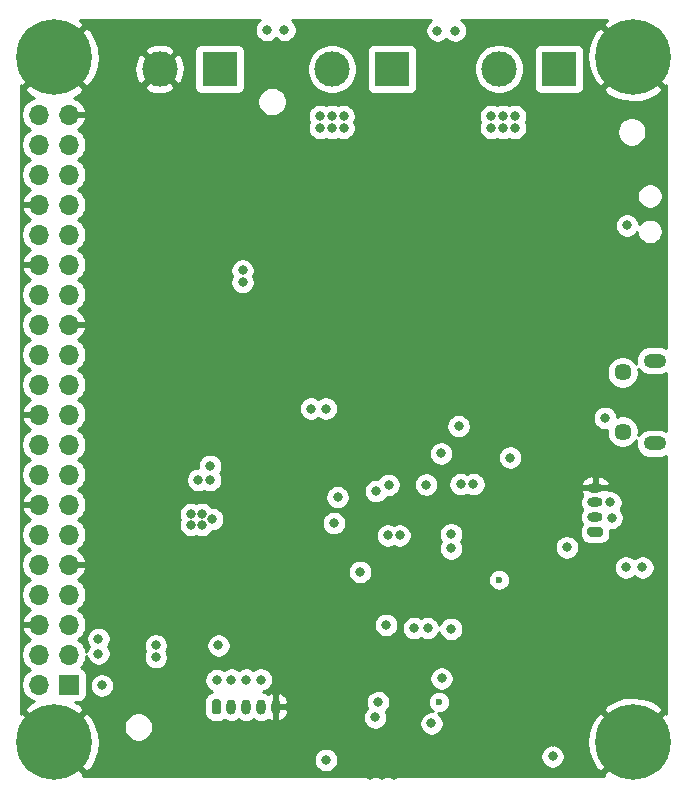
<source format=gbr>
%TF.GenerationSoftware,KiCad,Pcbnew,(5.1.7)-1*%
%TF.CreationDate,2020-11-23T19:12:34+01:00*%
%TF.ProjectId,astro_compute_board,61737472-6f5f-4636-9f6d-707574655f62,1*%
%TF.SameCoordinates,Original*%
%TF.FileFunction,Copper,L2,Inr*%
%TF.FilePolarity,Positive*%
%FSLAX46Y46*%
G04 Gerber Fmt 4.6, Leading zero omitted, Abs format (unit mm)*
G04 Created by KiCad (PCBNEW (5.1.7)-1) date 2020-11-23 19:12:34*
%MOMM*%
%LPD*%
G01*
G04 APERTURE LIST*
%TA.AperFunction,ComponentPad*%
%ADD10O,1.900000X1.200000*%
%TD*%
%TA.AperFunction,ComponentPad*%
%ADD11C,1.450000*%
%TD*%
%TA.AperFunction,ComponentPad*%
%ADD12C,0.800000*%
%TD*%
%TA.AperFunction,ComponentPad*%
%ADD13C,6.400000*%
%TD*%
%TA.AperFunction,ComponentPad*%
%ADD14O,1.300000X0.800000*%
%TD*%
%TA.AperFunction,ComponentPad*%
%ADD15O,0.800000X1.300000*%
%TD*%
%TA.AperFunction,ComponentPad*%
%ADD16C,3.000000*%
%TD*%
%TA.AperFunction,ComponentPad*%
%ADD17R,3.000000X3.000000*%
%TD*%
%TA.AperFunction,ComponentPad*%
%ADD18O,1.700000X1.700000*%
%TD*%
%TA.AperFunction,ComponentPad*%
%ADD19R,1.700000X1.700000*%
%TD*%
%TA.AperFunction,ViaPad*%
%ADD20C,0.600000*%
%TD*%
%TA.AperFunction,ViaPad*%
%ADD21C,0.800000*%
%TD*%
%TA.AperFunction,Conductor*%
%ADD22C,0.500000*%
%TD*%
%TA.AperFunction,Conductor*%
%ADD23C,0.254000*%
%TD*%
%TA.AperFunction,Conductor*%
%ADD24C,0.100000*%
%TD*%
G04 APERTURE END LIST*
D10*
%TO.N,Net-(J6-Pad6)*%
%TO.C,J6*%
X202262500Y-122350000D03*
X202262500Y-129350000D03*
D11*
X199562500Y-123350000D03*
X199562500Y-128350000D03*
%TD*%
D12*
%TO.N,GND*%
%TO.C,H4*%
X153122056Y-94927944D03*
X151425000Y-94225000D03*
X149727944Y-94927944D03*
X149025000Y-96625000D03*
X149727944Y-98322056D03*
X151425000Y-99025000D03*
X153122056Y-98322056D03*
X153825000Y-96625000D03*
D13*
X151425000Y-96625000D03*
%TD*%
D12*
%TO.N,GND*%
%TO.C,H3*%
X153122056Y-152952944D03*
X151425000Y-152250000D03*
X149727944Y-152952944D03*
X149025000Y-154650000D03*
X149727944Y-156347056D03*
X151425000Y-157050000D03*
X153122056Y-156347056D03*
X153825000Y-154650000D03*
D13*
X151425000Y-154650000D03*
%TD*%
D12*
%TO.N,GND*%
%TO.C,H2*%
X202122056Y-152952944D03*
X200425000Y-152250000D03*
X198727944Y-152952944D03*
X198025000Y-154650000D03*
X198727944Y-156347056D03*
X200425000Y-157050000D03*
X202122056Y-156347056D03*
X202825000Y-154650000D03*
D13*
X200425000Y-154650000D03*
%TD*%
D12*
%TO.N,GND*%
%TO.C,H1*%
X202122056Y-94927944D03*
X200425000Y-94225000D03*
X198727944Y-94927944D03*
X198025000Y-96625000D03*
X198727944Y-98322056D03*
X200425000Y-99025000D03*
X202122056Y-98322056D03*
X202825000Y-96625000D03*
D13*
X200425000Y-96625000D03*
%TD*%
D14*
%TO.N,GND*%
%TO.C,USART1*%
X197225000Y-133100000D03*
%TO.N,Net-(R13-Pad1)*%
X197225000Y-134350000D03*
%TO.N,Net-(R12-Pad1)*%
X197225000Y-135600000D03*
%TO.N,+3V3*%
%TA.AperFunction,ComponentPad*%
G36*
G01*
X197675000Y-137250000D02*
X196775000Y-137250000D01*
G75*
G02*
X196575000Y-137050000I0J200000D01*
G01*
X196575000Y-136650000D01*
G75*
G02*
X196775000Y-136450000I200000J0D01*
G01*
X197675000Y-136450000D01*
G75*
G02*
X197875000Y-136650000I0J-200000D01*
G01*
X197875000Y-137050000D01*
G75*
G02*
X197675000Y-137250000I-200000J0D01*
G01*
G37*
%TD.AperFunction*%
%TD*%
D15*
%TO.N,GND*%
%TO.C,ADC*%
X170175000Y-151650000D03*
%TO.N,ADC1_IN2*%
X168925000Y-151650000D03*
%TO.N,ADC1_IN1*%
X167675000Y-151650000D03*
%TO.N,ADC1_IN0*%
X166425000Y-151650000D03*
%TO.N,+3.3VA*%
%TA.AperFunction,ComponentPad*%
G36*
G01*
X164775000Y-152100000D02*
X164775000Y-151200000D01*
G75*
G02*
X164975000Y-151000000I200000J0D01*
G01*
X165375000Y-151000000D01*
G75*
G02*
X165575000Y-151200000I0J-200000D01*
G01*
X165575000Y-152100000D01*
G75*
G02*
X165375000Y-152300000I-200000J0D01*
G01*
X164975000Y-152300000D01*
G75*
G02*
X164775000Y-152100000I0J200000D01*
G01*
G37*
%TD.AperFunction*%
%TD*%
D16*
%TO.N,GND*%
%TO.C,J9*%
X160345000Y-97650000D03*
D17*
%TO.N,+12V*%
X165425000Y-97650000D03*
%TD*%
D18*
%TO.N,Net-(J8-Pad40)*%
%TO.C,J8*%
X150135000Y-101510000D03*
%TO.N,GND*%
X152675000Y-101510000D03*
%TO.N,Net-(J8-Pad38)*%
X150135000Y-104050000D03*
%TO.N,Net-(J8-Pad37)*%
X152675000Y-104050000D03*
%TO.N,Net-(J8-Pad36)*%
X150135000Y-106590000D03*
%TO.N,Net-(J8-Pad35)*%
X152675000Y-106590000D03*
%TO.N,GND*%
X150135000Y-109130000D03*
%TO.N,Net-(J8-Pad33)*%
X152675000Y-109130000D03*
%TO.N,Net-(J8-Pad32)*%
X150135000Y-111670000D03*
%TO.N,Net-(J8-Pad31)*%
X152675000Y-111670000D03*
%TO.N,GND*%
X150135000Y-114210000D03*
%TO.N,Net-(J8-Pad29)*%
X152675000Y-114210000D03*
%TO.N,Net-(J8-Pad28)*%
X150135000Y-116750000D03*
%TO.N,Net-(J8-Pad27)*%
X152675000Y-116750000D03*
%TO.N,Net-(J8-Pad26)*%
X150135000Y-119290000D03*
%TO.N,GND*%
X152675000Y-119290000D03*
%TO.N,Net-(J8-Pad24)*%
X150135000Y-121830000D03*
%TO.N,Net-(J8-Pad23)*%
X152675000Y-121830000D03*
%TO.N,Net-(J8-Pad22)*%
X150135000Y-124370000D03*
%TO.N,Net-(J8-Pad21)*%
X152675000Y-124370000D03*
%TO.N,GND*%
X150135000Y-126910000D03*
%TO.N,Net-(J8-Pad19)*%
X152675000Y-126910000D03*
%TO.N,Net-(J8-Pad18)*%
X150135000Y-129450000D03*
%TO.N,+3V3*%
X152675000Y-129450000D03*
%TO.N,Net-(J8-Pad16)*%
X150135000Y-131990000D03*
%TO.N,Net-(J8-Pad15)*%
X152675000Y-131990000D03*
%TO.N,GND*%
X150135000Y-134530000D03*
%TO.N,Net-(J8-Pad13)*%
X152675000Y-134530000D03*
%TO.N,Net-(J8-Pad12)*%
X150135000Y-137070000D03*
%TO.N,Net-(J8-Pad11)*%
X152675000Y-137070000D03*
%TO.N,Net-(J8-Pad10)*%
X150135000Y-139610000D03*
%TO.N,GND*%
X152675000Y-139610000D03*
%TO.N,Net-(J8-Pad8)*%
X150135000Y-142150000D03*
%TO.N,Net-(J8-Pad7)*%
X152675000Y-142150000D03*
%TO.N,GND*%
X150135000Y-144690000D03*
%TO.N,I2C1_SCL*%
X152675000Y-144690000D03*
%TO.N,+5V*%
X150135000Y-147230000D03*
%TO.N,I2C1_SDA*%
X152675000Y-147230000D03*
%TO.N,+5V*%
X150135000Y-149770000D03*
D19*
%TO.N,+3V3*%
X152675000Y-149770000D03*
%TD*%
D16*
%TO.N,Net-(Heater2-Pad2)*%
%TO.C,Heater2*%
X174945000Y-97650000D03*
D17*
%TO.N,+12V*%
X180025000Y-97650000D03*
%TD*%
D16*
%TO.N,Net-(Heater1-Pad2)*%
%TO.C,Heater1*%
X189095000Y-97640000D03*
D17*
%TO.N,+12V*%
X194175000Y-97640000D03*
%TD*%
D20*
%TO.N,GPIO_01*%
X189095000Y-140900000D03*
D21*
%TO.N,Net-(R12-Pad1)*%
X198625000Y-135650000D03*
%TO.N,Net-(R13-Pad1)*%
X198525000Y-134350000D03*
%TO.N,+5V*%
X198045000Y-127200000D03*
%TO.N,GND*%
X197925000Y-123750000D03*
X164625000Y-119050000D03*
%TO.N,+3V3*%
X201225000Y-139850000D03*
X185025000Y-145050000D03*
%TO.N,GND*%
X193625000Y-154650000D03*
%TO.N,+3V3*%
X193625000Y-155850000D03*
%TO.N,SWDIO*%
X185025000Y-138250000D03*
%TO.N,GND*%
X187825000Y-133850000D03*
%TO.N,+3V3*%
X190025000Y-130550000D03*
%TO.N,+5V*%
X160025000Y-146450000D03*
X160025000Y-147450000D03*
%TO.N,+3V3*%
X178825000Y-151250000D03*
X179535000Y-144720000D03*
X174425000Y-156150000D03*
%TO.N,I2C1_SDA*%
X179675000Y-137150000D03*
%TO.N,I2C1_SCL*%
X180675000Y-137150000D03*
%TO.N,+3V3*%
X173175000Y-126400000D03*
%TO.N,GND*%
X170425000Y-109650000D03*
X186425000Y-117900000D03*
%TO.N,+3V3*%
X199925000Y-110900000D03*
%TO.N,GND*%
X198425000Y-107650000D03*
%TO.N,BOOT0*%
X179746000Y-132869500D03*
%TO.N,TEMP_ALERT*%
X185842000Y-132806000D03*
%TO.N,SWCLCK*%
X186921500Y-132806000D03*
%TO.N,NRST*%
X177333000Y-140235500D03*
%TO.N,+3V3*%
X165331500Y-146458500D03*
%TO.N,GND*%
X168887500Y-142902500D03*
%TO.N,PWM_B2*%
X183048000Y-144998000D03*
%TO.N,PWM_A2*%
X181905000Y-144998000D03*
%TO.N,GND*%
X163225000Y-129450000D03*
X163225000Y-130350000D03*
X168665000Y-135150000D03*
X168685000Y-136250000D03*
X169967000Y-142077000D03*
X169459000Y-140299000D03*
X173713500Y-138140000D03*
X167808000Y-143918500D03*
X158156000Y-146839500D03*
X155552500Y-142966000D03*
X155552500Y-135663500D03*
X172189500Y-135346000D03*
X174031000Y-135092000D03*
X170983000Y-131599500D03*
X170348000Y-132679000D03*
X180925000Y-120900000D03*
X181925000Y-120900000D03*
X181925000Y-119900000D03*
X181925000Y-118900000D03*
X182925000Y-120900000D03*
X182925000Y-119900000D03*
X182925000Y-118900000D03*
X195175000Y-120900000D03*
X196175000Y-119900000D03*
X197175000Y-120900000D03*
X196175000Y-120900000D03*
X197175000Y-119900000D03*
X196175000Y-118900000D03*
X197175000Y-118900000D03*
X168425000Y-109400000D03*
X159175000Y-115150000D03*
X158175000Y-115150000D03*
X176425000Y-131900000D03*
X177425000Y-131400000D03*
X176175000Y-135150000D03*
X177425000Y-148400000D03*
X178425000Y-150150000D03*
X176925000Y-149400000D03*
X180175000Y-152900000D03*
X173925000Y-151650000D03*
X174925000Y-151650000D03*
X175925000Y-151650000D03*
X176925000Y-151650000D03*
X173925000Y-152650000D03*
X174925000Y-152650000D03*
X175925000Y-152650000D03*
X176925000Y-152650000D03*
X173925000Y-153650000D03*
X173925000Y-154650000D03*
X195025000Y-130150000D03*
X189225000Y-133050000D03*
X193625000Y-153450000D03*
X193625000Y-150850000D03*
X188425000Y-149050000D03*
X194425000Y-144450000D03*
X184825000Y-110250000D03*
X174015000Y-142020000D03*
X163425000Y-119450000D03*
X176425000Y-123050000D03*
X178175000Y-157400000D03*
X179175000Y-157400000D03*
X180175000Y-157400000D03*
%TO.N,+3V3*%
X163025000Y-136250000D03*
X163925000Y-136250000D03*
X163025000Y-135350000D03*
X163925000Y-135350000D03*
X175110500Y-136108000D03*
X174425000Y-126400000D03*
X175425000Y-133900000D03*
X178675000Y-133400000D03*
X185025000Y-137050000D03*
X194825000Y-138150000D03*
X164795000Y-135760000D03*
%TO.N,+3.3VA*%
X165175000Y-149400000D03*
%TO.N,+5V*%
X164625000Y-131250000D03*
X164625000Y-132450000D03*
X163625000Y-132450000D03*
X167375000Y-114700000D03*
X167375000Y-115700000D03*
X155465000Y-149840000D03*
%TO.N,+12V*%
X169425000Y-94350000D03*
X170925000Y-94350000D03*
X183875000Y-94400000D03*
X185375000Y-94400000D03*
%TO.N,GPIO_01*%
X199825000Y-139850000D03*
%TO.N,Net-(Heater1-Pad2)*%
X188425000Y-102650000D03*
X188425000Y-101650000D03*
X189425000Y-101650000D03*
X190425000Y-101650000D03*
X190425000Y-102650000D03*
X189425000Y-102650000D03*
%TO.N,Net-(Heater2-Pad2)*%
X173925000Y-102650000D03*
X174925000Y-102650000D03*
X175925000Y-102650000D03*
X173925000Y-101650000D03*
X174925000Y-101650000D03*
X175925000Y-101650000D03*
%TO.N,I2C1_SCL*%
X155175000Y-145900000D03*
%TO.N,I2C1_SDA*%
X155175000Y-147150000D03*
%TO.N,ADC1_IN2*%
X168925000Y-149350000D03*
%TO.N,ADC1_IN1*%
X167675000Y-149350000D03*
%TO.N,ADC1_IN0*%
X166425000Y-149350000D03*
%TO.N,BOOT0*%
X185675000Y-127900000D03*
%TO.N,SWDIO*%
X184225000Y-149250000D03*
%TO.N,SWCLCK*%
X183365500Y-153062500D03*
D20*
%TO.N,NRST*%
X184005000Y-151250000D03*
D21*
%TO.N,TEMP_ALERT*%
X178603000Y-152554500D03*
%TO.N,PWM_B2*%
X182925000Y-132850000D03*
%TO.N,PWM_A2*%
X184191000Y-130202500D03*
%TD*%
D22*
%TO.N,GND*%
X197925000Y-121650000D02*
X197175000Y-120900000D01*
X197925000Y-123750000D02*
X197925000Y-121650000D01*
%TD*%
D23*
%TO.N,GND*%
X168765226Y-93546063D02*
X168621063Y-93690226D01*
X168507795Y-93859744D01*
X168429774Y-94048102D01*
X168390000Y-94248061D01*
X168390000Y-94451939D01*
X168429774Y-94651898D01*
X168507795Y-94840256D01*
X168621063Y-95009774D01*
X168765226Y-95153937D01*
X168934744Y-95267205D01*
X169123102Y-95345226D01*
X169323061Y-95385000D01*
X169526939Y-95385000D01*
X169726898Y-95345226D01*
X169915256Y-95267205D01*
X170084774Y-95153937D01*
X170175000Y-95063711D01*
X170265226Y-95153937D01*
X170434744Y-95267205D01*
X170623102Y-95345226D01*
X170823061Y-95385000D01*
X171026939Y-95385000D01*
X171226898Y-95345226D01*
X171415256Y-95267205D01*
X171584774Y-95153937D01*
X171728937Y-95009774D01*
X171842205Y-94840256D01*
X171920226Y-94651898D01*
X171960000Y-94451939D01*
X171960000Y-94248061D01*
X171920226Y-94048102D01*
X171842205Y-93859744D01*
X171728937Y-93690226D01*
X171584774Y-93546063D01*
X171530802Y-93510000D01*
X183344029Y-93510000D01*
X183215226Y-93596063D01*
X183071063Y-93740226D01*
X182957795Y-93909744D01*
X182879774Y-94098102D01*
X182840000Y-94298061D01*
X182840000Y-94501939D01*
X182879774Y-94701898D01*
X182957795Y-94890256D01*
X183071063Y-95059774D01*
X183215226Y-95203937D01*
X183384744Y-95317205D01*
X183573102Y-95395226D01*
X183773061Y-95435000D01*
X183976939Y-95435000D01*
X184176898Y-95395226D01*
X184365256Y-95317205D01*
X184534774Y-95203937D01*
X184625000Y-95113711D01*
X184715226Y-95203937D01*
X184884744Y-95317205D01*
X185073102Y-95395226D01*
X185273061Y-95435000D01*
X185476939Y-95435000D01*
X185676898Y-95395226D01*
X185865256Y-95317205D01*
X186034774Y-95203937D01*
X186178937Y-95059774D01*
X186292205Y-94890256D01*
X186370226Y-94701898D01*
X186410000Y-94501939D01*
X186410000Y-94298061D01*
X186370226Y-94098102D01*
X186292205Y-93909744D01*
X186178937Y-93740226D01*
X186034774Y-93596063D01*
X185905971Y-93510000D01*
X198208341Y-93510000D01*
X197903724Y-93924119D01*
X200425000Y-96445395D01*
X200439143Y-96431253D01*
X200618748Y-96610858D01*
X200604605Y-96625000D01*
X203125881Y-99146276D01*
X203265001Y-99043943D01*
X203265001Y-121298418D01*
X203087401Y-121203489D01*
X202854602Y-121132870D01*
X202673165Y-121115000D01*
X201851835Y-121115000D01*
X201670398Y-121132870D01*
X201437599Y-121203489D01*
X201223051Y-121318167D01*
X201034998Y-121472498D01*
X200880667Y-121660551D01*
X200765989Y-121875099D01*
X200695370Y-122107898D01*
X200671525Y-122350000D01*
X200695370Y-122592102D01*
X200698383Y-122602035D01*
X200618881Y-122483051D01*
X200429449Y-122293619D01*
X200206701Y-122144784D01*
X199959197Y-122042264D01*
X199696448Y-121990000D01*
X199428552Y-121990000D01*
X199165803Y-122042264D01*
X198918299Y-122144784D01*
X198695551Y-122293619D01*
X198506119Y-122483051D01*
X198357284Y-122705799D01*
X198254764Y-122953303D01*
X198202500Y-123216052D01*
X198202500Y-123483948D01*
X198254764Y-123746697D01*
X198357284Y-123994201D01*
X198506119Y-124216949D01*
X198695551Y-124406381D01*
X198918299Y-124555216D01*
X199165803Y-124657736D01*
X199428552Y-124710000D01*
X199696448Y-124710000D01*
X199959197Y-124657736D01*
X200206701Y-124555216D01*
X200429449Y-124406381D01*
X200618881Y-124216949D01*
X200767716Y-123994201D01*
X200870236Y-123746697D01*
X200922500Y-123483948D01*
X200922500Y-123216052D01*
X200889516Y-123050232D01*
X201034998Y-123227502D01*
X201223051Y-123381833D01*
X201437599Y-123496511D01*
X201670398Y-123567130D01*
X201851835Y-123585000D01*
X202673165Y-123585000D01*
X202854602Y-123567130D01*
X203087401Y-123496511D01*
X203265001Y-123401582D01*
X203265000Y-128298418D01*
X203087401Y-128203489D01*
X202854602Y-128132870D01*
X202673165Y-128115000D01*
X201851835Y-128115000D01*
X201670398Y-128132870D01*
X201437599Y-128203489D01*
X201223051Y-128318167D01*
X201034998Y-128472498D01*
X200889516Y-128649768D01*
X200922500Y-128483948D01*
X200922500Y-128216052D01*
X200870236Y-127953303D01*
X200767716Y-127705799D01*
X200618881Y-127483051D01*
X200429449Y-127293619D01*
X200206701Y-127144784D01*
X199959197Y-127042264D01*
X199696448Y-126990000D01*
X199428552Y-126990000D01*
X199165803Y-127042264D01*
X199076278Y-127079347D01*
X199040226Y-126898102D01*
X198962205Y-126709744D01*
X198848937Y-126540226D01*
X198704774Y-126396063D01*
X198535256Y-126282795D01*
X198346898Y-126204774D01*
X198146939Y-126165000D01*
X197943061Y-126165000D01*
X197743102Y-126204774D01*
X197554744Y-126282795D01*
X197385226Y-126396063D01*
X197241063Y-126540226D01*
X197127795Y-126709744D01*
X197049774Y-126898102D01*
X197010000Y-127098061D01*
X197010000Y-127301939D01*
X197049774Y-127501898D01*
X197127795Y-127690256D01*
X197241063Y-127859774D01*
X197385226Y-128003937D01*
X197554744Y-128117205D01*
X197743102Y-128195226D01*
X197943061Y-128235000D01*
X198146939Y-128235000D01*
X198202500Y-128223948D01*
X198202500Y-128483948D01*
X198254764Y-128746697D01*
X198357284Y-128994201D01*
X198506119Y-129216949D01*
X198695551Y-129406381D01*
X198918299Y-129555216D01*
X199165803Y-129657736D01*
X199428552Y-129710000D01*
X199696448Y-129710000D01*
X199959197Y-129657736D01*
X200206701Y-129555216D01*
X200429449Y-129406381D01*
X200618881Y-129216949D01*
X200698383Y-129097965D01*
X200695370Y-129107898D01*
X200671525Y-129350000D01*
X200695370Y-129592102D01*
X200765989Y-129824901D01*
X200880667Y-130039449D01*
X201034998Y-130227502D01*
X201223051Y-130381833D01*
X201437599Y-130496511D01*
X201670398Y-130567130D01*
X201851835Y-130585000D01*
X202673165Y-130585000D01*
X202854602Y-130567130D01*
X203087401Y-130496511D01*
X203265000Y-130401582D01*
X203265000Y-152231057D01*
X203125881Y-152128724D01*
X200604605Y-154650000D01*
X200618748Y-154664143D01*
X200439143Y-154843748D01*
X200425000Y-154829605D01*
X197903724Y-157350881D01*
X198006057Y-157490000D01*
X153843943Y-157490000D01*
X153946276Y-157350881D01*
X151425000Y-154829605D01*
X151410858Y-154843748D01*
X151231253Y-154664143D01*
X151245395Y-154650000D01*
X151604605Y-154650000D01*
X154125881Y-157171276D01*
X154615548Y-156811088D01*
X154975849Y-156147118D01*
X155006581Y-156048061D01*
X173390000Y-156048061D01*
X173390000Y-156251939D01*
X173429774Y-156451898D01*
X173507795Y-156640256D01*
X173621063Y-156809774D01*
X173765226Y-156953937D01*
X173934744Y-157067205D01*
X174123102Y-157145226D01*
X174323061Y-157185000D01*
X174526939Y-157185000D01*
X174726898Y-157145226D01*
X174915256Y-157067205D01*
X175084774Y-156953937D01*
X175228937Y-156809774D01*
X175342205Y-156640256D01*
X175420226Y-156451898D01*
X175460000Y-156251939D01*
X175460000Y-156048061D01*
X175420226Y-155848102D01*
X175378788Y-155748061D01*
X192590000Y-155748061D01*
X192590000Y-155951939D01*
X192629774Y-156151898D01*
X192707795Y-156340256D01*
X192821063Y-156509774D01*
X192965226Y-156653937D01*
X193134744Y-156767205D01*
X193323102Y-156845226D01*
X193523061Y-156885000D01*
X193726939Y-156885000D01*
X193926898Y-156845226D01*
X194115256Y-156767205D01*
X194284774Y-156653937D01*
X194428937Y-156509774D01*
X194542205Y-156340256D01*
X194620226Y-156151898D01*
X194660000Y-155951939D01*
X194660000Y-155748061D01*
X194620226Y-155548102D01*
X194542205Y-155359744D01*
X194428937Y-155190226D01*
X194284774Y-155046063D01*
X194115256Y-154932795D01*
X193926898Y-154854774D01*
X193726939Y-154815000D01*
X193523061Y-154815000D01*
X193323102Y-154854774D01*
X193134744Y-154932795D01*
X192965226Y-155046063D01*
X192821063Y-155190226D01*
X192707795Y-155359744D01*
X192629774Y-155548102D01*
X192590000Y-155748061D01*
X175378788Y-155748061D01*
X175342205Y-155659744D01*
X175228937Y-155490226D01*
X175084774Y-155346063D01*
X174915256Y-155232795D01*
X174726898Y-155154774D01*
X174526939Y-155115000D01*
X174323061Y-155115000D01*
X174123102Y-155154774D01*
X173934744Y-155232795D01*
X173765226Y-155346063D01*
X173621063Y-155490226D01*
X173507795Y-155659744D01*
X173429774Y-155848102D01*
X173390000Y-156048061D01*
X155006581Y-156048061D01*
X155199694Y-155425615D01*
X155278480Y-154674305D01*
X155274002Y-154625695D01*
X196571520Y-154625695D01*
X196640822Y-155377938D01*
X196855548Y-156102208D01*
X197207445Y-156770670D01*
X197234452Y-156811088D01*
X197724119Y-157171276D01*
X200245395Y-154650000D01*
X197724119Y-152128724D01*
X197234452Y-152488912D01*
X196874151Y-153152882D01*
X196650306Y-153874385D01*
X196571520Y-154625695D01*
X155274002Y-154625695D01*
X155209178Y-153922062D01*
X155007230Y-153240890D01*
X157305048Y-153240890D01*
X157305048Y-153487110D01*
X157353083Y-153728598D01*
X157447307Y-153956074D01*
X157584099Y-154160798D01*
X157758202Y-154334901D01*
X157962926Y-154471693D01*
X158190402Y-154565917D01*
X158431890Y-154613952D01*
X158678110Y-154613952D01*
X158919598Y-154565917D01*
X159147074Y-154471693D01*
X159351798Y-154334901D01*
X159525901Y-154160798D01*
X159662693Y-153956074D01*
X159756917Y-153728598D01*
X159804952Y-153487110D01*
X159804952Y-153240890D01*
X159756917Y-152999402D01*
X159662693Y-152771926D01*
X159525901Y-152567202D01*
X159351798Y-152393099D01*
X159147074Y-152256307D01*
X158919598Y-152162083D01*
X158678110Y-152114048D01*
X158431890Y-152114048D01*
X158190402Y-152162083D01*
X157962926Y-152256307D01*
X157758202Y-152393099D01*
X157584099Y-152567202D01*
X157447307Y-152771926D01*
X157353083Y-152999402D01*
X157305048Y-153240890D01*
X155007230Y-153240890D01*
X154994452Y-153197792D01*
X154642555Y-152529330D01*
X154615548Y-152488912D01*
X154125881Y-152128724D01*
X151604605Y-154650000D01*
X151245395Y-154650000D01*
X148724119Y-152128724D01*
X148585000Y-152231057D01*
X148585000Y-101363740D01*
X148650000Y-101363740D01*
X148650000Y-101656260D01*
X148707068Y-101943158D01*
X148819010Y-102213411D01*
X148981525Y-102456632D01*
X149188368Y-102663475D01*
X149362760Y-102780000D01*
X149188368Y-102896525D01*
X148981525Y-103103368D01*
X148819010Y-103346589D01*
X148707068Y-103616842D01*
X148650000Y-103903740D01*
X148650000Y-104196260D01*
X148707068Y-104483158D01*
X148819010Y-104753411D01*
X148981525Y-104996632D01*
X149188368Y-105203475D01*
X149362760Y-105320000D01*
X149188368Y-105436525D01*
X148981525Y-105643368D01*
X148819010Y-105886589D01*
X148707068Y-106156842D01*
X148650000Y-106443740D01*
X148650000Y-106736260D01*
X148707068Y-107023158D01*
X148819010Y-107293411D01*
X148981525Y-107536632D01*
X149188368Y-107743475D01*
X149370534Y-107865195D01*
X149253645Y-107934822D01*
X149037412Y-108129731D01*
X148863359Y-108363080D01*
X148738175Y-108625901D01*
X148693524Y-108773110D01*
X148814845Y-109003000D01*
X150008000Y-109003000D01*
X150008000Y-108983000D01*
X150262000Y-108983000D01*
X150262000Y-109003000D01*
X150282000Y-109003000D01*
X150282000Y-109257000D01*
X150262000Y-109257000D01*
X150262000Y-109277000D01*
X150008000Y-109277000D01*
X150008000Y-109257000D01*
X148814845Y-109257000D01*
X148693524Y-109486890D01*
X148738175Y-109634099D01*
X148863359Y-109896920D01*
X149037412Y-110130269D01*
X149253645Y-110325178D01*
X149370534Y-110394805D01*
X149188368Y-110516525D01*
X148981525Y-110723368D01*
X148819010Y-110966589D01*
X148707068Y-111236842D01*
X148650000Y-111523740D01*
X148650000Y-111816260D01*
X148707068Y-112103158D01*
X148819010Y-112373411D01*
X148981525Y-112616632D01*
X149188368Y-112823475D01*
X149370534Y-112945195D01*
X149253645Y-113014822D01*
X149037412Y-113209731D01*
X148863359Y-113443080D01*
X148738175Y-113705901D01*
X148693524Y-113853110D01*
X148814845Y-114083000D01*
X150008000Y-114083000D01*
X150008000Y-114063000D01*
X150262000Y-114063000D01*
X150262000Y-114083000D01*
X150282000Y-114083000D01*
X150282000Y-114337000D01*
X150262000Y-114337000D01*
X150262000Y-114357000D01*
X150008000Y-114357000D01*
X150008000Y-114337000D01*
X148814845Y-114337000D01*
X148693524Y-114566890D01*
X148738175Y-114714099D01*
X148863359Y-114976920D01*
X149037412Y-115210269D01*
X149253645Y-115405178D01*
X149370534Y-115474805D01*
X149188368Y-115596525D01*
X148981525Y-115803368D01*
X148819010Y-116046589D01*
X148707068Y-116316842D01*
X148650000Y-116603740D01*
X148650000Y-116896260D01*
X148707068Y-117183158D01*
X148819010Y-117453411D01*
X148981525Y-117696632D01*
X149188368Y-117903475D01*
X149362760Y-118020000D01*
X149188368Y-118136525D01*
X148981525Y-118343368D01*
X148819010Y-118586589D01*
X148707068Y-118856842D01*
X148650000Y-119143740D01*
X148650000Y-119436260D01*
X148707068Y-119723158D01*
X148819010Y-119993411D01*
X148981525Y-120236632D01*
X149188368Y-120443475D01*
X149362760Y-120560000D01*
X149188368Y-120676525D01*
X148981525Y-120883368D01*
X148819010Y-121126589D01*
X148707068Y-121396842D01*
X148650000Y-121683740D01*
X148650000Y-121976260D01*
X148707068Y-122263158D01*
X148819010Y-122533411D01*
X148981525Y-122776632D01*
X149188368Y-122983475D01*
X149362760Y-123100000D01*
X149188368Y-123216525D01*
X148981525Y-123423368D01*
X148819010Y-123666589D01*
X148707068Y-123936842D01*
X148650000Y-124223740D01*
X148650000Y-124516260D01*
X148707068Y-124803158D01*
X148819010Y-125073411D01*
X148981525Y-125316632D01*
X149188368Y-125523475D01*
X149370534Y-125645195D01*
X149253645Y-125714822D01*
X149037412Y-125909731D01*
X148863359Y-126143080D01*
X148738175Y-126405901D01*
X148693524Y-126553110D01*
X148814845Y-126783000D01*
X150008000Y-126783000D01*
X150008000Y-126763000D01*
X150262000Y-126763000D01*
X150262000Y-126783000D01*
X150282000Y-126783000D01*
X150282000Y-127037000D01*
X150262000Y-127037000D01*
X150262000Y-127057000D01*
X150008000Y-127057000D01*
X150008000Y-127037000D01*
X148814845Y-127037000D01*
X148693524Y-127266890D01*
X148738175Y-127414099D01*
X148863359Y-127676920D01*
X149037412Y-127910269D01*
X149253645Y-128105178D01*
X149370534Y-128174805D01*
X149188368Y-128296525D01*
X148981525Y-128503368D01*
X148819010Y-128746589D01*
X148707068Y-129016842D01*
X148650000Y-129303740D01*
X148650000Y-129596260D01*
X148707068Y-129883158D01*
X148819010Y-130153411D01*
X148981525Y-130396632D01*
X149188368Y-130603475D01*
X149362760Y-130720000D01*
X149188368Y-130836525D01*
X148981525Y-131043368D01*
X148819010Y-131286589D01*
X148707068Y-131556842D01*
X148650000Y-131843740D01*
X148650000Y-132136260D01*
X148707068Y-132423158D01*
X148819010Y-132693411D01*
X148981525Y-132936632D01*
X149188368Y-133143475D01*
X149370534Y-133265195D01*
X149253645Y-133334822D01*
X149037412Y-133529731D01*
X148863359Y-133763080D01*
X148738175Y-134025901D01*
X148693524Y-134173110D01*
X148814845Y-134403000D01*
X150008000Y-134403000D01*
X150008000Y-134383000D01*
X150262000Y-134383000D01*
X150262000Y-134403000D01*
X150282000Y-134403000D01*
X150282000Y-134657000D01*
X150262000Y-134657000D01*
X150262000Y-134677000D01*
X150008000Y-134677000D01*
X150008000Y-134657000D01*
X148814845Y-134657000D01*
X148693524Y-134886890D01*
X148738175Y-135034099D01*
X148863359Y-135296920D01*
X149037412Y-135530269D01*
X149253645Y-135725178D01*
X149370534Y-135794805D01*
X149188368Y-135916525D01*
X148981525Y-136123368D01*
X148819010Y-136366589D01*
X148707068Y-136636842D01*
X148650000Y-136923740D01*
X148650000Y-137216260D01*
X148707068Y-137503158D01*
X148819010Y-137773411D01*
X148981525Y-138016632D01*
X149188368Y-138223475D01*
X149362760Y-138340000D01*
X149188368Y-138456525D01*
X148981525Y-138663368D01*
X148819010Y-138906589D01*
X148707068Y-139176842D01*
X148650000Y-139463740D01*
X148650000Y-139756260D01*
X148707068Y-140043158D01*
X148819010Y-140313411D01*
X148981525Y-140556632D01*
X149188368Y-140763475D01*
X149362760Y-140880000D01*
X149188368Y-140996525D01*
X148981525Y-141203368D01*
X148819010Y-141446589D01*
X148707068Y-141716842D01*
X148650000Y-142003740D01*
X148650000Y-142296260D01*
X148707068Y-142583158D01*
X148819010Y-142853411D01*
X148981525Y-143096632D01*
X149188368Y-143303475D01*
X149370534Y-143425195D01*
X149253645Y-143494822D01*
X149037412Y-143689731D01*
X148863359Y-143923080D01*
X148738175Y-144185901D01*
X148693524Y-144333110D01*
X148814845Y-144563000D01*
X150008000Y-144563000D01*
X150008000Y-144543000D01*
X150262000Y-144543000D01*
X150262000Y-144563000D01*
X150282000Y-144563000D01*
X150282000Y-144817000D01*
X150262000Y-144817000D01*
X150262000Y-144837000D01*
X150008000Y-144837000D01*
X150008000Y-144817000D01*
X148814845Y-144817000D01*
X148693524Y-145046890D01*
X148738175Y-145194099D01*
X148863359Y-145456920D01*
X149037412Y-145690269D01*
X149253645Y-145885178D01*
X149370534Y-145954805D01*
X149188368Y-146076525D01*
X148981525Y-146283368D01*
X148819010Y-146526589D01*
X148707068Y-146796842D01*
X148650000Y-147083740D01*
X148650000Y-147376260D01*
X148707068Y-147663158D01*
X148819010Y-147933411D01*
X148981525Y-148176632D01*
X149188368Y-148383475D01*
X149362760Y-148500000D01*
X149188368Y-148616525D01*
X148981525Y-148823368D01*
X148819010Y-149066589D01*
X148707068Y-149336842D01*
X148650000Y-149623740D01*
X148650000Y-149916260D01*
X148707068Y-150203158D01*
X148819010Y-150473411D01*
X148981525Y-150716632D01*
X149188368Y-150923475D01*
X149431589Y-151085990D01*
X149701842Y-151197932D01*
X149736655Y-151204857D01*
X149304330Y-151432445D01*
X149263912Y-151459452D01*
X148903724Y-151949119D01*
X151425000Y-154470395D01*
X153946276Y-151949119D01*
X153586088Y-151459452D01*
X153214981Y-151258072D01*
X153525000Y-151258072D01*
X153649482Y-151245812D01*
X153769180Y-151209502D01*
X153786956Y-151200000D01*
X164136928Y-151200000D01*
X164136928Y-152100000D01*
X164153031Y-152263500D01*
X164200722Y-152420716D01*
X164278169Y-152565608D01*
X164382394Y-152692606D01*
X164509392Y-152796831D01*
X164654284Y-152874278D01*
X164811500Y-152921969D01*
X164975000Y-152938072D01*
X165375000Y-152938072D01*
X165538500Y-152921969D01*
X165695716Y-152874278D01*
X165840608Y-152796831D01*
X165866894Y-152775259D01*
X166027008Y-152860841D01*
X166222106Y-152920024D01*
X166425000Y-152940007D01*
X166627895Y-152920024D01*
X166822993Y-152860841D01*
X167002797Y-152764734D01*
X167050000Y-152725995D01*
X167097204Y-152764734D01*
X167277008Y-152860841D01*
X167472106Y-152920024D01*
X167675000Y-152940007D01*
X167877895Y-152920024D01*
X168072993Y-152860841D01*
X168252797Y-152764734D01*
X168300000Y-152725995D01*
X168347204Y-152764734D01*
X168527008Y-152860841D01*
X168722106Y-152920024D01*
X168925000Y-152940007D01*
X169127895Y-152920024D01*
X169322993Y-152860841D01*
X169502797Y-152764734D01*
X169542938Y-152731791D01*
X169626840Y-152795255D01*
X169812028Y-152884994D01*
X169888877Y-152894666D01*
X170048000Y-152766998D01*
X170048000Y-151777000D01*
X170302000Y-151777000D01*
X170302000Y-152766998D01*
X170461123Y-152894666D01*
X170537972Y-152884994D01*
X170723160Y-152795255D01*
X170887283Y-152671112D01*
X171024033Y-152517336D01*
X171062030Y-152452561D01*
X177568000Y-152452561D01*
X177568000Y-152656439D01*
X177607774Y-152856398D01*
X177685795Y-153044756D01*
X177799063Y-153214274D01*
X177943226Y-153358437D01*
X178112744Y-153471705D01*
X178301102Y-153549726D01*
X178501061Y-153589500D01*
X178704939Y-153589500D01*
X178904898Y-153549726D01*
X179093256Y-153471705D01*
X179262774Y-153358437D01*
X179406937Y-153214274D01*
X179520205Y-153044756D01*
X179555079Y-152960561D01*
X182330500Y-152960561D01*
X182330500Y-153164439D01*
X182370274Y-153364398D01*
X182448295Y-153552756D01*
X182561563Y-153722274D01*
X182705726Y-153866437D01*
X182875244Y-153979705D01*
X183063602Y-154057726D01*
X183263561Y-154097500D01*
X183467439Y-154097500D01*
X183667398Y-154057726D01*
X183855756Y-153979705D01*
X184025274Y-153866437D01*
X184169437Y-153722274D01*
X184282705Y-153552756D01*
X184360726Y-153364398D01*
X184400500Y-153164439D01*
X184400500Y-152960561D01*
X184360726Y-152760602D01*
X184282705Y-152572244D01*
X184169437Y-152402726D01*
X184025274Y-152258563D01*
X183915179Y-152185000D01*
X184097089Y-152185000D01*
X184277729Y-152149068D01*
X184447889Y-152078586D01*
X184601028Y-151976262D01*
X184628171Y-151949119D01*
X197903724Y-151949119D01*
X200425000Y-154470395D01*
X202946276Y-151949119D01*
X202586088Y-151459452D01*
X201922118Y-151099151D01*
X201200615Y-150875306D01*
X200449305Y-150796520D01*
X199697062Y-150865822D01*
X198972792Y-151080548D01*
X198304330Y-151432445D01*
X198263912Y-151459452D01*
X197903724Y-151949119D01*
X184628171Y-151949119D01*
X184731262Y-151846028D01*
X184833586Y-151692889D01*
X184904068Y-151522729D01*
X184940000Y-151342089D01*
X184940000Y-151157911D01*
X184904068Y-150977271D01*
X184833586Y-150807111D01*
X184731262Y-150653972D01*
X184601028Y-150523738D01*
X184447889Y-150421414D01*
X184277729Y-150350932D01*
X184097089Y-150315000D01*
X183912911Y-150315000D01*
X183732271Y-150350932D01*
X183562111Y-150421414D01*
X183408972Y-150523738D01*
X183278738Y-150653972D01*
X183176414Y-150807111D01*
X183105932Y-150977271D01*
X183070000Y-151157911D01*
X183070000Y-151342089D01*
X183105932Y-151522729D01*
X183176414Y-151692889D01*
X183278738Y-151846028D01*
X183408972Y-151976262D01*
X183493377Y-152032659D01*
X183467439Y-152027500D01*
X183263561Y-152027500D01*
X183063602Y-152067274D01*
X182875244Y-152145295D01*
X182705726Y-152258563D01*
X182561563Y-152402726D01*
X182448295Y-152572244D01*
X182370274Y-152760602D01*
X182330500Y-152960561D01*
X179555079Y-152960561D01*
X179598226Y-152856398D01*
X179638000Y-152656439D01*
X179638000Y-152452561D01*
X179598226Y-152252602D01*
X179520205Y-152064244D01*
X179501885Y-152036826D01*
X179628937Y-151909774D01*
X179742205Y-151740256D01*
X179820226Y-151551898D01*
X179860000Y-151351939D01*
X179860000Y-151148061D01*
X179820226Y-150948102D01*
X179742205Y-150759744D01*
X179628937Y-150590226D01*
X179484774Y-150446063D01*
X179315256Y-150332795D01*
X179126898Y-150254774D01*
X178926939Y-150215000D01*
X178723061Y-150215000D01*
X178523102Y-150254774D01*
X178334744Y-150332795D01*
X178165226Y-150446063D01*
X178021063Y-150590226D01*
X177907795Y-150759744D01*
X177829774Y-150948102D01*
X177790000Y-151148061D01*
X177790000Y-151351939D01*
X177829774Y-151551898D01*
X177907795Y-151740256D01*
X177926115Y-151767674D01*
X177799063Y-151894726D01*
X177685795Y-152064244D01*
X177607774Y-152252602D01*
X177568000Y-152452561D01*
X171062030Y-152452561D01*
X171128155Y-152339836D01*
X171195648Y-152145433D01*
X171223918Y-151941599D01*
X171058762Y-151777000D01*
X170302000Y-151777000D01*
X170048000Y-151777000D01*
X170028000Y-151777000D01*
X170028000Y-151523000D01*
X170048000Y-151523000D01*
X170048000Y-150533002D01*
X170302000Y-150533002D01*
X170302000Y-151523000D01*
X171058762Y-151523000D01*
X171223918Y-151358401D01*
X171195648Y-151154567D01*
X171128155Y-150960164D01*
X171024033Y-150782664D01*
X170887283Y-150628888D01*
X170723160Y-150504745D01*
X170537972Y-150415006D01*
X170461123Y-150405334D01*
X170302000Y-150533002D01*
X170048000Y-150533002D01*
X169888877Y-150405334D01*
X169812028Y-150415006D01*
X169626840Y-150504745D01*
X169542938Y-150568209D01*
X169502797Y-150535266D01*
X169322992Y-150439159D01*
X169127894Y-150379976D01*
X169077265Y-150374990D01*
X169226898Y-150345226D01*
X169415256Y-150267205D01*
X169584774Y-150153937D01*
X169728937Y-150009774D01*
X169842205Y-149840256D01*
X169920226Y-149651898D01*
X169960000Y-149451939D01*
X169960000Y-149248061D01*
X169940109Y-149148061D01*
X183190000Y-149148061D01*
X183190000Y-149351939D01*
X183229774Y-149551898D01*
X183307795Y-149740256D01*
X183421063Y-149909774D01*
X183565226Y-150053937D01*
X183734744Y-150167205D01*
X183923102Y-150245226D01*
X184123061Y-150285000D01*
X184326939Y-150285000D01*
X184526898Y-150245226D01*
X184715256Y-150167205D01*
X184884774Y-150053937D01*
X185028937Y-149909774D01*
X185142205Y-149740256D01*
X185220226Y-149551898D01*
X185260000Y-149351939D01*
X185260000Y-149148061D01*
X185220226Y-148948102D01*
X185142205Y-148759744D01*
X185028937Y-148590226D01*
X184884774Y-148446063D01*
X184715256Y-148332795D01*
X184526898Y-148254774D01*
X184326939Y-148215000D01*
X184123061Y-148215000D01*
X183923102Y-148254774D01*
X183734744Y-148332795D01*
X183565226Y-148446063D01*
X183421063Y-148590226D01*
X183307795Y-148759744D01*
X183229774Y-148948102D01*
X183190000Y-149148061D01*
X169940109Y-149148061D01*
X169920226Y-149048102D01*
X169842205Y-148859744D01*
X169728937Y-148690226D01*
X169584774Y-148546063D01*
X169415256Y-148432795D01*
X169226898Y-148354774D01*
X169026939Y-148315000D01*
X168823061Y-148315000D01*
X168623102Y-148354774D01*
X168434744Y-148432795D01*
X168300000Y-148522828D01*
X168165256Y-148432795D01*
X167976898Y-148354774D01*
X167776939Y-148315000D01*
X167573061Y-148315000D01*
X167373102Y-148354774D01*
X167184744Y-148432795D01*
X167050000Y-148522828D01*
X166915256Y-148432795D01*
X166726898Y-148354774D01*
X166526939Y-148315000D01*
X166323061Y-148315000D01*
X166123102Y-148354774D01*
X165934744Y-148432795D01*
X165765226Y-148546063D01*
X165763110Y-148548179D01*
X165665256Y-148482795D01*
X165476898Y-148404774D01*
X165276939Y-148365000D01*
X165073061Y-148365000D01*
X164873102Y-148404774D01*
X164684744Y-148482795D01*
X164515226Y-148596063D01*
X164371063Y-148740226D01*
X164257795Y-148909744D01*
X164179774Y-149098102D01*
X164140000Y-149298061D01*
X164140000Y-149501939D01*
X164179774Y-149701898D01*
X164257795Y-149890256D01*
X164371063Y-150059774D01*
X164515226Y-150203937D01*
X164684744Y-150317205D01*
X164827731Y-150376432D01*
X164811500Y-150378031D01*
X164654284Y-150425722D01*
X164509392Y-150503169D01*
X164382394Y-150607394D01*
X164278169Y-150734392D01*
X164200722Y-150879284D01*
X164153031Y-151036500D01*
X164136928Y-151200000D01*
X153786956Y-151200000D01*
X153879494Y-151150537D01*
X153976185Y-151071185D01*
X154055537Y-150974494D01*
X154114502Y-150864180D01*
X154150812Y-150744482D01*
X154163072Y-150620000D01*
X154163072Y-149738061D01*
X154430000Y-149738061D01*
X154430000Y-149941939D01*
X154469774Y-150141898D01*
X154547795Y-150330256D01*
X154661063Y-150499774D01*
X154805226Y-150643937D01*
X154974744Y-150757205D01*
X155163102Y-150835226D01*
X155363061Y-150875000D01*
X155566939Y-150875000D01*
X155766898Y-150835226D01*
X155955256Y-150757205D01*
X156124774Y-150643937D01*
X156268937Y-150499774D01*
X156382205Y-150330256D01*
X156460226Y-150141898D01*
X156500000Y-149941939D01*
X156500000Y-149738061D01*
X156460226Y-149538102D01*
X156382205Y-149349744D01*
X156268937Y-149180226D01*
X156124774Y-149036063D01*
X155955256Y-148922795D01*
X155766898Y-148844774D01*
X155566939Y-148805000D01*
X155363061Y-148805000D01*
X155163102Y-148844774D01*
X154974744Y-148922795D01*
X154805226Y-149036063D01*
X154661063Y-149180226D01*
X154547795Y-149349744D01*
X154469774Y-149538102D01*
X154430000Y-149738061D01*
X154163072Y-149738061D01*
X154163072Y-148920000D01*
X154150812Y-148795518D01*
X154114502Y-148675820D01*
X154055537Y-148565506D01*
X153976185Y-148468815D01*
X153879494Y-148389463D01*
X153769180Y-148330498D01*
X153696620Y-148308487D01*
X153828475Y-148176632D01*
X153990990Y-147933411D01*
X154102932Y-147663158D01*
X154160000Y-147376260D01*
X154160000Y-147352487D01*
X154179774Y-147451898D01*
X154257795Y-147640256D01*
X154371063Y-147809774D01*
X154515226Y-147953937D01*
X154684744Y-148067205D01*
X154873102Y-148145226D01*
X155073061Y-148185000D01*
X155276939Y-148185000D01*
X155476898Y-148145226D01*
X155665256Y-148067205D01*
X155834774Y-147953937D01*
X155978937Y-147809774D01*
X156092205Y-147640256D01*
X156170226Y-147451898D01*
X156210000Y-147251939D01*
X156210000Y-147048061D01*
X156170226Y-146848102D01*
X156092205Y-146659744D01*
X156002172Y-146525000D01*
X156092205Y-146390256D01*
X156109682Y-146348061D01*
X158990000Y-146348061D01*
X158990000Y-146551939D01*
X159029774Y-146751898D01*
X159107795Y-146940256D01*
X159114306Y-146950000D01*
X159107795Y-146959744D01*
X159029774Y-147148102D01*
X158990000Y-147348061D01*
X158990000Y-147551939D01*
X159029774Y-147751898D01*
X159107795Y-147940256D01*
X159221063Y-148109774D01*
X159365226Y-148253937D01*
X159534744Y-148367205D01*
X159723102Y-148445226D01*
X159923061Y-148485000D01*
X160126939Y-148485000D01*
X160326898Y-148445226D01*
X160515256Y-148367205D01*
X160684774Y-148253937D01*
X160828937Y-148109774D01*
X160942205Y-147940256D01*
X161020226Y-147751898D01*
X161060000Y-147551939D01*
X161060000Y-147348061D01*
X161020226Y-147148102D01*
X160942205Y-146959744D01*
X160935694Y-146950000D01*
X160942205Y-146940256D01*
X161020226Y-146751898D01*
X161060000Y-146551939D01*
X161060000Y-146356561D01*
X164296500Y-146356561D01*
X164296500Y-146560439D01*
X164336274Y-146760398D01*
X164414295Y-146948756D01*
X164527563Y-147118274D01*
X164671726Y-147262437D01*
X164841244Y-147375705D01*
X165029602Y-147453726D01*
X165229561Y-147493500D01*
X165433439Y-147493500D01*
X165633398Y-147453726D01*
X165821756Y-147375705D01*
X165991274Y-147262437D01*
X166135437Y-147118274D01*
X166248705Y-146948756D01*
X166326726Y-146760398D01*
X166366500Y-146560439D01*
X166366500Y-146356561D01*
X166326726Y-146156602D01*
X166248705Y-145968244D01*
X166135437Y-145798726D01*
X165991274Y-145654563D01*
X165821756Y-145541295D01*
X165633398Y-145463274D01*
X165433439Y-145423500D01*
X165229561Y-145423500D01*
X165029602Y-145463274D01*
X164841244Y-145541295D01*
X164671726Y-145654563D01*
X164527563Y-145798726D01*
X164414295Y-145968244D01*
X164336274Y-146156602D01*
X164296500Y-146356561D01*
X161060000Y-146356561D01*
X161060000Y-146348061D01*
X161020226Y-146148102D01*
X160942205Y-145959744D01*
X160828937Y-145790226D01*
X160684774Y-145646063D01*
X160515256Y-145532795D01*
X160326898Y-145454774D01*
X160126939Y-145415000D01*
X159923061Y-145415000D01*
X159723102Y-145454774D01*
X159534744Y-145532795D01*
X159365226Y-145646063D01*
X159221063Y-145790226D01*
X159107795Y-145959744D01*
X159029774Y-146148102D01*
X158990000Y-146348061D01*
X156109682Y-146348061D01*
X156170226Y-146201898D01*
X156210000Y-146001939D01*
X156210000Y-145798061D01*
X156170226Y-145598102D01*
X156092205Y-145409744D01*
X155978937Y-145240226D01*
X155834774Y-145096063D01*
X155665256Y-144982795D01*
X155476898Y-144904774D01*
X155276939Y-144865000D01*
X155073061Y-144865000D01*
X154873102Y-144904774D01*
X154684744Y-144982795D01*
X154515226Y-145096063D01*
X154371063Y-145240226D01*
X154257795Y-145409744D01*
X154179774Y-145598102D01*
X154140000Y-145798061D01*
X154140000Y-146001939D01*
X154179774Y-146201898D01*
X154257795Y-146390256D01*
X154347828Y-146525000D01*
X154257795Y-146659744D01*
X154179774Y-146848102D01*
X154146451Y-147015627D01*
X154102932Y-146796842D01*
X153990990Y-146526589D01*
X153828475Y-146283368D01*
X153621632Y-146076525D01*
X153447240Y-145960000D01*
X153621632Y-145843475D01*
X153828475Y-145636632D01*
X153990990Y-145393411D01*
X154102932Y-145123158D01*
X154160000Y-144836260D01*
X154160000Y-144618061D01*
X178500000Y-144618061D01*
X178500000Y-144821939D01*
X178539774Y-145021898D01*
X178617795Y-145210256D01*
X178731063Y-145379774D01*
X178875226Y-145523937D01*
X179044744Y-145637205D01*
X179233102Y-145715226D01*
X179433061Y-145755000D01*
X179636939Y-145755000D01*
X179836898Y-145715226D01*
X180025256Y-145637205D01*
X180194774Y-145523937D01*
X180338937Y-145379774D01*
X180452205Y-145210256D01*
X180530226Y-145021898D01*
X180555256Y-144896061D01*
X180870000Y-144896061D01*
X180870000Y-145099939D01*
X180909774Y-145299898D01*
X180987795Y-145488256D01*
X181101063Y-145657774D01*
X181245226Y-145801937D01*
X181414744Y-145915205D01*
X181603102Y-145993226D01*
X181803061Y-146033000D01*
X182006939Y-146033000D01*
X182206898Y-145993226D01*
X182395256Y-145915205D01*
X182476500Y-145860920D01*
X182557744Y-145915205D01*
X182746102Y-145993226D01*
X182946061Y-146033000D01*
X183149939Y-146033000D01*
X183349898Y-145993226D01*
X183538256Y-145915205D01*
X183707774Y-145801937D01*
X183851937Y-145657774D01*
X183965205Y-145488256D01*
X184027150Y-145338708D01*
X184029774Y-145351898D01*
X184107795Y-145540256D01*
X184221063Y-145709774D01*
X184365226Y-145853937D01*
X184534744Y-145967205D01*
X184723102Y-146045226D01*
X184923061Y-146085000D01*
X185126939Y-146085000D01*
X185326898Y-146045226D01*
X185515256Y-145967205D01*
X185684774Y-145853937D01*
X185828937Y-145709774D01*
X185942205Y-145540256D01*
X186020226Y-145351898D01*
X186060000Y-145151939D01*
X186060000Y-144948061D01*
X186020226Y-144748102D01*
X185942205Y-144559744D01*
X185828937Y-144390226D01*
X185684774Y-144246063D01*
X185515256Y-144132795D01*
X185326898Y-144054774D01*
X185126939Y-144015000D01*
X184923061Y-144015000D01*
X184723102Y-144054774D01*
X184534744Y-144132795D01*
X184365226Y-144246063D01*
X184221063Y-144390226D01*
X184107795Y-144559744D01*
X184045850Y-144709292D01*
X184043226Y-144696102D01*
X183965205Y-144507744D01*
X183851937Y-144338226D01*
X183707774Y-144194063D01*
X183538256Y-144080795D01*
X183349898Y-144002774D01*
X183149939Y-143963000D01*
X182946061Y-143963000D01*
X182746102Y-144002774D01*
X182557744Y-144080795D01*
X182476500Y-144135080D01*
X182395256Y-144080795D01*
X182206898Y-144002774D01*
X182006939Y-143963000D01*
X181803061Y-143963000D01*
X181603102Y-144002774D01*
X181414744Y-144080795D01*
X181245226Y-144194063D01*
X181101063Y-144338226D01*
X180987795Y-144507744D01*
X180909774Y-144696102D01*
X180870000Y-144896061D01*
X180555256Y-144896061D01*
X180570000Y-144821939D01*
X180570000Y-144618061D01*
X180530226Y-144418102D01*
X180452205Y-144229744D01*
X180338937Y-144060226D01*
X180194774Y-143916063D01*
X180025256Y-143802795D01*
X179836898Y-143724774D01*
X179636939Y-143685000D01*
X179433061Y-143685000D01*
X179233102Y-143724774D01*
X179044744Y-143802795D01*
X178875226Y-143916063D01*
X178731063Y-144060226D01*
X178617795Y-144229744D01*
X178539774Y-144418102D01*
X178500000Y-144618061D01*
X154160000Y-144618061D01*
X154160000Y-144543740D01*
X154102932Y-144256842D01*
X153990990Y-143986589D01*
X153828475Y-143743368D01*
X153621632Y-143536525D01*
X153447240Y-143420000D01*
X153621632Y-143303475D01*
X153828475Y-143096632D01*
X153990990Y-142853411D01*
X154102932Y-142583158D01*
X154160000Y-142296260D01*
X154160000Y-142003740D01*
X154102932Y-141716842D01*
X153990990Y-141446589D01*
X153828475Y-141203368D01*
X153621632Y-140996525D01*
X153439466Y-140874805D01*
X153556355Y-140805178D01*
X153772588Y-140610269D01*
X153946641Y-140376920D01*
X154062555Y-140133561D01*
X176298000Y-140133561D01*
X176298000Y-140337439D01*
X176337774Y-140537398D01*
X176415795Y-140725756D01*
X176529063Y-140895274D01*
X176673226Y-141039437D01*
X176842744Y-141152705D01*
X177031102Y-141230726D01*
X177231061Y-141270500D01*
X177434939Y-141270500D01*
X177634898Y-141230726D01*
X177823256Y-141152705D01*
X177992774Y-141039437D01*
X178136937Y-140895274D01*
X178195310Y-140807911D01*
X188160000Y-140807911D01*
X188160000Y-140992089D01*
X188195932Y-141172729D01*
X188266414Y-141342889D01*
X188368738Y-141496028D01*
X188498972Y-141626262D01*
X188652111Y-141728586D01*
X188822271Y-141799068D01*
X189002911Y-141835000D01*
X189187089Y-141835000D01*
X189367729Y-141799068D01*
X189537889Y-141728586D01*
X189691028Y-141626262D01*
X189821262Y-141496028D01*
X189923586Y-141342889D01*
X189994068Y-141172729D01*
X190030000Y-140992089D01*
X190030000Y-140807911D01*
X189994068Y-140627271D01*
X189923586Y-140457111D01*
X189821262Y-140303972D01*
X189691028Y-140173738D01*
X189537889Y-140071414D01*
X189367729Y-140000932D01*
X189187089Y-139965000D01*
X189002911Y-139965000D01*
X188822271Y-140000932D01*
X188652111Y-140071414D01*
X188498972Y-140173738D01*
X188368738Y-140303972D01*
X188266414Y-140457111D01*
X188195932Y-140627271D01*
X188160000Y-140807911D01*
X178195310Y-140807911D01*
X178250205Y-140725756D01*
X178328226Y-140537398D01*
X178368000Y-140337439D01*
X178368000Y-140133561D01*
X178328226Y-139933602D01*
X178251372Y-139748061D01*
X198790000Y-139748061D01*
X198790000Y-139951939D01*
X198829774Y-140151898D01*
X198907795Y-140340256D01*
X199021063Y-140509774D01*
X199165226Y-140653937D01*
X199334744Y-140767205D01*
X199523102Y-140845226D01*
X199723061Y-140885000D01*
X199926939Y-140885000D01*
X200126898Y-140845226D01*
X200315256Y-140767205D01*
X200484774Y-140653937D01*
X200525000Y-140613711D01*
X200565226Y-140653937D01*
X200734744Y-140767205D01*
X200923102Y-140845226D01*
X201123061Y-140885000D01*
X201326939Y-140885000D01*
X201526898Y-140845226D01*
X201715256Y-140767205D01*
X201884774Y-140653937D01*
X202028937Y-140509774D01*
X202142205Y-140340256D01*
X202220226Y-140151898D01*
X202260000Y-139951939D01*
X202260000Y-139748061D01*
X202220226Y-139548102D01*
X202142205Y-139359744D01*
X202028937Y-139190226D01*
X201884774Y-139046063D01*
X201715256Y-138932795D01*
X201526898Y-138854774D01*
X201326939Y-138815000D01*
X201123061Y-138815000D01*
X200923102Y-138854774D01*
X200734744Y-138932795D01*
X200565226Y-139046063D01*
X200525000Y-139086289D01*
X200484774Y-139046063D01*
X200315256Y-138932795D01*
X200126898Y-138854774D01*
X199926939Y-138815000D01*
X199723061Y-138815000D01*
X199523102Y-138854774D01*
X199334744Y-138932795D01*
X199165226Y-139046063D01*
X199021063Y-139190226D01*
X198907795Y-139359744D01*
X198829774Y-139548102D01*
X198790000Y-139748061D01*
X178251372Y-139748061D01*
X178250205Y-139745244D01*
X178136937Y-139575726D01*
X177992774Y-139431563D01*
X177823256Y-139318295D01*
X177634898Y-139240274D01*
X177434939Y-139200500D01*
X177231061Y-139200500D01*
X177031102Y-139240274D01*
X176842744Y-139318295D01*
X176673226Y-139431563D01*
X176529063Y-139575726D01*
X176415795Y-139745244D01*
X176337774Y-139933602D01*
X176298000Y-140133561D01*
X154062555Y-140133561D01*
X154071825Y-140114099D01*
X154116476Y-139966890D01*
X153995155Y-139737000D01*
X152802000Y-139737000D01*
X152802000Y-139757000D01*
X152548000Y-139757000D01*
X152548000Y-139737000D01*
X152528000Y-139737000D01*
X152528000Y-139483000D01*
X152548000Y-139483000D01*
X152548000Y-139463000D01*
X152802000Y-139463000D01*
X152802000Y-139483000D01*
X153995155Y-139483000D01*
X154116476Y-139253110D01*
X154071825Y-139105901D01*
X153946641Y-138843080D01*
X153772588Y-138609731D01*
X153556355Y-138414822D01*
X153439466Y-138345195D01*
X153621632Y-138223475D01*
X153828475Y-138016632D01*
X153990990Y-137773411D01*
X154102932Y-137503158D01*
X154160000Y-137216260D01*
X154160000Y-136923740D01*
X154102932Y-136636842D01*
X153990990Y-136366589D01*
X153828475Y-136123368D01*
X153621632Y-135916525D01*
X153447240Y-135800000D01*
X153621632Y-135683475D01*
X153828475Y-135476632D01*
X153981201Y-135248061D01*
X161990000Y-135248061D01*
X161990000Y-135451939D01*
X162029774Y-135651898D01*
X162091120Y-135800000D01*
X162029774Y-135948102D01*
X161990000Y-136148061D01*
X161990000Y-136351939D01*
X162029774Y-136551898D01*
X162107795Y-136740256D01*
X162221063Y-136909774D01*
X162365226Y-137053937D01*
X162534744Y-137167205D01*
X162723102Y-137245226D01*
X162923061Y-137285000D01*
X163126939Y-137285000D01*
X163326898Y-137245226D01*
X163475000Y-137183880D01*
X163623102Y-137245226D01*
X163823061Y-137285000D01*
X164026939Y-137285000D01*
X164226898Y-137245226D01*
X164415256Y-137167205D01*
X164584774Y-137053937D01*
X164728937Y-136909774D01*
X164805626Y-136795000D01*
X164896939Y-136795000D01*
X165096898Y-136755226D01*
X165285256Y-136677205D01*
X165454774Y-136563937D01*
X165598937Y-136419774D01*
X165712205Y-136250256D01*
X165790226Y-136061898D01*
X165801332Y-136006061D01*
X174075500Y-136006061D01*
X174075500Y-136209939D01*
X174115274Y-136409898D01*
X174193295Y-136598256D01*
X174306563Y-136767774D01*
X174450726Y-136911937D01*
X174620244Y-137025205D01*
X174808602Y-137103226D01*
X175008561Y-137143000D01*
X175212439Y-137143000D01*
X175412398Y-137103226D01*
X175545577Y-137048061D01*
X178640000Y-137048061D01*
X178640000Y-137251939D01*
X178679774Y-137451898D01*
X178757795Y-137640256D01*
X178871063Y-137809774D01*
X179015226Y-137953937D01*
X179184744Y-138067205D01*
X179373102Y-138145226D01*
X179573061Y-138185000D01*
X179776939Y-138185000D01*
X179976898Y-138145226D01*
X180165256Y-138067205D01*
X180175000Y-138060694D01*
X180184744Y-138067205D01*
X180373102Y-138145226D01*
X180573061Y-138185000D01*
X180776939Y-138185000D01*
X180976898Y-138145226D01*
X181165256Y-138067205D01*
X181334774Y-137953937D01*
X181478937Y-137809774D01*
X181592205Y-137640256D01*
X181670226Y-137451898D01*
X181710000Y-137251939D01*
X181710000Y-137048061D01*
X181690109Y-136948061D01*
X183990000Y-136948061D01*
X183990000Y-137151939D01*
X184029774Y-137351898D01*
X184107795Y-137540256D01*
X184181123Y-137650000D01*
X184107795Y-137759744D01*
X184029774Y-137948102D01*
X183990000Y-138148061D01*
X183990000Y-138351939D01*
X184029774Y-138551898D01*
X184107795Y-138740256D01*
X184221063Y-138909774D01*
X184365226Y-139053937D01*
X184534744Y-139167205D01*
X184723102Y-139245226D01*
X184923061Y-139285000D01*
X185126939Y-139285000D01*
X185326898Y-139245226D01*
X185515256Y-139167205D01*
X185684774Y-139053937D01*
X185828937Y-138909774D01*
X185942205Y-138740256D01*
X186020226Y-138551898D01*
X186060000Y-138351939D01*
X186060000Y-138148061D01*
X186040109Y-138048061D01*
X193790000Y-138048061D01*
X193790000Y-138251939D01*
X193829774Y-138451898D01*
X193907795Y-138640256D01*
X194021063Y-138809774D01*
X194165226Y-138953937D01*
X194334744Y-139067205D01*
X194523102Y-139145226D01*
X194723061Y-139185000D01*
X194926939Y-139185000D01*
X195126898Y-139145226D01*
X195315256Y-139067205D01*
X195484774Y-138953937D01*
X195628937Y-138809774D01*
X195742205Y-138640256D01*
X195820226Y-138451898D01*
X195860000Y-138251939D01*
X195860000Y-138048061D01*
X195820226Y-137848102D01*
X195742205Y-137659744D01*
X195628937Y-137490226D01*
X195484774Y-137346063D01*
X195315256Y-137232795D01*
X195126898Y-137154774D01*
X194926939Y-137115000D01*
X194723061Y-137115000D01*
X194523102Y-137154774D01*
X194334744Y-137232795D01*
X194165226Y-137346063D01*
X194021063Y-137490226D01*
X193907795Y-137659744D01*
X193829774Y-137848102D01*
X193790000Y-138048061D01*
X186040109Y-138048061D01*
X186020226Y-137948102D01*
X185942205Y-137759744D01*
X185868877Y-137650000D01*
X185942205Y-137540256D01*
X186020226Y-137351898D01*
X186060000Y-137151939D01*
X186060000Y-136948061D01*
X186020226Y-136748102D01*
X185942205Y-136559744D01*
X185828937Y-136390226D01*
X185684774Y-136246063D01*
X185515256Y-136132795D01*
X185326898Y-136054774D01*
X185126939Y-136015000D01*
X184923061Y-136015000D01*
X184723102Y-136054774D01*
X184534744Y-136132795D01*
X184365226Y-136246063D01*
X184221063Y-136390226D01*
X184107795Y-136559744D01*
X184029774Y-136748102D01*
X183990000Y-136948061D01*
X181690109Y-136948061D01*
X181670226Y-136848102D01*
X181592205Y-136659744D01*
X181478937Y-136490226D01*
X181334774Y-136346063D01*
X181165256Y-136232795D01*
X180976898Y-136154774D01*
X180776939Y-136115000D01*
X180573061Y-136115000D01*
X180373102Y-136154774D01*
X180184744Y-136232795D01*
X180175000Y-136239306D01*
X180165256Y-136232795D01*
X179976898Y-136154774D01*
X179776939Y-136115000D01*
X179573061Y-136115000D01*
X179373102Y-136154774D01*
X179184744Y-136232795D01*
X179015226Y-136346063D01*
X178871063Y-136490226D01*
X178757795Y-136659744D01*
X178679774Y-136848102D01*
X178640000Y-137048061D01*
X175545577Y-137048061D01*
X175600756Y-137025205D01*
X175770274Y-136911937D01*
X175914437Y-136767774D01*
X176027705Y-136598256D01*
X176105726Y-136409898D01*
X176145500Y-136209939D01*
X176145500Y-136006061D01*
X176105726Y-135806102D01*
X176027705Y-135617744D01*
X175914437Y-135448226D01*
X175770274Y-135304063D01*
X175600756Y-135190795D01*
X175412398Y-135112774D01*
X175212439Y-135073000D01*
X175008561Y-135073000D01*
X174808602Y-135112774D01*
X174620244Y-135190795D01*
X174450726Y-135304063D01*
X174306563Y-135448226D01*
X174193295Y-135617744D01*
X174115274Y-135806102D01*
X174075500Y-136006061D01*
X165801332Y-136006061D01*
X165830000Y-135861939D01*
X165830000Y-135658061D01*
X165790226Y-135458102D01*
X165712205Y-135269744D01*
X165598937Y-135100226D01*
X165454774Y-134956063D01*
X165285256Y-134842795D01*
X165096898Y-134764774D01*
X164896939Y-134725000D01*
X164752172Y-134725000D01*
X164728937Y-134690226D01*
X164584774Y-134546063D01*
X164415256Y-134432795D01*
X164226898Y-134354774D01*
X164026939Y-134315000D01*
X163823061Y-134315000D01*
X163623102Y-134354774D01*
X163475000Y-134416120D01*
X163326898Y-134354774D01*
X163126939Y-134315000D01*
X162923061Y-134315000D01*
X162723102Y-134354774D01*
X162534744Y-134432795D01*
X162365226Y-134546063D01*
X162221063Y-134690226D01*
X162107795Y-134859744D01*
X162029774Y-135048102D01*
X161990000Y-135248061D01*
X153981201Y-135248061D01*
X153990990Y-135233411D01*
X154102932Y-134963158D01*
X154160000Y-134676260D01*
X154160000Y-134383740D01*
X154102932Y-134096842D01*
X153990990Y-133826589D01*
X153971929Y-133798061D01*
X174390000Y-133798061D01*
X174390000Y-134001939D01*
X174429774Y-134201898D01*
X174507795Y-134390256D01*
X174621063Y-134559774D01*
X174765226Y-134703937D01*
X174934744Y-134817205D01*
X175123102Y-134895226D01*
X175323061Y-134935000D01*
X175526939Y-134935000D01*
X175726898Y-134895226D01*
X175915256Y-134817205D01*
X176084774Y-134703937D01*
X176228937Y-134559774D01*
X176342205Y-134390256D01*
X176420226Y-134201898D01*
X176460000Y-134001939D01*
X176460000Y-133798061D01*
X176420226Y-133598102D01*
X176342205Y-133409744D01*
X176267582Y-133298061D01*
X177640000Y-133298061D01*
X177640000Y-133501939D01*
X177679774Y-133701898D01*
X177757795Y-133890256D01*
X177871063Y-134059774D01*
X178015226Y-134203937D01*
X178184744Y-134317205D01*
X178373102Y-134395226D01*
X178573061Y-134435000D01*
X178776939Y-134435000D01*
X178976898Y-134395226D01*
X179086082Y-134350000D01*
X195934993Y-134350000D01*
X195954976Y-134552895D01*
X196014159Y-134747993D01*
X196110266Y-134927797D01*
X196149004Y-134975000D01*
X196110266Y-135022203D01*
X196014159Y-135202007D01*
X195954976Y-135397105D01*
X195934993Y-135600000D01*
X195954976Y-135802895D01*
X196014159Y-135997993D01*
X196099741Y-136158106D01*
X196078169Y-136184392D01*
X196000722Y-136329284D01*
X195953031Y-136486500D01*
X195936928Y-136650000D01*
X195936928Y-137050000D01*
X195953031Y-137213500D01*
X196000722Y-137370716D01*
X196078169Y-137515608D01*
X196182394Y-137642606D01*
X196309392Y-137746831D01*
X196454284Y-137824278D01*
X196611500Y-137871969D01*
X196775000Y-137888072D01*
X197675000Y-137888072D01*
X197838500Y-137871969D01*
X197995716Y-137824278D01*
X198140608Y-137746831D01*
X198267606Y-137642606D01*
X198371831Y-137515608D01*
X198449278Y-137370716D01*
X198496969Y-137213500D01*
X198513072Y-137050000D01*
X198513072Y-136683013D01*
X198523061Y-136685000D01*
X198726939Y-136685000D01*
X198926898Y-136645226D01*
X199115256Y-136567205D01*
X199284774Y-136453937D01*
X199428937Y-136309774D01*
X199542205Y-136140256D01*
X199620226Y-135951898D01*
X199660000Y-135751939D01*
X199660000Y-135548061D01*
X199620226Y-135348102D01*
X199542205Y-135159744D01*
X199428937Y-134990226D01*
X199376821Y-134938110D01*
X199442205Y-134840256D01*
X199520226Y-134651898D01*
X199560000Y-134451939D01*
X199560000Y-134248061D01*
X199520226Y-134048102D01*
X199442205Y-133859744D01*
X199328937Y-133690226D01*
X199184774Y-133546063D01*
X199015256Y-133432795D01*
X198826898Y-133354774D01*
X198626939Y-133315000D01*
X198423061Y-133315000D01*
X198414042Y-133316794D01*
X198341998Y-133227000D01*
X197352000Y-133227000D01*
X197352000Y-133247000D01*
X197098000Y-133247000D01*
X197098000Y-133227000D01*
X196108002Y-133227000D01*
X195980334Y-133386123D01*
X195990006Y-133462972D01*
X196079745Y-133648160D01*
X196143209Y-133732062D01*
X196110266Y-133772203D01*
X196014159Y-133952007D01*
X195954976Y-134147105D01*
X195934993Y-134350000D01*
X179086082Y-134350000D01*
X179165256Y-134317205D01*
X179334774Y-134203937D01*
X179478937Y-134059774D01*
X179589888Y-133893724D01*
X179644061Y-133904500D01*
X179847939Y-133904500D01*
X180047898Y-133864726D01*
X180236256Y-133786705D01*
X180405774Y-133673437D01*
X180549937Y-133529274D01*
X180663205Y-133359756D01*
X180741226Y-133171398D01*
X180781000Y-132971439D01*
X180781000Y-132767561D01*
X180777122Y-132748061D01*
X181890000Y-132748061D01*
X181890000Y-132951939D01*
X181929774Y-133151898D01*
X182007795Y-133340256D01*
X182121063Y-133509774D01*
X182265226Y-133653937D01*
X182434744Y-133767205D01*
X182623102Y-133845226D01*
X182823061Y-133885000D01*
X183026939Y-133885000D01*
X183226898Y-133845226D01*
X183415256Y-133767205D01*
X183584774Y-133653937D01*
X183728937Y-133509774D01*
X183842205Y-133340256D01*
X183920226Y-133151898D01*
X183960000Y-132951939D01*
X183960000Y-132748061D01*
X183951248Y-132704061D01*
X184807000Y-132704061D01*
X184807000Y-132907939D01*
X184846774Y-133107898D01*
X184924795Y-133296256D01*
X185038063Y-133465774D01*
X185182226Y-133609937D01*
X185351744Y-133723205D01*
X185540102Y-133801226D01*
X185740061Y-133841000D01*
X185943939Y-133841000D01*
X186143898Y-133801226D01*
X186332256Y-133723205D01*
X186381750Y-133690134D01*
X186431244Y-133723205D01*
X186619602Y-133801226D01*
X186819561Y-133841000D01*
X187023439Y-133841000D01*
X187223398Y-133801226D01*
X187411756Y-133723205D01*
X187581274Y-133609937D01*
X187725437Y-133465774D01*
X187838705Y-133296256D01*
X187916726Y-133107898D01*
X187956500Y-132907939D01*
X187956500Y-132813877D01*
X195980334Y-132813877D01*
X196108002Y-132973000D01*
X197098000Y-132973000D01*
X197098000Y-132216238D01*
X197352000Y-132216238D01*
X197352000Y-132973000D01*
X198341998Y-132973000D01*
X198469666Y-132813877D01*
X198459994Y-132737028D01*
X198370255Y-132551840D01*
X198246112Y-132387717D01*
X198092336Y-132250967D01*
X197914836Y-132146845D01*
X197720433Y-132079352D01*
X197516599Y-132051082D01*
X197352000Y-132216238D01*
X197098000Y-132216238D01*
X196933401Y-132051082D01*
X196729567Y-132079352D01*
X196535164Y-132146845D01*
X196357664Y-132250967D01*
X196203888Y-132387717D01*
X196079745Y-132551840D01*
X195990006Y-132737028D01*
X195980334Y-132813877D01*
X187956500Y-132813877D01*
X187956500Y-132704061D01*
X187916726Y-132504102D01*
X187838705Y-132315744D01*
X187725437Y-132146226D01*
X187581274Y-132002063D01*
X187411756Y-131888795D01*
X187223398Y-131810774D01*
X187023439Y-131771000D01*
X186819561Y-131771000D01*
X186619602Y-131810774D01*
X186431244Y-131888795D01*
X186381750Y-131921866D01*
X186332256Y-131888795D01*
X186143898Y-131810774D01*
X185943939Y-131771000D01*
X185740061Y-131771000D01*
X185540102Y-131810774D01*
X185351744Y-131888795D01*
X185182226Y-132002063D01*
X185038063Y-132146226D01*
X184924795Y-132315744D01*
X184846774Y-132504102D01*
X184807000Y-132704061D01*
X183951248Y-132704061D01*
X183920226Y-132548102D01*
X183842205Y-132359744D01*
X183728937Y-132190226D01*
X183584774Y-132046063D01*
X183415256Y-131932795D01*
X183226898Y-131854774D01*
X183026939Y-131815000D01*
X182823061Y-131815000D01*
X182623102Y-131854774D01*
X182434744Y-131932795D01*
X182265226Y-132046063D01*
X182121063Y-132190226D01*
X182007795Y-132359744D01*
X181929774Y-132548102D01*
X181890000Y-132748061D01*
X180777122Y-132748061D01*
X180741226Y-132567602D01*
X180663205Y-132379244D01*
X180549937Y-132209726D01*
X180405774Y-132065563D01*
X180236256Y-131952295D01*
X180047898Y-131874274D01*
X179847939Y-131834500D01*
X179644061Y-131834500D01*
X179444102Y-131874274D01*
X179255744Y-131952295D01*
X179086226Y-132065563D01*
X178942063Y-132209726D01*
X178831112Y-132375776D01*
X178776939Y-132365000D01*
X178573061Y-132365000D01*
X178373102Y-132404774D01*
X178184744Y-132482795D01*
X178015226Y-132596063D01*
X177871063Y-132740226D01*
X177757795Y-132909744D01*
X177679774Y-133098102D01*
X177640000Y-133298061D01*
X176267582Y-133298061D01*
X176228937Y-133240226D01*
X176084774Y-133096063D01*
X175915256Y-132982795D01*
X175726898Y-132904774D01*
X175526939Y-132865000D01*
X175323061Y-132865000D01*
X175123102Y-132904774D01*
X174934744Y-132982795D01*
X174765226Y-133096063D01*
X174621063Y-133240226D01*
X174507795Y-133409744D01*
X174429774Y-133598102D01*
X174390000Y-133798061D01*
X153971929Y-133798061D01*
X153828475Y-133583368D01*
X153621632Y-133376525D01*
X153447240Y-133260000D01*
X153621632Y-133143475D01*
X153828475Y-132936632D01*
X153990990Y-132693411D01*
X154102932Y-132423158D01*
X154117869Y-132348061D01*
X162590000Y-132348061D01*
X162590000Y-132551939D01*
X162629774Y-132751898D01*
X162707795Y-132940256D01*
X162821063Y-133109774D01*
X162965226Y-133253937D01*
X163134744Y-133367205D01*
X163323102Y-133445226D01*
X163523061Y-133485000D01*
X163726939Y-133485000D01*
X163926898Y-133445226D01*
X164115256Y-133367205D01*
X164125000Y-133360694D01*
X164134744Y-133367205D01*
X164323102Y-133445226D01*
X164523061Y-133485000D01*
X164726939Y-133485000D01*
X164926898Y-133445226D01*
X165115256Y-133367205D01*
X165284774Y-133253937D01*
X165428937Y-133109774D01*
X165542205Y-132940256D01*
X165620226Y-132751898D01*
X165660000Y-132551939D01*
X165660000Y-132348061D01*
X165620226Y-132148102D01*
X165542205Y-131959744D01*
X165468877Y-131850000D01*
X165542205Y-131740256D01*
X165620226Y-131551898D01*
X165660000Y-131351939D01*
X165660000Y-131148061D01*
X165620226Y-130948102D01*
X165542205Y-130759744D01*
X165428937Y-130590226D01*
X165284774Y-130446063D01*
X165115256Y-130332795D01*
X164926898Y-130254774D01*
X164726939Y-130215000D01*
X164523061Y-130215000D01*
X164323102Y-130254774D01*
X164134744Y-130332795D01*
X163965226Y-130446063D01*
X163821063Y-130590226D01*
X163707795Y-130759744D01*
X163629774Y-130948102D01*
X163590000Y-131148061D01*
X163590000Y-131351939D01*
X163602544Y-131415000D01*
X163523061Y-131415000D01*
X163323102Y-131454774D01*
X163134744Y-131532795D01*
X162965226Y-131646063D01*
X162821063Y-131790226D01*
X162707795Y-131959744D01*
X162629774Y-132148102D01*
X162590000Y-132348061D01*
X154117869Y-132348061D01*
X154160000Y-132136260D01*
X154160000Y-131843740D01*
X154102932Y-131556842D01*
X153990990Y-131286589D01*
X153828475Y-131043368D01*
X153621632Y-130836525D01*
X153447240Y-130720000D01*
X153621632Y-130603475D01*
X153828475Y-130396632D01*
X153990990Y-130153411D01*
X154012881Y-130100561D01*
X183156000Y-130100561D01*
X183156000Y-130304439D01*
X183195774Y-130504398D01*
X183273795Y-130692756D01*
X183387063Y-130862274D01*
X183531226Y-131006437D01*
X183700744Y-131119705D01*
X183889102Y-131197726D01*
X184089061Y-131237500D01*
X184292939Y-131237500D01*
X184492898Y-131197726D01*
X184681256Y-131119705D01*
X184850774Y-131006437D01*
X184994937Y-130862274D01*
X185108205Y-130692756D01*
X185186226Y-130504398D01*
X185197432Y-130448061D01*
X188990000Y-130448061D01*
X188990000Y-130651939D01*
X189029774Y-130851898D01*
X189107795Y-131040256D01*
X189221063Y-131209774D01*
X189365226Y-131353937D01*
X189534744Y-131467205D01*
X189723102Y-131545226D01*
X189923061Y-131585000D01*
X190126939Y-131585000D01*
X190326898Y-131545226D01*
X190515256Y-131467205D01*
X190684774Y-131353937D01*
X190828937Y-131209774D01*
X190942205Y-131040256D01*
X191020226Y-130851898D01*
X191060000Y-130651939D01*
X191060000Y-130448061D01*
X191020226Y-130248102D01*
X190942205Y-130059744D01*
X190828937Y-129890226D01*
X190684774Y-129746063D01*
X190515256Y-129632795D01*
X190326898Y-129554774D01*
X190126939Y-129515000D01*
X189923061Y-129515000D01*
X189723102Y-129554774D01*
X189534744Y-129632795D01*
X189365226Y-129746063D01*
X189221063Y-129890226D01*
X189107795Y-130059744D01*
X189029774Y-130248102D01*
X188990000Y-130448061D01*
X185197432Y-130448061D01*
X185226000Y-130304439D01*
X185226000Y-130100561D01*
X185186226Y-129900602D01*
X185108205Y-129712244D01*
X184994937Y-129542726D01*
X184850774Y-129398563D01*
X184681256Y-129285295D01*
X184492898Y-129207274D01*
X184292939Y-129167500D01*
X184089061Y-129167500D01*
X183889102Y-129207274D01*
X183700744Y-129285295D01*
X183531226Y-129398563D01*
X183387063Y-129542726D01*
X183273795Y-129712244D01*
X183195774Y-129900602D01*
X183156000Y-130100561D01*
X154012881Y-130100561D01*
X154102932Y-129883158D01*
X154160000Y-129596260D01*
X154160000Y-129303740D01*
X154102932Y-129016842D01*
X153990990Y-128746589D01*
X153828475Y-128503368D01*
X153621632Y-128296525D01*
X153447240Y-128180000D01*
X153621632Y-128063475D01*
X153828475Y-127856632D01*
X153867610Y-127798061D01*
X184640000Y-127798061D01*
X184640000Y-128001939D01*
X184679774Y-128201898D01*
X184757795Y-128390256D01*
X184871063Y-128559774D01*
X185015226Y-128703937D01*
X185184744Y-128817205D01*
X185373102Y-128895226D01*
X185573061Y-128935000D01*
X185776939Y-128935000D01*
X185976898Y-128895226D01*
X186165256Y-128817205D01*
X186334774Y-128703937D01*
X186478937Y-128559774D01*
X186592205Y-128390256D01*
X186670226Y-128201898D01*
X186710000Y-128001939D01*
X186710000Y-127798061D01*
X186670226Y-127598102D01*
X186592205Y-127409744D01*
X186478937Y-127240226D01*
X186334774Y-127096063D01*
X186165256Y-126982795D01*
X185976898Y-126904774D01*
X185776939Y-126865000D01*
X185573061Y-126865000D01*
X185373102Y-126904774D01*
X185184744Y-126982795D01*
X185015226Y-127096063D01*
X184871063Y-127240226D01*
X184757795Y-127409744D01*
X184679774Y-127598102D01*
X184640000Y-127798061D01*
X153867610Y-127798061D01*
X153990990Y-127613411D01*
X154102932Y-127343158D01*
X154160000Y-127056260D01*
X154160000Y-126763740D01*
X154102932Y-126476842D01*
X154028879Y-126298061D01*
X172140000Y-126298061D01*
X172140000Y-126501939D01*
X172179774Y-126701898D01*
X172257795Y-126890256D01*
X172371063Y-127059774D01*
X172515226Y-127203937D01*
X172684744Y-127317205D01*
X172873102Y-127395226D01*
X173073061Y-127435000D01*
X173276939Y-127435000D01*
X173476898Y-127395226D01*
X173665256Y-127317205D01*
X173800000Y-127227172D01*
X173934744Y-127317205D01*
X174123102Y-127395226D01*
X174323061Y-127435000D01*
X174526939Y-127435000D01*
X174726898Y-127395226D01*
X174915256Y-127317205D01*
X175084774Y-127203937D01*
X175228937Y-127059774D01*
X175342205Y-126890256D01*
X175420226Y-126701898D01*
X175460000Y-126501939D01*
X175460000Y-126298061D01*
X175420226Y-126098102D01*
X175342205Y-125909744D01*
X175228937Y-125740226D01*
X175084774Y-125596063D01*
X174915256Y-125482795D01*
X174726898Y-125404774D01*
X174526939Y-125365000D01*
X174323061Y-125365000D01*
X174123102Y-125404774D01*
X173934744Y-125482795D01*
X173800000Y-125572828D01*
X173665256Y-125482795D01*
X173476898Y-125404774D01*
X173276939Y-125365000D01*
X173073061Y-125365000D01*
X172873102Y-125404774D01*
X172684744Y-125482795D01*
X172515226Y-125596063D01*
X172371063Y-125740226D01*
X172257795Y-125909744D01*
X172179774Y-126098102D01*
X172140000Y-126298061D01*
X154028879Y-126298061D01*
X153990990Y-126206589D01*
X153828475Y-125963368D01*
X153621632Y-125756525D01*
X153447240Y-125640000D01*
X153621632Y-125523475D01*
X153828475Y-125316632D01*
X153990990Y-125073411D01*
X154102932Y-124803158D01*
X154160000Y-124516260D01*
X154160000Y-124223740D01*
X154102932Y-123936842D01*
X153990990Y-123666589D01*
X153828475Y-123423368D01*
X153621632Y-123216525D01*
X153447240Y-123100000D01*
X153621632Y-122983475D01*
X153828475Y-122776632D01*
X153990990Y-122533411D01*
X154102932Y-122263158D01*
X154160000Y-121976260D01*
X154160000Y-121683740D01*
X154102932Y-121396842D01*
X153990990Y-121126589D01*
X153828475Y-120883368D01*
X153621632Y-120676525D01*
X153439466Y-120554805D01*
X153556355Y-120485178D01*
X153772588Y-120290269D01*
X153946641Y-120056920D01*
X154071825Y-119794099D01*
X154116476Y-119646890D01*
X153995155Y-119417000D01*
X152802000Y-119417000D01*
X152802000Y-119437000D01*
X152548000Y-119437000D01*
X152548000Y-119417000D01*
X152528000Y-119417000D01*
X152528000Y-119163000D01*
X152548000Y-119163000D01*
X152548000Y-119143000D01*
X152802000Y-119143000D01*
X152802000Y-119163000D01*
X153995155Y-119163000D01*
X154116476Y-118933110D01*
X154071825Y-118785901D01*
X153946641Y-118523080D01*
X153772588Y-118289731D01*
X153556355Y-118094822D01*
X153439466Y-118025195D01*
X153621632Y-117903475D01*
X153828475Y-117696632D01*
X153990990Y-117453411D01*
X154102932Y-117183158D01*
X154160000Y-116896260D01*
X154160000Y-116603740D01*
X154102932Y-116316842D01*
X153990990Y-116046589D01*
X153828475Y-115803368D01*
X153621632Y-115596525D01*
X153447240Y-115480000D01*
X153621632Y-115363475D01*
X153828475Y-115156632D01*
X153990990Y-114913411D01*
X154102932Y-114643158D01*
X154111902Y-114598061D01*
X166340000Y-114598061D01*
X166340000Y-114801939D01*
X166379774Y-115001898D01*
X166457795Y-115190256D01*
X166464306Y-115200000D01*
X166457795Y-115209744D01*
X166379774Y-115398102D01*
X166340000Y-115598061D01*
X166340000Y-115801939D01*
X166379774Y-116001898D01*
X166457795Y-116190256D01*
X166571063Y-116359774D01*
X166715226Y-116503937D01*
X166884744Y-116617205D01*
X167073102Y-116695226D01*
X167273061Y-116735000D01*
X167476939Y-116735000D01*
X167676898Y-116695226D01*
X167865256Y-116617205D01*
X168034774Y-116503937D01*
X168178937Y-116359774D01*
X168292205Y-116190256D01*
X168370226Y-116001898D01*
X168410000Y-115801939D01*
X168410000Y-115598061D01*
X168370226Y-115398102D01*
X168292205Y-115209744D01*
X168285694Y-115200000D01*
X168292205Y-115190256D01*
X168370226Y-115001898D01*
X168410000Y-114801939D01*
X168410000Y-114598061D01*
X168370226Y-114398102D01*
X168292205Y-114209744D01*
X168178937Y-114040226D01*
X168034774Y-113896063D01*
X167865256Y-113782795D01*
X167676898Y-113704774D01*
X167476939Y-113665000D01*
X167273061Y-113665000D01*
X167073102Y-113704774D01*
X166884744Y-113782795D01*
X166715226Y-113896063D01*
X166571063Y-114040226D01*
X166457795Y-114209744D01*
X166379774Y-114398102D01*
X166340000Y-114598061D01*
X154111902Y-114598061D01*
X154160000Y-114356260D01*
X154160000Y-114063740D01*
X154102932Y-113776842D01*
X153990990Y-113506589D01*
X153828475Y-113263368D01*
X153621632Y-113056525D01*
X153447240Y-112940000D01*
X153621632Y-112823475D01*
X153828475Y-112616632D01*
X153990990Y-112373411D01*
X154102932Y-112103158D01*
X154160000Y-111816260D01*
X154160000Y-111523740D01*
X154102932Y-111236842D01*
X153990990Y-110966589D01*
X153878384Y-110798061D01*
X198890000Y-110798061D01*
X198890000Y-111001939D01*
X198929774Y-111201898D01*
X199007795Y-111390256D01*
X199121063Y-111559774D01*
X199265226Y-111703937D01*
X199434744Y-111817205D01*
X199623102Y-111895226D01*
X199823061Y-111935000D01*
X200026939Y-111935000D01*
X200226898Y-111895226D01*
X200415256Y-111817205D01*
X200584774Y-111703937D01*
X200728937Y-111559774D01*
X200770000Y-111498319D01*
X200770000Y-111506863D01*
X200811696Y-111716483D01*
X200893485Y-111913940D01*
X201012225Y-112091647D01*
X201163353Y-112242775D01*
X201341060Y-112361515D01*
X201538517Y-112443304D01*
X201748137Y-112485000D01*
X201961863Y-112485000D01*
X202171483Y-112443304D01*
X202368940Y-112361515D01*
X202546647Y-112242775D01*
X202697775Y-112091647D01*
X202816515Y-111913940D01*
X202898304Y-111716483D01*
X202940000Y-111506863D01*
X202940000Y-111293137D01*
X202898304Y-111083517D01*
X202816515Y-110886060D01*
X202697775Y-110708353D01*
X202546647Y-110557225D01*
X202368940Y-110438485D01*
X202171483Y-110356696D01*
X201961863Y-110315000D01*
X201748137Y-110315000D01*
X201538517Y-110356696D01*
X201341060Y-110438485D01*
X201163353Y-110557225D01*
X201012225Y-110708353D01*
X200958230Y-110789162D01*
X200920226Y-110598102D01*
X200842205Y-110409744D01*
X200728937Y-110240226D01*
X200584774Y-110096063D01*
X200415256Y-109982795D01*
X200226898Y-109904774D01*
X200026939Y-109865000D01*
X199823061Y-109865000D01*
X199623102Y-109904774D01*
X199434744Y-109982795D01*
X199265226Y-110096063D01*
X199121063Y-110240226D01*
X199007795Y-110409744D01*
X198929774Y-110598102D01*
X198890000Y-110798061D01*
X153878384Y-110798061D01*
X153828475Y-110723368D01*
X153621632Y-110516525D01*
X153447240Y-110400000D01*
X153621632Y-110283475D01*
X153828475Y-110076632D01*
X153990990Y-109833411D01*
X154102932Y-109563158D01*
X154160000Y-109276260D01*
X154160000Y-108983740D01*
X154102932Y-108696842D01*
X153990990Y-108426589D01*
X153901821Y-108293137D01*
X200770000Y-108293137D01*
X200770000Y-108506863D01*
X200811696Y-108716483D01*
X200893485Y-108913940D01*
X201012225Y-109091647D01*
X201163353Y-109242775D01*
X201341060Y-109361515D01*
X201538517Y-109443304D01*
X201748137Y-109485000D01*
X201961863Y-109485000D01*
X202171483Y-109443304D01*
X202368940Y-109361515D01*
X202546647Y-109242775D01*
X202697775Y-109091647D01*
X202816515Y-108913940D01*
X202898304Y-108716483D01*
X202940000Y-108506863D01*
X202940000Y-108293137D01*
X202898304Y-108083517D01*
X202816515Y-107886060D01*
X202697775Y-107708353D01*
X202546647Y-107557225D01*
X202368940Y-107438485D01*
X202171483Y-107356696D01*
X201961863Y-107315000D01*
X201748137Y-107315000D01*
X201538517Y-107356696D01*
X201341060Y-107438485D01*
X201163353Y-107557225D01*
X201012225Y-107708353D01*
X200893485Y-107886060D01*
X200811696Y-108083517D01*
X200770000Y-108293137D01*
X153901821Y-108293137D01*
X153828475Y-108183368D01*
X153621632Y-107976525D01*
X153447240Y-107860000D01*
X153621632Y-107743475D01*
X153828475Y-107536632D01*
X153990990Y-107293411D01*
X154102932Y-107023158D01*
X154160000Y-106736260D01*
X154160000Y-106443740D01*
X154102932Y-106156842D01*
X153990990Y-105886589D01*
X153828475Y-105643368D01*
X153621632Y-105436525D01*
X153447240Y-105320000D01*
X153621632Y-105203475D01*
X153828475Y-104996632D01*
X153990990Y-104753411D01*
X154102932Y-104483158D01*
X154160000Y-104196260D01*
X154160000Y-103903740D01*
X154102932Y-103616842D01*
X153990990Y-103346589D01*
X153828475Y-103103368D01*
X153621632Y-102896525D01*
X153439466Y-102774805D01*
X153556355Y-102705178D01*
X153772588Y-102510269D01*
X153946641Y-102276920D01*
X154071825Y-102014099D01*
X154116476Y-101866890D01*
X153995155Y-101637000D01*
X152802000Y-101637000D01*
X152802000Y-101657000D01*
X152548000Y-101657000D01*
X152548000Y-101637000D01*
X152528000Y-101637000D01*
X152528000Y-101383000D01*
X152548000Y-101383000D01*
X152548000Y-101363000D01*
X152802000Y-101363000D01*
X152802000Y-101383000D01*
X153995155Y-101383000D01*
X154116476Y-101153110D01*
X154071825Y-101005901D01*
X153946641Y-100743080D01*
X153772588Y-100509731D01*
X153556355Y-100314822D01*
X153526252Y-100296890D01*
X168625048Y-100296890D01*
X168625048Y-100543110D01*
X168673083Y-100784598D01*
X168767307Y-101012074D01*
X168904099Y-101216798D01*
X169078202Y-101390901D01*
X169282926Y-101527693D01*
X169510402Y-101621917D01*
X169751890Y-101669952D01*
X169998110Y-101669952D01*
X170239598Y-101621917D01*
X170417901Y-101548061D01*
X172890000Y-101548061D01*
X172890000Y-101751939D01*
X172929774Y-101951898D01*
X173007795Y-102140256D01*
X173014306Y-102150000D01*
X173007795Y-102159744D01*
X172929774Y-102348102D01*
X172890000Y-102548061D01*
X172890000Y-102751939D01*
X172929774Y-102951898D01*
X173007795Y-103140256D01*
X173121063Y-103309774D01*
X173265226Y-103453937D01*
X173434744Y-103567205D01*
X173623102Y-103645226D01*
X173823061Y-103685000D01*
X174026939Y-103685000D01*
X174226898Y-103645226D01*
X174415256Y-103567205D01*
X174425000Y-103560694D01*
X174434744Y-103567205D01*
X174623102Y-103645226D01*
X174823061Y-103685000D01*
X175026939Y-103685000D01*
X175226898Y-103645226D01*
X175415256Y-103567205D01*
X175425000Y-103560694D01*
X175434744Y-103567205D01*
X175623102Y-103645226D01*
X175823061Y-103685000D01*
X176026939Y-103685000D01*
X176226898Y-103645226D01*
X176415256Y-103567205D01*
X176584774Y-103453937D01*
X176728937Y-103309774D01*
X176842205Y-103140256D01*
X176920226Y-102951898D01*
X176960000Y-102751939D01*
X176960000Y-102548061D01*
X176920226Y-102348102D01*
X176842205Y-102159744D01*
X176835694Y-102150000D01*
X176842205Y-102140256D01*
X176920226Y-101951898D01*
X176960000Y-101751939D01*
X176960000Y-101548061D01*
X187390000Y-101548061D01*
X187390000Y-101751939D01*
X187429774Y-101951898D01*
X187507795Y-102140256D01*
X187514306Y-102150000D01*
X187507795Y-102159744D01*
X187429774Y-102348102D01*
X187390000Y-102548061D01*
X187390000Y-102751939D01*
X187429774Y-102951898D01*
X187507795Y-103140256D01*
X187621063Y-103309774D01*
X187765226Y-103453937D01*
X187934744Y-103567205D01*
X188123102Y-103645226D01*
X188323061Y-103685000D01*
X188526939Y-103685000D01*
X188726898Y-103645226D01*
X188915256Y-103567205D01*
X188925000Y-103560694D01*
X188934744Y-103567205D01*
X189123102Y-103645226D01*
X189323061Y-103685000D01*
X189526939Y-103685000D01*
X189726898Y-103645226D01*
X189915256Y-103567205D01*
X189925000Y-103560694D01*
X189934744Y-103567205D01*
X190123102Y-103645226D01*
X190323061Y-103685000D01*
X190526939Y-103685000D01*
X190726898Y-103645226D01*
X190915256Y-103567205D01*
X191084774Y-103453937D01*
X191228937Y-103309774D01*
X191342205Y-103140256D01*
X191420226Y-102951898D01*
X191440317Y-102850890D01*
X199075048Y-102850890D01*
X199075048Y-103097110D01*
X199123083Y-103338598D01*
X199217307Y-103566074D01*
X199354099Y-103770798D01*
X199528202Y-103944901D01*
X199732926Y-104081693D01*
X199960402Y-104175917D01*
X200201890Y-104223952D01*
X200448110Y-104223952D01*
X200689598Y-104175917D01*
X200917074Y-104081693D01*
X201121798Y-103944901D01*
X201295901Y-103770798D01*
X201432693Y-103566074D01*
X201526917Y-103338598D01*
X201574952Y-103097110D01*
X201574952Y-102850890D01*
X201526917Y-102609402D01*
X201432693Y-102381926D01*
X201295901Y-102177202D01*
X201121798Y-102003099D01*
X200917074Y-101866307D01*
X200689598Y-101772083D01*
X200448110Y-101724048D01*
X200201890Y-101724048D01*
X199960402Y-101772083D01*
X199732926Y-101866307D01*
X199528202Y-102003099D01*
X199354099Y-102177202D01*
X199217307Y-102381926D01*
X199123083Y-102609402D01*
X199075048Y-102850890D01*
X191440317Y-102850890D01*
X191460000Y-102751939D01*
X191460000Y-102548061D01*
X191420226Y-102348102D01*
X191342205Y-102159744D01*
X191335694Y-102150000D01*
X191342205Y-102140256D01*
X191420226Y-101951898D01*
X191460000Y-101751939D01*
X191460000Y-101548061D01*
X191420226Y-101348102D01*
X191342205Y-101159744D01*
X191228937Y-100990226D01*
X191084774Y-100846063D01*
X190915256Y-100732795D01*
X190726898Y-100654774D01*
X190526939Y-100615000D01*
X190323061Y-100615000D01*
X190123102Y-100654774D01*
X189934744Y-100732795D01*
X189925000Y-100739306D01*
X189915256Y-100732795D01*
X189726898Y-100654774D01*
X189526939Y-100615000D01*
X189323061Y-100615000D01*
X189123102Y-100654774D01*
X188934744Y-100732795D01*
X188925000Y-100739306D01*
X188915256Y-100732795D01*
X188726898Y-100654774D01*
X188526939Y-100615000D01*
X188323061Y-100615000D01*
X188123102Y-100654774D01*
X187934744Y-100732795D01*
X187765226Y-100846063D01*
X187621063Y-100990226D01*
X187507795Y-101159744D01*
X187429774Y-101348102D01*
X187390000Y-101548061D01*
X176960000Y-101548061D01*
X176920226Y-101348102D01*
X176842205Y-101159744D01*
X176728937Y-100990226D01*
X176584774Y-100846063D01*
X176415256Y-100732795D01*
X176226898Y-100654774D01*
X176026939Y-100615000D01*
X175823061Y-100615000D01*
X175623102Y-100654774D01*
X175434744Y-100732795D01*
X175425000Y-100739306D01*
X175415256Y-100732795D01*
X175226898Y-100654774D01*
X175026939Y-100615000D01*
X174823061Y-100615000D01*
X174623102Y-100654774D01*
X174434744Y-100732795D01*
X174425000Y-100739306D01*
X174415256Y-100732795D01*
X174226898Y-100654774D01*
X174026939Y-100615000D01*
X173823061Y-100615000D01*
X173623102Y-100654774D01*
X173434744Y-100732795D01*
X173265226Y-100846063D01*
X173121063Y-100990226D01*
X173007795Y-101159744D01*
X172929774Y-101348102D01*
X172890000Y-101548061D01*
X170417901Y-101548061D01*
X170467074Y-101527693D01*
X170671798Y-101390901D01*
X170845901Y-101216798D01*
X170982693Y-101012074D01*
X171076917Y-100784598D01*
X171124952Y-100543110D01*
X171124952Y-100296890D01*
X171076917Y-100055402D01*
X170982693Y-99827926D01*
X170845901Y-99623202D01*
X170671798Y-99449099D01*
X170467074Y-99312307D01*
X170239598Y-99218083D01*
X169998110Y-99170048D01*
X169751890Y-99170048D01*
X169510402Y-99218083D01*
X169282926Y-99312307D01*
X169078202Y-99449099D01*
X168904099Y-99623202D01*
X168767307Y-99827926D01*
X168673083Y-100055402D01*
X168625048Y-100296890D01*
X153526252Y-100296890D01*
X153306252Y-100165843D01*
X153082397Y-100086435D01*
X153545670Y-99842555D01*
X153586088Y-99815548D01*
X153946276Y-99325881D01*
X151425000Y-96804605D01*
X148903724Y-99325881D01*
X149263912Y-99815548D01*
X149740785Y-100074322D01*
X149701842Y-100082068D01*
X149431589Y-100194010D01*
X149188368Y-100356525D01*
X148981525Y-100563368D01*
X148819010Y-100806589D01*
X148707068Y-101076842D01*
X148650000Y-101363740D01*
X148585000Y-101363740D01*
X148585000Y-99043943D01*
X148724119Y-99146276D01*
X151245395Y-96625000D01*
X151604605Y-96625000D01*
X154125881Y-99146276D01*
X154132165Y-99141653D01*
X159032952Y-99141653D01*
X159188962Y-99457214D01*
X159563745Y-99648020D01*
X159968551Y-99762044D01*
X160387824Y-99794902D01*
X160805451Y-99745334D01*
X161205383Y-99615243D01*
X161501038Y-99457214D01*
X161657048Y-99141653D01*
X160345000Y-97829605D01*
X159032952Y-99141653D01*
X154132165Y-99141653D01*
X154615548Y-98786088D01*
X154975849Y-98122118D01*
X155109036Y-97692824D01*
X158200098Y-97692824D01*
X158249666Y-98110451D01*
X158379757Y-98510383D01*
X158537786Y-98806038D01*
X158853347Y-98962048D01*
X160165395Y-97650000D01*
X160524605Y-97650000D01*
X161836653Y-98962048D01*
X162152214Y-98806038D01*
X162343020Y-98431255D01*
X162457044Y-98026449D01*
X162489902Y-97607176D01*
X162440334Y-97189549D01*
X162310243Y-96789617D01*
X162152214Y-96493962D01*
X161836653Y-96337952D01*
X160524605Y-97650000D01*
X160165395Y-97650000D01*
X158853347Y-96337952D01*
X158537786Y-96493962D01*
X158346980Y-96868745D01*
X158232956Y-97273551D01*
X158200098Y-97692824D01*
X155109036Y-97692824D01*
X155199694Y-97400615D01*
X155278480Y-96649305D01*
X155233250Y-96158347D01*
X159032952Y-96158347D01*
X160345000Y-97470395D01*
X161657048Y-96158347D01*
X161652922Y-96150000D01*
X163286928Y-96150000D01*
X163286928Y-99150000D01*
X163299188Y-99274482D01*
X163335498Y-99394180D01*
X163394463Y-99504494D01*
X163473815Y-99601185D01*
X163570506Y-99680537D01*
X163680820Y-99739502D01*
X163800518Y-99775812D01*
X163925000Y-99788072D01*
X166925000Y-99788072D01*
X167049482Y-99775812D01*
X167169180Y-99739502D01*
X167279494Y-99680537D01*
X167376185Y-99601185D01*
X167455537Y-99504494D01*
X167514502Y-99394180D01*
X167550812Y-99274482D01*
X167563072Y-99150000D01*
X167563072Y-97439721D01*
X172810000Y-97439721D01*
X172810000Y-97860279D01*
X172892047Y-98272756D01*
X173052988Y-98661302D01*
X173286637Y-99010983D01*
X173584017Y-99308363D01*
X173933698Y-99542012D01*
X174322244Y-99702953D01*
X174734721Y-99785000D01*
X175155279Y-99785000D01*
X175567756Y-99702953D01*
X175956302Y-99542012D01*
X176305983Y-99308363D01*
X176603363Y-99010983D01*
X176837012Y-98661302D01*
X176997953Y-98272756D01*
X177080000Y-97860279D01*
X177080000Y-97439721D01*
X176997953Y-97027244D01*
X176837012Y-96638698D01*
X176603363Y-96289017D01*
X176464346Y-96150000D01*
X177886928Y-96150000D01*
X177886928Y-99150000D01*
X177899188Y-99274482D01*
X177935498Y-99394180D01*
X177994463Y-99504494D01*
X178073815Y-99601185D01*
X178170506Y-99680537D01*
X178280820Y-99739502D01*
X178400518Y-99775812D01*
X178525000Y-99788072D01*
X181525000Y-99788072D01*
X181649482Y-99775812D01*
X181769180Y-99739502D01*
X181879494Y-99680537D01*
X181976185Y-99601185D01*
X182055537Y-99504494D01*
X182114502Y-99394180D01*
X182150812Y-99274482D01*
X182163072Y-99150000D01*
X182163072Y-97429721D01*
X186960000Y-97429721D01*
X186960000Y-97850279D01*
X187042047Y-98262756D01*
X187202988Y-98651302D01*
X187436637Y-99000983D01*
X187734017Y-99298363D01*
X188083698Y-99532012D01*
X188472244Y-99692953D01*
X188884721Y-99775000D01*
X189305279Y-99775000D01*
X189717756Y-99692953D01*
X190106302Y-99532012D01*
X190455983Y-99298363D01*
X190753363Y-99000983D01*
X190987012Y-98651302D01*
X191147953Y-98262756D01*
X191230000Y-97850279D01*
X191230000Y-97429721D01*
X191147953Y-97017244D01*
X190987012Y-96628698D01*
X190753363Y-96279017D01*
X190614346Y-96140000D01*
X192036928Y-96140000D01*
X192036928Y-99140000D01*
X192049188Y-99264482D01*
X192085498Y-99384180D01*
X192144463Y-99494494D01*
X192223815Y-99591185D01*
X192320506Y-99670537D01*
X192430820Y-99729502D01*
X192550518Y-99765812D01*
X192675000Y-99778072D01*
X195675000Y-99778072D01*
X195799482Y-99765812D01*
X195919180Y-99729502D01*
X196029494Y-99670537D01*
X196126185Y-99591185D01*
X196205537Y-99494494D01*
X196264502Y-99384180D01*
X196282186Y-99325881D01*
X197903724Y-99325881D01*
X198263912Y-99815548D01*
X198927882Y-100175849D01*
X199649385Y-100399694D01*
X200400695Y-100478480D01*
X201152938Y-100409178D01*
X201877208Y-100194452D01*
X202545670Y-99842555D01*
X202586088Y-99815548D01*
X202946276Y-99325881D01*
X200425000Y-96804605D01*
X197903724Y-99325881D01*
X196282186Y-99325881D01*
X196300812Y-99264482D01*
X196313072Y-99140000D01*
X196313072Y-96600695D01*
X196571520Y-96600695D01*
X196640822Y-97352938D01*
X196855548Y-98077208D01*
X197207445Y-98745670D01*
X197234452Y-98786088D01*
X197724119Y-99146276D01*
X200245395Y-96625000D01*
X197724119Y-94103724D01*
X197234452Y-94463912D01*
X196874151Y-95127882D01*
X196650306Y-95849385D01*
X196571520Y-96600695D01*
X196313072Y-96600695D01*
X196313072Y-96140000D01*
X196300812Y-96015518D01*
X196264502Y-95895820D01*
X196205537Y-95785506D01*
X196126185Y-95688815D01*
X196029494Y-95609463D01*
X195919180Y-95550498D01*
X195799482Y-95514188D01*
X195675000Y-95501928D01*
X192675000Y-95501928D01*
X192550518Y-95514188D01*
X192430820Y-95550498D01*
X192320506Y-95609463D01*
X192223815Y-95688815D01*
X192144463Y-95785506D01*
X192085498Y-95895820D01*
X192049188Y-96015518D01*
X192036928Y-96140000D01*
X190614346Y-96140000D01*
X190455983Y-95981637D01*
X190106302Y-95747988D01*
X189717756Y-95587047D01*
X189305279Y-95505000D01*
X188884721Y-95505000D01*
X188472244Y-95587047D01*
X188083698Y-95747988D01*
X187734017Y-95981637D01*
X187436637Y-96279017D01*
X187202988Y-96628698D01*
X187042047Y-97017244D01*
X186960000Y-97429721D01*
X182163072Y-97429721D01*
X182163072Y-96150000D01*
X182150812Y-96025518D01*
X182114502Y-95905820D01*
X182055537Y-95795506D01*
X181976185Y-95698815D01*
X181879494Y-95619463D01*
X181769180Y-95560498D01*
X181649482Y-95524188D01*
X181525000Y-95511928D01*
X178525000Y-95511928D01*
X178400518Y-95524188D01*
X178280820Y-95560498D01*
X178170506Y-95619463D01*
X178073815Y-95698815D01*
X177994463Y-95795506D01*
X177935498Y-95905820D01*
X177899188Y-96025518D01*
X177886928Y-96150000D01*
X176464346Y-96150000D01*
X176305983Y-95991637D01*
X175956302Y-95757988D01*
X175567756Y-95597047D01*
X175155279Y-95515000D01*
X174734721Y-95515000D01*
X174322244Y-95597047D01*
X173933698Y-95757988D01*
X173584017Y-95991637D01*
X173286637Y-96289017D01*
X173052988Y-96638698D01*
X172892047Y-97027244D01*
X172810000Y-97439721D01*
X167563072Y-97439721D01*
X167563072Y-96150000D01*
X167550812Y-96025518D01*
X167514502Y-95905820D01*
X167455537Y-95795506D01*
X167376185Y-95698815D01*
X167279494Y-95619463D01*
X167169180Y-95560498D01*
X167049482Y-95524188D01*
X166925000Y-95511928D01*
X163925000Y-95511928D01*
X163800518Y-95524188D01*
X163680820Y-95560498D01*
X163570506Y-95619463D01*
X163473815Y-95698815D01*
X163394463Y-95795506D01*
X163335498Y-95905820D01*
X163299188Y-96025518D01*
X163286928Y-96150000D01*
X161652922Y-96150000D01*
X161501038Y-95842786D01*
X161126255Y-95651980D01*
X160721449Y-95537956D01*
X160302176Y-95505098D01*
X159884549Y-95554666D01*
X159484617Y-95684757D01*
X159188962Y-95842786D01*
X159032952Y-96158347D01*
X155233250Y-96158347D01*
X155209178Y-95897062D01*
X154994452Y-95172792D01*
X154642555Y-94504330D01*
X154615548Y-94463912D01*
X154125881Y-94103724D01*
X151604605Y-96625000D01*
X151245395Y-96625000D01*
X151231253Y-96610858D01*
X151410858Y-96431253D01*
X151425000Y-96445395D01*
X153946276Y-93924119D01*
X153641659Y-93510000D01*
X168819198Y-93510000D01*
X168765226Y-93546063D01*
%TA.AperFunction,Conductor*%
D24*
G36*
X168765226Y-93546063D02*
G01*
X168621063Y-93690226D01*
X168507795Y-93859744D01*
X168429774Y-94048102D01*
X168390000Y-94248061D01*
X168390000Y-94451939D01*
X168429774Y-94651898D01*
X168507795Y-94840256D01*
X168621063Y-95009774D01*
X168765226Y-95153937D01*
X168934744Y-95267205D01*
X169123102Y-95345226D01*
X169323061Y-95385000D01*
X169526939Y-95385000D01*
X169726898Y-95345226D01*
X169915256Y-95267205D01*
X170084774Y-95153937D01*
X170175000Y-95063711D01*
X170265226Y-95153937D01*
X170434744Y-95267205D01*
X170623102Y-95345226D01*
X170823061Y-95385000D01*
X171026939Y-95385000D01*
X171226898Y-95345226D01*
X171415256Y-95267205D01*
X171584774Y-95153937D01*
X171728937Y-95009774D01*
X171842205Y-94840256D01*
X171920226Y-94651898D01*
X171960000Y-94451939D01*
X171960000Y-94248061D01*
X171920226Y-94048102D01*
X171842205Y-93859744D01*
X171728937Y-93690226D01*
X171584774Y-93546063D01*
X171530802Y-93510000D01*
X183344029Y-93510000D01*
X183215226Y-93596063D01*
X183071063Y-93740226D01*
X182957795Y-93909744D01*
X182879774Y-94098102D01*
X182840000Y-94298061D01*
X182840000Y-94501939D01*
X182879774Y-94701898D01*
X182957795Y-94890256D01*
X183071063Y-95059774D01*
X183215226Y-95203937D01*
X183384744Y-95317205D01*
X183573102Y-95395226D01*
X183773061Y-95435000D01*
X183976939Y-95435000D01*
X184176898Y-95395226D01*
X184365256Y-95317205D01*
X184534774Y-95203937D01*
X184625000Y-95113711D01*
X184715226Y-95203937D01*
X184884744Y-95317205D01*
X185073102Y-95395226D01*
X185273061Y-95435000D01*
X185476939Y-95435000D01*
X185676898Y-95395226D01*
X185865256Y-95317205D01*
X186034774Y-95203937D01*
X186178937Y-95059774D01*
X186292205Y-94890256D01*
X186370226Y-94701898D01*
X186410000Y-94501939D01*
X186410000Y-94298061D01*
X186370226Y-94098102D01*
X186292205Y-93909744D01*
X186178937Y-93740226D01*
X186034774Y-93596063D01*
X185905971Y-93510000D01*
X198208341Y-93510000D01*
X197903724Y-93924119D01*
X200425000Y-96445395D01*
X200439143Y-96431253D01*
X200618748Y-96610858D01*
X200604605Y-96625000D01*
X203125881Y-99146276D01*
X203265001Y-99043943D01*
X203265001Y-121298418D01*
X203087401Y-121203489D01*
X202854602Y-121132870D01*
X202673165Y-121115000D01*
X201851835Y-121115000D01*
X201670398Y-121132870D01*
X201437599Y-121203489D01*
X201223051Y-121318167D01*
X201034998Y-121472498D01*
X200880667Y-121660551D01*
X200765989Y-121875099D01*
X200695370Y-122107898D01*
X200671525Y-122350000D01*
X200695370Y-122592102D01*
X200698383Y-122602035D01*
X200618881Y-122483051D01*
X200429449Y-122293619D01*
X200206701Y-122144784D01*
X199959197Y-122042264D01*
X199696448Y-121990000D01*
X199428552Y-121990000D01*
X199165803Y-122042264D01*
X198918299Y-122144784D01*
X198695551Y-122293619D01*
X198506119Y-122483051D01*
X198357284Y-122705799D01*
X198254764Y-122953303D01*
X198202500Y-123216052D01*
X198202500Y-123483948D01*
X198254764Y-123746697D01*
X198357284Y-123994201D01*
X198506119Y-124216949D01*
X198695551Y-124406381D01*
X198918299Y-124555216D01*
X199165803Y-124657736D01*
X199428552Y-124710000D01*
X199696448Y-124710000D01*
X199959197Y-124657736D01*
X200206701Y-124555216D01*
X200429449Y-124406381D01*
X200618881Y-124216949D01*
X200767716Y-123994201D01*
X200870236Y-123746697D01*
X200922500Y-123483948D01*
X200922500Y-123216052D01*
X200889516Y-123050232D01*
X201034998Y-123227502D01*
X201223051Y-123381833D01*
X201437599Y-123496511D01*
X201670398Y-123567130D01*
X201851835Y-123585000D01*
X202673165Y-123585000D01*
X202854602Y-123567130D01*
X203087401Y-123496511D01*
X203265001Y-123401582D01*
X203265000Y-128298418D01*
X203087401Y-128203489D01*
X202854602Y-128132870D01*
X202673165Y-128115000D01*
X201851835Y-128115000D01*
X201670398Y-128132870D01*
X201437599Y-128203489D01*
X201223051Y-128318167D01*
X201034998Y-128472498D01*
X200889516Y-128649768D01*
X200922500Y-128483948D01*
X200922500Y-128216052D01*
X200870236Y-127953303D01*
X200767716Y-127705799D01*
X200618881Y-127483051D01*
X200429449Y-127293619D01*
X200206701Y-127144784D01*
X199959197Y-127042264D01*
X199696448Y-126990000D01*
X199428552Y-126990000D01*
X199165803Y-127042264D01*
X199076278Y-127079347D01*
X199040226Y-126898102D01*
X198962205Y-126709744D01*
X198848937Y-126540226D01*
X198704774Y-126396063D01*
X198535256Y-126282795D01*
X198346898Y-126204774D01*
X198146939Y-126165000D01*
X197943061Y-126165000D01*
X197743102Y-126204774D01*
X197554744Y-126282795D01*
X197385226Y-126396063D01*
X197241063Y-126540226D01*
X197127795Y-126709744D01*
X197049774Y-126898102D01*
X197010000Y-127098061D01*
X197010000Y-127301939D01*
X197049774Y-127501898D01*
X197127795Y-127690256D01*
X197241063Y-127859774D01*
X197385226Y-128003937D01*
X197554744Y-128117205D01*
X197743102Y-128195226D01*
X197943061Y-128235000D01*
X198146939Y-128235000D01*
X198202500Y-128223948D01*
X198202500Y-128483948D01*
X198254764Y-128746697D01*
X198357284Y-128994201D01*
X198506119Y-129216949D01*
X198695551Y-129406381D01*
X198918299Y-129555216D01*
X199165803Y-129657736D01*
X199428552Y-129710000D01*
X199696448Y-129710000D01*
X199959197Y-129657736D01*
X200206701Y-129555216D01*
X200429449Y-129406381D01*
X200618881Y-129216949D01*
X200698383Y-129097965D01*
X200695370Y-129107898D01*
X200671525Y-129350000D01*
X200695370Y-129592102D01*
X200765989Y-129824901D01*
X200880667Y-130039449D01*
X201034998Y-130227502D01*
X201223051Y-130381833D01*
X201437599Y-130496511D01*
X201670398Y-130567130D01*
X201851835Y-130585000D01*
X202673165Y-130585000D01*
X202854602Y-130567130D01*
X203087401Y-130496511D01*
X203265000Y-130401582D01*
X203265000Y-152231057D01*
X203125881Y-152128724D01*
X200604605Y-154650000D01*
X200618748Y-154664143D01*
X200439143Y-154843748D01*
X200425000Y-154829605D01*
X197903724Y-157350881D01*
X198006057Y-157490000D01*
X153843943Y-157490000D01*
X153946276Y-157350881D01*
X151425000Y-154829605D01*
X151410858Y-154843748D01*
X151231253Y-154664143D01*
X151245395Y-154650000D01*
X151604605Y-154650000D01*
X154125881Y-157171276D01*
X154615548Y-156811088D01*
X154975849Y-156147118D01*
X155006581Y-156048061D01*
X173390000Y-156048061D01*
X173390000Y-156251939D01*
X173429774Y-156451898D01*
X173507795Y-156640256D01*
X173621063Y-156809774D01*
X173765226Y-156953937D01*
X173934744Y-157067205D01*
X174123102Y-157145226D01*
X174323061Y-157185000D01*
X174526939Y-157185000D01*
X174726898Y-157145226D01*
X174915256Y-157067205D01*
X175084774Y-156953937D01*
X175228937Y-156809774D01*
X175342205Y-156640256D01*
X175420226Y-156451898D01*
X175460000Y-156251939D01*
X175460000Y-156048061D01*
X175420226Y-155848102D01*
X175378788Y-155748061D01*
X192590000Y-155748061D01*
X192590000Y-155951939D01*
X192629774Y-156151898D01*
X192707795Y-156340256D01*
X192821063Y-156509774D01*
X192965226Y-156653937D01*
X193134744Y-156767205D01*
X193323102Y-156845226D01*
X193523061Y-156885000D01*
X193726939Y-156885000D01*
X193926898Y-156845226D01*
X194115256Y-156767205D01*
X194284774Y-156653937D01*
X194428937Y-156509774D01*
X194542205Y-156340256D01*
X194620226Y-156151898D01*
X194660000Y-155951939D01*
X194660000Y-155748061D01*
X194620226Y-155548102D01*
X194542205Y-155359744D01*
X194428937Y-155190226D01*
X194284774Y-155046063D01*
X194115256Y-154932795D01*
X193926898Y-154854774D01*
X193726939Y-154815000D01*
X193523061Y-154815000D01*
X193323102Y-154854774D01*
X193134744Y-154932795D01*
X192965226Y-155046063D01*
X192821063Y-155190226D01*
X192707795Y-155359744D01*
X192629774Y-155548102D01*
X192590000Y-155748061D01*
X175378788Y-155748061D01*
X175342205Y-155659744D01*
X175228937Y-155490226D01*
X175084774Y-155346063D01*
X174915256Y-155232795D01*
X174726898Y-155154774D01*
X174526939Y-155115000D01*
X174323061Y-155115000D01*
X174123102Y-155154774D01*
X173934744Y-155232795D01*
X173765226Y-155346063D01*
X173621063Y-155490226D01*
X173507795Y-155659744D01*
X173429774Y-155848102D01*
X173390000Y-156048061D01*
X155006581Y-156048061D01*
X155199694Y-155425615D01*
X155278480Y-154674305D01*
X155274002Y-154625695D01*
X196571520Y-154625695D01*
X196640822Y-155377938D01*
X196855548Y-156102208D01*
X197207445Y-156770670D01*
X197234452Y-156811088D01*
X197724119Y-157171276D01*
X200245395Y-154650000D01*
X197724119Y-152128724D01*
X197234452Y-152488912D01*
X196874151Y-153152882D01*
X196650306Y-153874385D01*
X196571520Y-154625695D01*
X155274002Y-154625695D01*
X155209178Y-153922062D01*
X155007230Y-153240890D01*
X157305048Y-153240890D01*
X157305048Y-153487110D01*
X157353083Y-153728598D01*
X157447307Y-153956074D01*
X157584099Y-154160798D01*
X157758202Y-154334901D01*
X157962926Y-154471693D01*
X158190402Y-154565917D01*
X158431890Y-154613952D01*
X158678110Y-154613952D01*
X158919598Y-154565917D01*
X159147074Y-154471693D01*
X159351798Y-154334901D01*
X159525901Y-154160798D01*
X159662693Y-153956074D01*
X159756917Y-153728598D01*
X159804952Y-153487110D01*
X159804952Y-153240890D01*
X159756917Y-152999402D01*
X159662693Y-152771926D01*
X159525901Y-152567202D01*
X159351798Y-152393099D01*
X159147074Y-152256307D01*
X158919598Y-152162083D01*
X158678110Y-152114048D01*
X158431890Y-152114048D01*
X158190402Y-152162083D01*
X157962926Y-152256307D01*
X157758202Y-152393099D01*
X157584099Y-152567202D01*
X157447307Y-152771926D01*
X157353083Y-152999402D01*
X157305048Y-153240890D01*
X155007230Y-153240890D01*
X154994452Y-153197792D01*
X154642555Y-152529330D01*
X154615548Y-152488912D01*
X154125881Y-152128724D01*
X151604605Y-154650000D01*
X151245395Y-154650000D01*
X148724119Y-152128724D01*
X148585000Y-152231057D01*
X148585000Y-101363740D01*
X148650000Y-101363740D01*
X148650000Y-101656260D01*
X148707068Y-101943158D01*
X148819010Y-102213411D01*
X148981525Y-102456632D01*
X149188368Y-102663475D01*
X149362760Y-102780000D01*
X149188368Y-102896525D01*
X148981525Y-103103368D01*
X148819010Y-103346589D01*
X148707068Y-103616842D01*
X148650000Y-103903740D01*
X148650000Y-104196260D01*
X148707068Y-104483158D01*
X148819010Y-104753411D01*
X148981525Y-104996632D01*
X149188368Y-105203475D01*
X149362760Y-105320000D01*
X149188368Y-105436525D01*
X148981525Y-105643368D01*
X148819010Y-105886589D01*
X148707068Y-106156842D01*
X148650000Y-106443740D01*
X148650000Y-106736260D01*
X148707068Y-107023158D01*
X148819010Y-107293411D01*
X148981525Y-107536632D01*
X149188368Y-107743475D01*
X149370534Y-107865195D01*
X149253645Y-107934822D01*
X149037412Y-108129731D01*
X148863359Y-108363080D01*
X148738175Y-108625901D01*
X148693524Y-108773110D01*
X148814845Y-109003000D01*
X150008000Y-109003000D01*
X150008000Y-108983000D01*
X150262000Y-108983000D01*
X150262000Y-109003000D01*
X150282000Y-109003000D01*
X150282000Y-109257000D01*
X150262000Y-109257000D01*
X150262000Y-109277000D01*
X150008000Y-109277000D01*
X150008000Y-109257000D01*
X148814845Y-109257000D01*
X148693524Y-109486890D01*
X148738175Y-109634099D01*
X148863359Y-109896920D01*
X149037412Y-110130269D01*
X149253645Y-110325178D01*
X149370534Y-110394805D01*
X149188368Y-110516525D01*
X148981525Y-110723368D01*
X148819010Y-110966589D01*
X148707068Y-111236842D01*
X148650000Y-111523740D01*
X148650000Y-111816260D01*
X148707068Y-112103158D01*
X148819010Y-112373411D01*
X148981525Y-112616632D01*
X149188368Y-112823475D01*
X149370534Y-112945195D01*
X149253645Y-113014822D01*
X149037412Y-113209731D01*
X148863359Y-113443080D01*
X148738175Y-113705901D01*
X148693524Y-113853110D01*
X148814845Y-114083000D01*
X150008000Y-114083000D01*
X150008000Y-114063000D01*
X150262000Y-114063000D01*
X150262000Y-114083000D01*
X150282000Y-114083000D01*
X150282000Y-114337000D01*
X150262000Y-114337000D01*
X150262000Y-114357000D01*
X150008000Y-114357000D01*
X150008000Y-114337000D01*
X148814845Y-114337000D01*
X148693524Y-114566890D01*
X148738175Y-114714099D01*
X148863359Y-114976920D01*
X149037412Y-115210269D01*
X149253645Y-115405178D01*
X149370534Y-115474805D01*
X149188368Y-115596525D01*
X148981525Y-115803368D01*
X148819010Y-116046589D01*
X148707068Y-116316842D01*
X148650000Y-116603740D01*
X148650000Y-116896260D01*
X148707068Y-117183158D01*
X148819010Y-117453411D01*
X148981525Y-117696632D01*
X149188368Y-117903475D01*
X149362760Y-118020000D01*
X149188368Y-118136525D01*
X148981525Y-118343368D01*
X148819010Y-118586589D01*
X148707068Y-118856842D01*
X148650000Y-119143740D01*
X148650000Y-119436260D01*
X148707068Y-119723158D01*
X148819010Y-119993411D01*
X148981525Y-120236632D01*
X149188368Y-120443475D01*
X149362760Y-120560000D01*
X149188368Y-120676525D01*
X148981525Y-120883368D01*
X148819010Y-121126589D01*
X148707068Y-121396842D01*
X148650000Y-121683740D01*
X148650000Y-121976260D01*
X148707068Y-122263158D01*
X148819010Y-122533411D01*
X148981525Y-122776632D01*
X149188368Y-122983475D01*
X149362760Y-123100000D01*
X149188368Y-123216525D01*
X148981525Y-123423368D01*
X148819010Y-123666589D01*
X148707068Y-123936842D01*
X148650000Y-124223740D01*
X148650000Y-124516260D01*
X148707068Y-124803158D01*
X148819010Y-125073411D01*
X148981525Y-125316632D01*
X149188368Y-125523475D01*
X149370534Y-125645195D01*
X149253645Y-125714822D01*
X149037412Y-125909731D01*
X148863359Y-126143080D01*
X148738175Y-126405901D01*
X148693524Y-126553110D01*
X148814845Y-126783000D01*
X150008000Y-126783000D01*
X150008000Y-126763000D01*
X150262000Y-126763000D01*
X150262000Y-126783000D01*
X150282000Y-126783000D01*
X150282000Y-127037000D01*
X150262000Y-127037000D01*
X150262000Y-127057000D01*
X150008000Y-127057000D01*
X150008000Y-127037000D01*
X148814845Y-127037000D01*
X148693524Y-127266890D01*
X148738175Y-127414099D01*
X148863359Y-127676920D01*
X149037412Y-127910269D01*
X149253645Y-128105178D01*
X149370534Y-128174805D01*
X149188368Y-128296525D01*
X148981525Y-128503368D01*
X148819010Y-128746589D01*
X148707068Y-129016842D01*
X148650000Y-129303740D01*
X148650000Y-129596260D01*
X148707068Y-129883158D01*
X148819010Y-130153411D01*
X148981525Y-130396632D01*
X149188368Y-130603475D01*
X149362760Y-130720000D01*
X149188368Y-130836525D01*
X148981525Y-131043368D01*
X148819010Y-131286589D01*
X148707068Y-131556842D01*
X148650000Y-131843740D01*
X148650000Y-132136260D01*
X148707068Y-132423158D01*
X148819010Y-132693411D01*
X148981525Y-132936632D01*
X149188368Y-133143475D01*
X149370534Y-133265195D01*
X149253645Y-133334822D01*
X149037412Y-133529731D01*
X148863359Y-133763080D01*
X148738175Y-134025901D01*
X148693524Y-134173110D01*
X148814845Y-134403000D01*
X150008000Y-134403000D01*
X150008000Y-134383000D01*
X150262000Y-134383000D01*
X150262000Y-134403000D01*
X150282000Y-134403000D01*
X150282000Y-134657000D01*
X150262000Y-134657000D01*
X150262000Y-134677000D01*
X150008000Y-134677000D01*
X150008000Y-134657000D01*
X148814845Y-134657000D01*
X148693524Y-134886890D01*
X148738175Y-135034099D01*
X148863359Y-135296920D01*
X149037412Y-135530269D01*
X149253645Y-135725178D01*
X149370534Y-135794805D01*
X149188368Y-135916525D01*
X148981525Y-136123368D01*
X148819010Y-136366589D01*
X148707068Y-136636842D01*
X148650000Y-136923740D01*
X148650000Y-137216260D01*
X148707068Y-137503158D01*
X148819010Y-137773411D01*
X148981525Y-138016632D01*
X149188368Y-138223475D01*
X149362760Y-138340000D01*
X149188368Y-138456525D01*
X148981525Y-138663368D01*
X148819010Y-138906589D01*
X148707068Y-139176842D01*
X148650000Y-139463740D01*
X148650000Y-139756260D01*
X148707068Y-140043158D01*
X148819010Y-140313411D01*
X148981525Y-140556632D01*
X149188368Y-140763475D01*
X149362760Y-140880000D01*
X149188368Y-140996525D01*
X148981525Y-141203368D01*
X148819010Y-141446589D01*
X148707068Y-141716842D01*
X148650000Y-142003740D01*
X148650000Y-142296260D01*
X148707068Y-142583158D01*
X148819010Y-142853411D01*
X148981525Y-143096632D01*
X149188368Y-143303475D01*
X149370534Y-143425195D01*
X149253645Y-143494822D01*
X149037412Y-143689731D01*
X148863359Y-143923080D01*
X148738175Y-144185901D01*
X148693524Y-144333110D01*
X148814845Y-144563000D01*
X150008000Y-144563000D01*
X150008000Y-144543000D01*
X150262000Y-144543000D01*
X150262000Y-144563000D01*
X150282000Y-144563000D01*
X150282000Y-144817000D01*
X150262000Y-144817000D01*
X150262000Y-144837000D01*
X150008000Y-144837000D01*
X150008000Y-144817000D01*
X148814845Y-144817000D01*
X148693524Y-145046890D01*
X148738175Y-145194099D01*
X148863359Y-145456920D01*
X149037412Y-145690269D01*
X149253645Y-145885178D01*
X149370534Y-145954805D01*
X149188368Y-146076525D01*
X148981525Y-146283368D01*
X148819010Y-146526589D01*
X148707068Y-146796842D01*
X148650000Y-147083740D01*
X148650000Y-147376260D01*
X148707068Y-147663158D01*
X148819010Y-147933411D01*
X148981525Y-148176632D01*
X149188368Y-148383475D01*
X149362760Y-148500000D01*
X149188368Y-148616525D01*
X148981525Y-148823368D01*
X148819010Y-149066589D01*
X148707068Y-149336842D01*
X148650000Y-149623740D01*
X148650000Y-149916260D01*
X148707068Y-150203158D01*
X148819010Y-150473411D01*
X148981525Y-150716632D01*
X149188368Y-150923475D01*
X149431589Y-151085990D01*
X149701842Y-151197932D01*
X149736655Y-151204857D01*
X149304330Y-151432445D01*
X149263912Y-151459452D01*
X148903724Y-151949119D01*
X151425000Y-154470395D01*
X153946276Y-151949119D01*
X153586088Y-151459452D01*
X153214981Y-151258072D01*
X153525000Y-151258072D01*
X153649482Y-151245812D01*
X153769180Y-151209502D01*
X153786956Y-151200000D01*
X164136928Y-151200000D01*
X164136928Y-152100000D01*
X164153031Y-152263500D01*
X164200722Y-152420716D01*
X164278169Y-152565608D01*
X164382394Y-152692606D01*
X164509392Y-152796831D01*
X164654284Y-152874278D01*
X164811500Y-152921969D01*
X164975000Y-152938072D01*
X165375000Y-152938072D01*
X165538500Y-152921969D01*
X165695716Y-152874278D01*
X165840608Y-152796831D01*
X165866894Y-152775259D01*
X166027008Y-152860841D01*
X166222106Y-152920024D01*
X166425000Y-152940007D01*
X166627895Y-152920024D01*
X166822993Y-152860841D01*
X167002797Y-152764734D01*
X167050000Y-152725995D01*
X167097204Y-152764734D01*
X167277008Y-152860841D01*
X167472106Y-152920024D01*
X167675000Y-152940007D01*
X167877895Y-152920024D01*
X168072993Y-152860841D01*
X168252797Y-152764734D01*
X168300000Y-152725995D01*
X168347204Y-152764734D01*
X168527008Y-152860841D01*
X168722106Y-152920024D01*
X168925000Y-152940007D01*
X169127895Y-152920024D01*
X169322993Y-152860841D01*
X169502797Y-152764734D01*
X169542938Y-152731791D01*
X169626840Y-152795255D01*
X169812028Y-152884994D01*
X169888877Y-152894666D01*
X170048000Y-152766998D01*
X170048000Y-151777000D01*
X170302000Y-151777000D01*
X170302000Y-152766998D01*
X170461123Y-152894666D01*
X170537972Y-152884994D01*
X170723160Y-152795255D01*
X170887283Y-152671112D01*
X171024033Y-152517336D01*
X171062030Y-152452561D01*
X177568000Y-152452561D01*
X177568000Y-152656439D01*
X177607774Y-152856398D01*
X177685795Y-153044756D01*
X177799063Y-153214274D01*
X177943226Y-153358437D01*
X178112744Y-153471705D01*
X178301102Y-153549726D01*
X178501061Y-153589500D01*
X178704939Y-153589500D01*
X178904898Y-153549726D01*
X179093256Y-153471705D01*
X179262774Y-153358437D01*
X179406937Y-153214274D01*
X179520205Y-153044756D01*
X179555079Y-152960561D01*
X182330500Y-152960561D01*
X182330500Y-153164439D01*
X182370274Y-153364398D01*
X182448295Y-153552756D01*
X182561563Y-153722274D01*
X182705726Y-153866437D01*
X182875244Y-153979705D01*
X183063602Y-154057726D01*
X183263561Y-154097500D01*
X183467439Y-154097500D01*
X183667398Y-154057726D01*
X183855756Y-153979705D01*
X184025274Y-153866437D01*
X184169437Y-153722274D01*
X184282705Y-153552756D01*
X184360726Y-153364398D01*
X184400500Y-153164439D01*
X184400500Y-152960561D01*
X184360726Y-152760602D01*
X184282705Y-152572244D01*
X184169437Y-152402726D01*
X184025274Y-152258563D01*
X183915179Y-152185000D01*
X184097089Y-152185000D01*
X184277729Y-152149068D01*
X184447889Y-152078586D01*
X184601028Y-151976262D01*
X184628171Y-151949119D01*
X197903724Y-151949119D01*
X200425000Y-154470395D01*
X202946276Y-151949119D01*
X202586088Y-151459452D01*
X201922118Y-151099151D01*
X201200615Y-150875306D01*
X200449305Y-150796520D01*
X199697062Y-150865822D01*
X198972792Y-151080548D01*
X198304330Y-151432445D01*
X198263912Y-151459452D01*
X197903724Y-151949119D01*
X184628171Y-151949119D01*
X184731262Y-151846028D01*
X184833586Y-151692889D01*
X184904068Y-151522729D01*
X184940000Y-151342089D01*
X184940000Y-151157911D01*
X184904068Y-150977271D01*
X184833586Y-150807111D01*
X184731262Y-150653972D01*
X184601028Y-150523738D01*
X184447889Y-150421414D01*
X184277729Y-150350932D01*
X184097089Y-150315000D01*
X183912911Y-150315000D01*
X183732271Y-150350932D01*
X183562111Y-150421414D01*
X183408972Y-150523738D01*
X183278738Y-150653972D01*
X183176414Y-150807111D01*
X183105932Y-150977271D01*
X183070000Y-151157911D01*
X183070000Y-151342089D01*
X183105932Y-151522729D01*
X183176414Y-151692889D01*
X183278738Y-151846028D01*
X183408972Y-151976262D01*
X183493377Y-152032659D01*
X183467439Y-152027500D01*
X183263561Y-152027500D01*
X183063602Y-152067274D01*
X182875244Y-152145295D01*
X182705726Y-152258563D01*
X182561563Y-152402726D01*
X182448295Y-152572244D01*
X182370274Y-152760602D01*
X182330500Y-152960561D01*
X179555079Y-152960561D01*
X179598226Y-152856398D01*
X179638000Y-152656439D01*
X179638000Y-152452561D01*
X179598226Y-152252602D01*
X179520205Y-152064244D01*
X179501885Y-152036826D01*
X179628937Y-151909774D01*
X179742205Y-151740256D01*
X179820226Y-151551898D01*
X179860000Y-151351939D01*
X179860000Y-151148061D01*
X179820226Y-150948102D01*
X179742205Y-150759744D01*
X179628937Y-150590226D01*
X179484774Y-150446063D01*
X179315256Y-150332795D01*
X179126898Y-150254774D01*
X178926939Y-150215000D01*
X178723061Y-150215000D01*
X178523102Y-150254774D01*
X178334744Y-150332795D01*
X178165226Y-150446063D01*
X178021063Y-150590226D01*
X177907795Y-150759744D01*
X177829774Y-150948102D01*
X177790000Y-151148061D01*
X177790000Y-151351939D01*
X177829774Y-151551898D01*
X177907795Y-151740256D01*
X177926115Y-151767674D01*
X177799063Y-151894726D01*
X177685795Y-152064244D01*
X177607774Y-152252602D01*
X177568000Y-152452561D01*
X171062030Y-152452561D01*
X171128155Y-152339836D01*
X171195648Y-152145433D01*
X171223918Y-151941599D01*
X171058762Y-151777000D01*
X170302000Y-151777000D01*
X170048000Y-151777000D01*
X170028000Y-151777000D01*
X170028000Y-151523000D01*
X170048000Y-151523000D01*
X170048000Y-150533002D01*
X170302000Y-150533002D01*
X170302000Y-151523000D01*
X171058762Y-151523000D01*
X171223918Y-151358401D01*
X171195648Y-151154567D01*
X171128155Y-150960164D01*
X171024033Y-150782664D01*
X170887283Y-150628888D01*
X170723160Y-150504745D01*
X170537972Y-150415006D01*
X170461123Y-150405334D01*
X170302000Y-150533002D01*
X170048000Y-150533002D01*
X169888877Y-150405334D01*
X169812028Y-150415006D01*
X169626840Y-150504745D01*
X169542938Y-150568209D01*
X169502797Y-150535266D01*
X169322992Y-150439159D01*
X169127894Y-150379976D01*
X169077265Y-150374990D01*
X169226898Y-150345226D01*
X169415256Y-150267205D01*
X169584774Y-150153937D01*
X169728937Y-150009774D01*
X169842205Y-149840256D01*
X169920226Y-149651898D01*
X169960000Y-149451939D01*
X169960000Y-149248061D01*
X169940109Y-149148061D01*
X183190000Y-149148061D01*
X183190000Y-149351939D01*
X183229774Y-149551898D01*
X183307795Y-149740256D01*
X183421063Y-149909774D01*
X183565226Y-150053937D01*
X183734744Y-150167205D01*
X183923102Y-150245226D01*
X184123061Y-150285000D01*
X184326939Y-150285000D01*
X184526898Y-150245226D01*
X184715256Y-150167205D01*
X184884774Y-150053937D01*
X185028937Y-149909774D01*
X185142205Y-149740256D01*
X185220226Y-149551898D01*
X185260000Y-149351939D01*
X185260000Y-149148061D01*
X185220226Y-148948102D01*
X185142205Y-148759744D01*
X185028937Y-148590226D01*
X184884774Y-148446063D01*
X184715256Y-148332795D01*
X184526898Y-148254774D01*
X184326939Y-148215000D01*
X184123061Y-148215000D01*
X183923102Y-148254774D01*
X183734744Y-148332795D01*
X183565226Y-148446063D01*
X183421063Y-148590226D01*
X183307795Y-148759744D01*
X183229774Y-148948102D01*
X183190000Y-149148061D01*
X169940109Y-149148061D01*
X169920226Y-149048102D01*
X169842205Y-148859744D01*
X169728937Y-148690226D01*
X169584774Y-148546063D01*
X169415256Y-148432795D01*
X169226898Y-148354774D01*
X169026939Y-148315000D01*
X168823061Y-148315000D01*
X168623102Y-148354774D01*
X168434744Y-148432795D01*
X168300000Y-148522828D01*
X168165256Y-148432795D01*
X167976898Y-148354774D01*
X167776939Y-148315000D01*
X167573061Y-148315000D01*
X167373102Y-148354774D01*
X167184744Y-148432795D01*
X167050000Y-148522828D01*
X166915256Y-148432795D01*
X166726898Y-148354774D01*
X166526939Y-148315000D01*
X166323061Y-148315000D01*
X166123102Y-148354774D01*
X165934744Y-148432795D01*
X165765226Y-148546063D01*
X165763110Y-148548179D01*
X165665256Y-148482795D01*
X165476898Y-148404774D01*
X165276939Y-148365000D01*
X165073061Y-148365000D01*
X164873102Y-148404774D01*
X164684744Y-148482795D01*
X164515226Y-148596063D01*
X164371063Y-148740226D01*
X164257795Y-148909744D01*
X164179774Y-149098102D01*
X164140000Y-149298061D01*
X164140000Y-149501939D01*
X164179774Y-149701898D01*
X164257795Y-149890256D01*
X164371063Y-150059774D01*
X164515226Y-150203937D01*
X164684744Y-150317205D01*
X164827731Y-150376432D01*
X164811500Y-150378031D01*
X164654284Y-150425722D01*
X164509392Y-150503169D01*
X164382394Y-150607394D01*
X164278169Y-150734392D01*
X164200722Y-150879284D01*
X164153031Y-151036500D01*
X164136928Y-151200000D01*
X153786956Y-151200000D01*
X153879494Y-151150537D01*
X153976185Y-151071185D01*
X154055537Y-150974494D01*
X154114502Y-150864180D01*
X154150812Y-150744482D01*
X154163072Y-150620000D01*
X154163072Y-149738061D01*
X154430000Y-149738061D01*
X154430000Y-149941939D01*
X154469774Y-150141898D01*
X154547795Y-150330256D01*
X154661063Y-150499774D01*
X154805226Y-150643937D01*
X154974744Y-150757205D01*
X155163102Y-150835226D01*
X155363061Y-150875000D01*
X155566939Y-150875000D01*
X155766898Y-150835226D01*
X155955256Y-150757205D01*
X156124774Y-150643937D01*
X156268937Y-150499774D01*
X156382205Y-150330256D01*
X156460226Y-150141898D01*
X156500000Y-149941939D01*
X156500000Y-149738061D01*
X156460226Y-149538102D01*
X156382205Y-149349744D01*
X156268937Y-149180226D01*
X156124774Y-149036063D01*
X155955256Y-148922795D01*
X155766898Y-148844774D01*
X155566939Y-148805000D01*
X155363061Y-148805000D01*
X155163102Y-148844774D01*
X154974744Y-148922795D01*
X154805226Y-149036063D01*
X154661063Y-149180226D01*
X154547795Y-149349744D01*
X154469774Y-149538102D01*
X154430000Y-149738061D01*
X154163072Y-149738061D01*
X154163072Y-148920000D01*
X154150812Y-148795518D01*
X154114502Y-148675820D01*
X154055537Y-148565506D01*
X153976185Y-148468815D01*
X153879494Y-148389463D01*
X153769180Y-148330498D01*
X153696620Y-148308487D01*
X153828475Y-148176632D01*
X153990990Y-147933411D01*
X154102932Y-147663158D01*
X154160000Y-147376260D01*
X154160000Y-147352487D01*
X154179774Y-147451898D01*
X154257795Y-147640256D01*
X154371063Y-147809774D01*
X154515226Y-147953937D01*
X154684744Y-148067205D01*
X154873102Y-148145226D01*
X155073061Y-148185000D01*
X155276939Y-148185000D01*
X155476898Y-148145226D01*
X155665256Y-148067205D01*
X155834774Y-147953937D01*
X155978937Y-147809774D01*
X156092205Y-147640256D01*
X156170226Y-147451898D01*
X156210000Y-147251939D01*
X156210000Y-147048061D01*
X156170226Y-146848102D01*
X156092205Y-146659744D01*
X156002172Y-146525000D01*
X156092205Y-146390256D01*
X156109682Y-146348061D01*
X158990000Y-146348061D01*
X158990000Y-146551939D01*
X159029774Y-146751898D01*
X159107795Y-146940256D01*
X159114306Y-146950000D01*
X159107795Y-146959744D01*
X159029774Y-147148102D01*
X158990000Y-147348061D01*
X158990000Y-147551939D01*
X159029774Y-147751898D01*
X159107795Y-147940256D01*
X159221063Y-148109774D01*
X159365226Y-148253937D01*
X159534744Y-148367205D01*
X159723102Y-148445226D01*
X159923061Y-148485000D01*
X160126939Y-148485000D01*
X160326898Y-148445226D01*
X160515256Y-148367205D01*
X160684774Y-148253937D01*
X160828937Y-148109774D01*
X160942205Y-147940256D01*
X161020226Y-147751898D01*
X161060000Y-147551939D01*
X161060000Y-147348061D01*
X161020226Y-147148102D01*
X160942205Y-146959744D01*
X160935694Y-146950000D01*
X160942205Y-146940256D01*
X161020226Y-146751898D01*
X161060000Y-146551939D01*
X161060000Y-146356561D01*
X164296500Y-146356561D01*
X164296500Y-146560439D01*
X164336274Y-146760398D01*
X164414295Y-146948756D01*
X164527563Y-147118274D01*
X164671726Y-147262437D01*
X164841244Y-147375705D01*
X165029602Y-147453726D01*
X165229561Y-147493500D01*
X165433439Y-147493500D01*
X165633398Y-147453726D01*
X165821756Y-147375705D01*
X165991274Y-147262437D01*
X166135437Y-147118274D01*
X166248705Y-146948756D01*
X166326726Y-146760398D01*
X166366500Y-146560439D01*
X166366500Y-146356561D01*
X166326726Y-146156602D01*
X166248705Y-145968244D01*
X166135437Y-145798726D01*
X165991274Y-145654563D01*
X165821756Y-145541295D01*
X165633398Y-145463274D01*
X165433439Y-145423500D01*
X165229561Y-145423500D01*
X165029602Y-145463274D01*
X164841244Y-145541295D01*
X164671726Y-145654563D01*
X164527563Y-145798726D01*
X164414295Y-145968244D01*
X164336274Y-146156602D01*
X164296500Y-146356561D01*
X161060000Y-146356561D01*
X161060000Y-146348061D01*
X161020226Y-146148102D01*
X160942205Y-145959744D01*
X160828937Y-145790226D01*
X160684774Y-145646063D01*
X160515256Y-145532795D01*
X160326898Y-145454774D01*
X160126939Y-145415000D01*
X159923061Y-145415000D01*
X159723102Y-145454774D01*
X159534744Y-145532795D01*
X159365226Y-145646063D01*
X159221063Y-145790226D01*
X159107795Y-145959744D01*
X159029774Y-146148102D01*
X158990000Y-146348061D01*
X156109682Y-146348061D01*
X156170226Y-146201898D01*
X156210000Y-146001939D01*
X156210000Y-145798061D01*
X156170226Y-145598102D01*
X156092205Y-145409744D01*
X155978937Y-145240226D01*
X155834774Y-145096063D01*
X155665256Y-144982795D01*
X155476898Y-144904774D01*
X155276939Y-144865000D01*
X155073061Y-144865000D01*
X154873102Y-144904774D01*
X154684744Y-144982795D01*
X154515226Y-145096063D01*
X154371063Y-145240226D01*
X154257795Y-145409744D01*
X154179774Y-145598102D01*
X154140000Y-145798061D01*
X154140000Y-146001939D01*
X154179774Y-146201898D01*
X154257795Y-146390256D01*
X154347828Y-146525000D01*
X154257795Y-146659744D01*
X154179774Y-146848102D01*
X154146451Y-147015627D01*
X154102932Y-146796842D01*
X153990990Y-146526589D01*
X153828475Y-146283368D01*
X153621632Y-146076525D01*
X153447240Y-145960000D01*
X153621632Y-145843475D01*
X153828475Y-145636632D01*
X153990990Y-145393411D01*
X154102932Y-145123158D01*
X154160000Y-144836260D01*
X154160000Y-144618061D01*
X178500000Y-144618061D01*
X178500000Y-144821939D01*
X178539774Y-145021898D01*
X178617795Y-145210256D01*
X178731063Y-145379774D01*
X178875226Y-145523937D01*
X179044744Y-145637205D01*
X179233102Y-145715226D01*
X179433061Y-145755000D01*
X179636939Y-145755000D01*
X179836898Y-145715226D01*
X180025256Y-145637205D01*
X180194774Y-145523937D01*
X180338937Y-145379774D01*
X180452205Y-145210256D01*
X180530226Y-145021898D01*
X180555256Y-144896061D01*
X180870000Y-144896061D01*
X180870000Y-145099939D01*
X180909774Y-145299898D01*
X180987795Y-145488256D01*
X181101063Y-145657774D01*
X181245226Y-145801937D01*
X181414744Y-145915205D01*
X181603102Y-145993226D01*
X181803061Y-146033000D01*
X182006939Y-146033000D01*
X182206898Y-145993226D01*
X182395256Y-145915205D01*
X182476500Y-145860920D01*
X182557744Y-145915205D01*
X182746102Y-145993226D01*
X182946061Y-146033000D01*
X183149939Y-146033000D01*
X183349898Y-145993226D01*
X183538256Y-145915205D01*
X183707774Y-145801937D01*
X183851937Y-145657774D01*
X183965205Y-145488256D01*
X184027150Y-145338708D01*
X184029774Y-145351898D01*
X184107795Y-145540256D01*
X184221063Y-145709774D01*
X184365226Y-145853937D01*
X184534744Y-145967205D01*
X184723102Y-146045226D01*
X184923061Y-146085000D01*
X185126939Y-146085000D01*
X185326898Y-146045226D01*
X185515256Y-145967205D01*
X185684774Y-145853937D01*
X185828937Y-145709774D01*
X185942205Y-145540256D01*
X186020226Y-145351898D01*
X186060000Y-145151939D01*
X186060000Y-144948061D01*
X186020226Y-144748102D01*
X185942205Y-144559744D01*
X185828937Y-144390226D01*
X185684774Y-144246063D01*
X185515256Y-144132795D01*
X185326898Y-144054774D01*
X185126939Y-144015000D01*
X184923061Y-144015000D01*
X184723102Y-144054774D01*
X184534744Y-144132795D01*
X184365226Y-144246063D01*
X184221063Y-144390226D01*
X184107795Y-144559744D01*
X184045850Y-144709292D01*
X184043226Y-144696102D01*
X183965205Y-144507744D01*
X183851937Y-144338226D01*
X183707774Y-144194063D01*
X183538256Y-144080795D01*
X183349898Y-144002774D01*
X183149939Y-143963000D01*
X182946061Y-143963000D01*
X182746102Y-144002774D01*
X182557744Y-144080795D01*
X182476500Y-144135080D01*
X182395256Y-144080795D01*
X182206898Y-144002774D01*
X182006939Y-143963000D01*
X181803061Y-143963000D01*
X181603102Y-144002774D01*
X181414744Y-144080795D01*
X181245226Y-144194063D01*
X181101063Y-144338226D01*
X180987795Y-144507744D01*
X180909774Y-144696102D01*
X180870000Y-144896061D01*
X180555256Y-144896061D01*
X180570000Y-144821939D01*
X180570000Y-144618061D01*
X180530226Y-144418102D01*
X180452205Y-144229744D01*
X180338937Y-144060226D01*
X180194774Y-143916063D01*
X180025256Y-143802795D01*
X179836898Y-143724774D01*
X179636939Y-143685000D01*
X179433061Y-143685000D01*
X179233102Y-143724774D01*
X179044744Y-143802795D01*
X178875226Y-143916063D01*
X178731063Y-144060226D01*
X178617795Y-144229744D01*
X178539774Y-144418102D01*
X178500000Y-144618061D01*
X154160000Y-144618061D01*
X154160000Y-144543740D01*
X154102932Y-144256842D01*
X153990990Y-143986589D01*
X153828475Y-143743368D01*
X153621632Y-143536525D01*
X153447240Y-143420000D01*
X153621632Y-143303475D01*
X153828475Y-143096632D01*
X153990990Y-142853411D01*
X154102932Y-142583158D01*
X154160000Y-142296260D01*
X154160000Y-142003740D01*
X154102932Y-141716842D01*
X153990990Y-141446589D01*
X153828475Y-141203368D01*
X153621632Y-140996525D01*
X153439466Y-140874805D01*
X153556355Y-140805178D01*
X153772588Y-140610269D01*
X153946641Y-140376920D01*
X154062555Y-140133561D01*
X176298000Y-140133561D01*
X176298000Y-140337439D01*
X176337774Y-140537398D01*
X176415795Y-140725756D01*
X176529063Y-140895274D01*
X176673226Y-141039437D01*
X176842744Y-141152705D01*
X177031102Y-141230726D01*
X177231061Y-141270500D01*
X177434939Y-141270500D01*
X177634898Y-141230726D01*
X177823256Y-141152705D01*
X177992774Y-141039437D01*
X178136937Y-140895274D01*
X178195310Y-140807911D01*
X188160000Y-140807911D01*
X188160000Y-140992089D01*
X188195932Y-141172729D01*
X188266414Y-141342889D01*
X188368738Y-141496028D01*
X188498972Y-141626262D01*
X188652111Y-141728586D01*
X188822271Y-141799068D01*
X189002911Y-141835000D01*
X189187089Y-141835000D01*
X189367729Y-141799068D01*
X189537889Y-141728586D01*
X189691028Y-141626262D01*
X189821262Y-141496028D01*
X189923586Y-141342889D01*
X189994068Y-141172729D01*
X190030000Y-140992089D01*
X190030000Y-140807911D01*
X189994068Y-140627271D01*
X189923586Y-140457111D01*
X189821262Y-140303972D01*
X189691028Y-140173738D01*
X189537889Y-140071414D01*
X189367729Y-140000932D01*
X189187089Y-139965000D01*
X189002911Y-139965000D01*
X188822271Y-140000932D01*
X188652111Y-140071414D01*
X188498972Y-140173738D01*
X188368738Y-140303972D01*
X188266414Y-140457111D01*
X188195932Y-140627271D01*
X188160000Y-140807911D01*
X178195310Y-140807911D01*
X178250205Y-140725756D01*
X178328226Y-140537398D01*
X178368000Y-140337439D01*
X178368000Y-140133561D01*
X178328226Y-139933602D01*
X178251372Y-139748061D01*
X198790000Y-139748061D01*
X198790000Y-139951939D01*
X198829774Y-140151898D01*
X198907795Y-140340256D01*
X199021063Y-140509774D01*
X199165226Y-140653937D01*
X199334744Y-140767205D01*
X199523102Y-140845226D01*
X199723061Y-140885000D01*
X199926939Y-140885000D01*
X200126898Y-140845226D01*
X200315256Y-140767205D01*
X200484774Y-140653937D01*
X200525000Y-140613711D01*
X200565226Y-140653937D01*
X200734744Y-140767205D01*
X200923102Y-140845226D01*
X201123061Y-140885000D01*
X201326939Y-140885000D01*
X201526898Y-140845226D01*
X201715256Y-140767205D01*
X201884774Y-140653937D01*
X202028937Y-140509774D01*
X202142205Y-140340256D01*
X202220226Y-140151898D01*
X202260000Y-139951939D01*
X202260000Y-139748061D01*
X202220226Y-139548102D01*
X202142205Y-139359744D01*
X202028937Y-139190226D01*
X201884774Y-139046063D01*
X201715256Y-138932795D01*
X201526898Y-138854774D01*
X201326939Y-138815000D01*
X201123061Y-138815000D01*
X200923102Y-138854774D01*
X200734744Y-138932795D01*
X200565226Y-139046063D01*
X200525000Y-139086289D01*
X200484774Y-139046063D01*
X200315256Y-138932795D01*
X200126898Y-138854774D01*
X199926939Y-138815000D01*
X199723061Y-138815000D01*
X199523102Y-138854774D01*
X199334744Y-138932795D01*
X199165226Y-139046063D01*
X199021063Y-139190226D01*
X198907795Y-139359744D01*
X198829774Y-139548102D01*
X198790000Y-139748061D01*
X178251372Y-139748061D01*
X178250205Y-139745244D01*
X178136937Y-139575726D01*
X177992774Y-139431563D01*
X177823256Y-139318295D01*
X177634898Y-139240274D01*
X177434939Y-139200500D01*
X177231061Y-139200500D01*
X177031102Y-139240274D01*
X176842744Y-139318295D01*
X176673226Y-139431563D01*
X176529063Y-139575726D01*
X176415795Y-139745244D01*
X176337774Y-139933602D01*
X176298000Y-140133561D01*
X154062555Y-140133561D01*
X154071825Y-140114099D01*
X154116476Y-139966890D01*
X153995155Y-139737000D01*
X152802000Y-139737000D01*
X152802000Y-139757000D01*
X152548000Y-139757000D01*
X152548000Y-139737000D01*
X152528000Y-139737000D01*
X152528000Y-139483000D01*
X152548000Y-139483000D01*
X152548000Y-139463000D01*
X152802000Y-139463000D01*
X152802000Y-139483000D01*
X153995155Y-139483000D01*
X154116476Y-139253110D01*
X154071825Y-139105901D01*
X153946641Y-138843080D01*
X153772588Y-138609731D01*
X153556355Y-138414822D01*
X153439466Y-138345195D01*
X153621632Y-138223475D01*
X153828475Y-138016632D01*
X153990990Y-137773411D01*
X154102932Y-137503158D01*
X154160000Y-137216260D01*
X154160000Y-136923740D01*
X154102932Y-136636842D01*
X153990990Y-136366589D01*
X153828475Y-136123368D01*
X153621632Y-135916525D01*
X153447240Y-135800000D01*
X153621632Y-135683475D01*
X153828475Y-135476632D01*
X153981201Y-135248061D01*
X161990000Y-135248061D01*
X161990000Y-135451939D01*
X162029774Y-135651898D01*
X162091120Y-135800000D01*
X162029774Y-135948102D01*
X161990000Y-136148061D01*
X161990000Y-136351939D01*
X162029774Y-136551898D01*
X162107795Y-136740256D01*
X162221063Y-136909774D01*
X162365226Y-137053937D01*
X162534744Y-137167205D01*
X162723102Y-137245226D01*
X162923061Y-137285000D01*
X163126939Y-137285000D01*
X163326898Y-137245226D01*
X163475000Y-137183880D01*
X163623102Y-137245226D01*
X163823061Y-137285000D01*
X164026939Y-137285000D01*
X164226898Y-137245226D01*
X164415256Y-137167205D01*
X164584774Y-137053937D01*
X164728937Y-136909774D01*
X164805626Y-136795000D01*
X164896939Y-136795000D01*
X165096898Y-136755226D01*
X165285256Y-136677205D01*
X165454774Y-136563937D01*
X165598937Y-136419774D01*
X165712205Y-136250256D01*
X165790226Y-136061898D01*
X165801332Y-136006061D01*
X174075500Y-136006061D01*
X174075500Y-136209939D01*
X174115274Y-136409898D01*
X174193295Y-136598256D01*
X174306563Y-136767774D01*
X174450726Y-136911937D01*
X174620244Y-137025205D01*
X174808602Y-137103226D01*
X175008561Y-137143000D01*
X175212439Y-137143000D01*
X175412398Y-137103226D01*
X175545577Y-137048061D01*
X178640000Y-137048061D01*
X178640000Y-137251939D01*
X178679774Y-137451898D01*
X178757795Y-137640256D01*
X178871063Y-137809774D01*
X179015226Y-137953937D01*
X179184744Y-138067205D01*
X179373102Y-138145226D01*
X179573061Y-138185000D01*
X179776939Y-138185000D01*
X179976898Y-138145226D01*
X180165256Y-138067205D01*
X180175000Y-138060694D01*
X180184744Y-138067205D01*
X180373102Y-138145226D01*
X180573061Y-138185000D01*
X180776939Y-138185000D01*
X180976898Y-138145226D01*
X181165256Y-138067205D01*
X181334774Y-137953937D01*
X181478937Y-137809774D01*
X181592205Y-137640256D01*
X181670226Y-137451898D01*
X181710000Y-137251939D01*
X181710000Y-137048061D01*
X181690109Y-136948061D01*
X183990000Y-136948061D01*
X183990000Y-137151939D01*
X184029774Y-137351898D01*
X184107795Y-137540256D01*
X184181123Y-137650000D01*
X184107795Y-137759744D01*
X184029774Y-137948102D01*
X183990000Y-138148061D01*
X183990000Y-138351939D01*
X184029774Y-138551898D01*
X184107795Y-138740256D01*
X184221063Y-138909774D01*
X184365226Y-139053937D01*
X184534744Y-139167205D01*
X184723102Y-139245226D01*
X184923061Y-139285000D01*
X185126939Y-139285000D01*
X185326898Y-139245226D01*
X185515256Y-139167205D01*
X185684774Y-139053937D01*
X185828937Y-138909774D01*
X185942205Y-138740256D01*
X186020226Y-138551898D01*
X186060000Y-138351939D01*
X186060000Y-138148061D01*
X186040109Y-138048061D01*
X193790000Y-138048061D01*
X193790000Y-138251939D01*
X193829774Y-138451898D01*
X193907795Y-138640256D01*
X194021063Y-138809774D01*
X194165226Y-138953937D01*
X194334744Y-139067205D01*
X194523102Y-139145226D01*
X194723061Y-139185000D01*
X194926939Y-139185000D01*
X195126898Y-139145226D01*
X195315256Y-139067205D01*
X195484774Y-138953937D01*
X195628937Y-138809774D01*
X195742205Y-138640256D01*
X195820226Y-138451898D01*
X195860000Y-138251939D01*
X195860000Y-138048061D01*
X195820226Y-137848102D01*
X195742205Y-137659744D01*
X195628937Y-137490226D01*
X195484774Y-137346063D01*
X195315256Y-137232795D01*
X195126898Y-137154774D01*
X194926939Y-137115000D01*
X194723061Y-137115000D01*
X194523102Y-137154774D01*
X194334744Y-137232795D01*
X194165226Y-137346063D01*
X194021063Y-137490226D01*
X193907795Y-137659744D01*
X193829774Y-137848102D01*
X193790000Y-138048061D01*
X186040109Y-138048061D01*
X186020226Y-137948102D01*
X185942205Y-137759744D01*
X185868877Y-137650000D01*
X185942205Y-137540256D01*
X186020226Y-137351898D01*
X186060000Y-137151939D01*
X186060000Y-136948061D01*
X186020226Y-136748102D01*
X185942205Y-136559744D01*
X185828937Y-136390226D01*
X185684774Y-136246063D01*
X185515256Y-136132795D01*
X185326898Y-136054774D01*
X185126939Y-136015000D01*
X184923061Y-136015000D01*
X184723102Y-136054774D01*
X184534744Y-136132795D01*
X184365226Y-136246063D01*
X184221063Y-136390226D01*
X184107795Y-136559744D01*
X184029774Y-136748102D01*
X183990000Y-136948061D01*
X181690109Y-136948061D01*
X181670226Y-136848102D01*
X181592205Y-136659744D01*
X181478937Y-136490226D01*
X181334774Y-136346063D01*
X181165256Y-136232795D01*
X180976898Y-136154774D01*
X180776939Y-136115000D01*
X180573061Y-136115000D01*
X180373102Y-136154774D01*
X180184744Y-136232795D01*
X180175000Y-136239306D01*
X180165256Y-136232795D01*
X179976898Y-136154774D01*
X179776939Y-136115000D01*
X179573061Y-136115000D01*
X179373102Y-136154774D01*
X179184744Y-136232795D01*
X179015226Y-136346063D01*
X178871063Y-136490226D01*
X178757795Y-136659744D01*
X178679774Y-136848102D01*
X178640000Y-137048061D01*
X175545577Y-137048061D01*
X175600756Y-137025205D01*
X175770274Y-136911937D01*
X175914437Y-136767774D01*
X176027705Y-136598256D01*
X176105726Y-136409898D01*
X176145500Y-136209939D01*
X176145500Y-136006061D01*
X176105726Y-135806102D01*
X176027705Y-135617744D01*
X175914437Y-135448226D01*
X175770274Y-135304063D01*
X175600756Y-135190795D01*
X175412398Y-135112774D01*
X175212439Y-135073000D01*
X175008561Y-135073000D01*
X174808602Y-135112774D01*
X174620244Y-135190795D01*
X174450726Y-135304063D01*
X174306563Y-135448226D01*
X174193295Y-135617744D01*
X174115274Y-135806102D01*
X174075500Y-136006061D01*
X165801332Y-136006061D01*
X165830000Y-135861939D01*
X165830000Y-135658061D01*
X165790226Y-135458102D01*
X165712205Y-135269744D01*
X165598937Y-135100226D01*
X165454774Y-134956063D01*
X165285256Y-134842795D01*
X165096898Y-134764774D01*
X164896939Y-134725000D01*
X164752172Y-134725000D01*
X164728937Y-134690226D01*
X164584774Y-134546063D01*
X164415256Y-134432795D01*
X164226898Y-134354774D01*
X164026939Y-134315000D01*
X163823061Y-134315000D01*
X163623102Y-134354774D01*
X163475000Y-134416120D01*
X163326898Y-134354774D01*
X163126939Y-134315000D01*
X162923061Y-134315000D01*
X162723102Y-134354774D01*
X162534744Y-134432795D01*
X162365226Y-134546063D01*
X162221063Y-134690226D01*
X162107795Y-134859744D01*
X162029774Y-135048102D01*
X161990000Y-135248061D01*
X153981201Y-135248061D01*
X153990990Y-135233411D01*
X154102932Y-134963158D01*
X154160000Y-134676260D01*
X154160000Y-134383740D01*
X154102932Y-134096842D01*
X153990990Y-133826589D01*
X153971929Y-133798061D01*
X174390000Y-133798061D01*
X174390000Y-134001939D01*
X174429774Y-134201898D01*
X174507795Y-134390256D01*
X174621063Y-134559774D01*
X174765226Y-134703937D01*
X174934744Y-134817205D01*
X175123102Y-134895226D01*
X175323061Y-134935000D01*
X175526939Y-134935000D01*
X175726898Y-134895226D01*
X175915256Y-134817205D01*
X176084774Y-134703937D01*
X176228937Y-134559774D01*
X176342205Y-134390256D01*
X176420226Y-134201898D01*
X176460000Y-134001939D01*
X176460000Y-133798061D01*
X176420226Y-133598102D01*
X176342205Y-133409744D01*
X176267582Y-133298061D01*
X177640000Y-133298061D01*
X177640000Y-133501939D01*
X177679774Y-133701898D01*
X177757795Y-133890256D01*
X177871063Y-134059774D01*
X178015226Y-134203937D01*
X178184744Y-134317205D01*
X178373102Y-134395226D01*
X178573061Y-134435000D01*
X178776939Y-134435000D01*
X178976898Y-134395226D01*
X179086082Y-134350000D01*
X195934993Y-134350000D01*
X195954976Y-134552895D01*
X196014159Y-134747993D01*
X196110266Y-134927797D01*
X196149004Y-134975000D01*
X196110266Y-135022203D01*
X196014159Y-135202007D01*
X195954976Y-135397105D01*
X195934993Y-135600000D01*
X195954976Y-135802895D01*
X196014159Y-135997993D01*
X196099741Y-136158106D01*
X196078169Y-136184392D01*
X196000722Y-136329284D01*
X195953031Y-136486500D01*
X195936928Y-136650000D01*
X195936928Y-137050000D01*
X195953031Y-137213500D01*
X196000722Y-137370716D01*
X196078169Y-137515608D01*
X196182394Y-137642606D01*
X196309392Y-137746831D01*
X196454284Y-137824278D01*
X196611500Y-137871969D01*
X196775000Y-137888072D01*
X197675000Y-137888072D01*
X197838500Y-137871969D01*
X197995716Y-137824278D01*
X198140608Y-137746831D01*
X198267606Y-137642606D01*
X198371831Y-137515608D01*
X198449278Y-137370716D01*
X198496969Y-137213500D01*
X198513072Y-137050000D01*
X198513072Y-136683013D01*
X198523061Y-136685000D01*
X198726939Y-136685000D01*
X198926898Y-136645226D01*
X199115256Y-136567205D01*
X199284774Y-136453937D01*
X199428937Y-136309774D01*
X199542205Y-136140256D01*
X199620226Y-135951898D01*
X199660000Y-135751939D01*
X199660000Y-135548061D01*
X199620226Y-135348102D01*
X199542205Y-135159744D01*
X199428937Y-134990226D01*
X199376821Y-134938110D01*
X199442205Y-134840256D01*
X199520226Y-134651898D01*
X199560000Y-134451939D01*
X199560000Y-134248061D01*
X199520226Y-134048102D01*
X199442205Y-133859744D01*
X199328937Y-133690226D01*
X199184774Y-133546063D01*
X199015256Y-133432795D01*
X198826898Y-133354774D01*
X198626939Y-133315000D01*
X198423061Y-133315000D01*
X198414042Y-133316794D01*
X198341998Y-133227000D01*
X197352000Y-133227000D01*
X197352000Y-133247000D01*
X197098000Y-133247000D01*
X197098000Y-133227000D01*
X196108002Y-133227000D01*
X195980334Y-133386123D01*
X195990006Y-133462972D01*
X196079745Y-133648160D01*
X196143209Y-133732062D01*
X196110266Y-133772203D01*
X196014159Y-133952007D01*
X195954976Y-134147105D01*
X195934993Y-134350000D01*
X179086082Y-134350000D01*
X179165256Y-134317205D01*
X179334774Y-134203937D01*
X179478937Y-134059774D01*
X179589888Y-133893724D01*
X179644061Y-133904500D01*
X179847939Y-133904500D01*
X180047898Y-133864726D01*
X180236256Y-133786705D01*
X180405774Y-133673437D01*
X180549937Y-133529274D01*
X180663205Y-133359756D01*
X180741226Y-133171398D01*
X180781000Y-132971439D01*
X180781000Y-132767561D01*
X180777122Y-132748061D01*
X181890000Y-132748061D01*
X181890000Y-132951939D01*
X181929774Y-133151898D01*
X182007795Y-133340256D01*
X182121063Y-133509774D01*
X182265226Y-133653937D01*
X182434744Y-133767205D01*
X182623102Y-133845226D01*
X182823061Y-133885000D01*
X183026939Y-133885000D01*
X183226898Y-133845226D01*
X183415256Y-133767205D01*
X183584774Y-133653937D01*
X183728937Y-133509774D01*
X183842205Y-133340256D01*
X183920226Y-133151898D01*
X183960000Y-132951939D01*
X183960000Y-132748061D01*
X183951248Y-132704061D01*
X184807000Y-132704061D01*
X184807000Y-132907939D01*
X184846774Y-133107898D01*
X184924795Y-133296256D01*
X185038063Y-133465774D01*
X185182226Y-133609937D01*
X185351744Y-133723205D01*
X185540102Y-133801226D01*
X185740061Y-133841000D01*
X185943939Y-133841000D01*
X186143898Y-133801226D01*
X186332256Y-133723205D01*
X186381750Y-133690134D01*
X186431244Y-133723205D01*
X186619602Y-133801226D01*
X186819561Y-133841000D01*
X187023439Y-133841000D01*
X187223398Y-133801226D01*
X187411756Y-133723205D01*
X187581274Y-133609937D01*
X187725437Y-133465774D01*
X187838705Y-133296256D01*
X187916726Y-133107898D01*
X187956500Y-132907939D01*
X187956500Y-132813877D01*
X195980334Y-132813877D01*
X196108002Y-132973000D01*
X197098000Y-132973000D01*
X197098000Y-132216238D01*
X197352000Y-132216238D01*
X197352000Y-132973000D01*
X198341998Y-132973000D01*
X198469666Y-132813877D01*
X198459994Y-132737028D01*
X198370255Y-132551840D01*
X198246112Y-132387717D01*
X198092336Y-132250967D01*
X197914836Y-132146845D01*
X197720433Y-132079352D01*
X197516599Y-132051082D01*
X197352000Y-132216238D01*
X197098000Y-132216238D01*
X196933401Y-132051082D01*
X196729567Y-132079352D01*
X196535164Y-132146845D01*
X196357664Y-132250967D01*
X196203888Y-132387717D01*
X196079745Y-132551840D01*
X195990006Y-132737028D01*
X195980334Y-132813877D01*
X187956500Y-132813877D01*
X187956500Y-132704061D01*
X187916726Y-132504102D01*
X187838705Y-132315744D01*
X187725437Y-132146226D01*
X187581274Y-132002063D01*
X187411756Y-131888795D01*
X187223398Y-131810774D01*
X187023439Y-131771000D01*
X186819561Y-131771000D01*
X186619602Y-131810774D01*
X186431244Y-131888795D01*
X186381750Y-131921866D01*
X186332256Y-131888795D01*
X186143898Y-131810774D01*
X185943939Y-131771000D01*
X185740061Y-131771000D01*
X185540102Y-131810774D01*
X185351744Y-131888795D01*
X185182226Y-132002063D01*
X185038063Y-132146226D01*
X184924795Y-132315744D01*
X184846774Y-132504102D01*
X184807000Y-132704061D01*
X183951248Y-132704061D01*
X183920226Y-132548102D01*
X183842205Y-132359744D01*
X183728937Y-132190226D01*
X183584774Y-132046063D01*
X183415256Y-131932795D01*
X183226898Y-131854774D01*
X183026939Y-131815000D01*
X182823061Y-131815000D01*
X182623102Y-131854774D01*
X182434744Y-131932795D01*
X182265226Y-132046063D01*
X182121063Y-132190226D01*
X182007795Y-132359744D01*
X181929774Y-132548102D01*
X181890000Y-132748061D01*
X180777122Y-132748061D01*
X180741226Y-132567602D01*
X180663205Y-132379244D01*
X180549937Y-132209726D01*
X180405774Y-132065563D01*
X180236256Y-131952295D01*
X180047898Y-131874274D01*
X179847939Y-131834500D01*
X179644061Y-131834500D01*
X179444102Y-131874274D01*
X179255744Y-131952295D01*
X179086226Y-132065563D01*
X178942063Y-132209726D01*
X178831112Y-132375776D01*
X178776939Y-132365000D01*
X178573061Y-132365000D01*
X178373102Y-132404774D01*
X178184744Y-132482795D01*
X178015226Y-132596063D01*
X177871063Y-132740226D01*
X177757795Y-132909744D01*
X177679774Y-133098102D01*
X177640000Y-133298061D01*
X176267582Y-133298061D01*
X176228937Y-133240226D01*
X176084774Y-133096063D01*
X175915256Y-132982795D01*
X175726898Y-132904774D01*
X175526939Y-132865000D01*
X175323061Y-132865000D01*
X175123102Y-132904774D01*
X174934744Y-132982795D01*
X174765226Y-133096063D01*
X174621063Y-133240226D01*
X174507795Y-133409744D01*
X174429774Y-133598102D01*
X174390000Y-133798061D01*
X153971929Y-133798061D01*
X153828475Y-133583368D01*
X153621632Y-133376525D01*
X153447240Y-133260000D01*
X153621632Y-133143475D01*
X153828475Y-132936632D01*
X153990990Y-132693411D01*
X154102932Y-132423158D01*
X154117869Y-132348061D01*
X162590000Y-132348061D01*
X162590000Y-132551939D01*
X162629774Y-132751898D01*
X162707795Y-132940256D01*
X162821063Y-133109774D01*
X162965226Y-133253937D01*
X163134744Y-133367205D01*
X163323102Y-133445226D01*
X163523061Y-133485000D01*
X163726939Y-133485000D01*
X163926898Y-133445226D01*
X164115256Y-133367205D01*
X164125000Y-133360694D01*
X164134744Y-133367205D01*
X164323102Y-133445226D01*
X164523061Y-133485000D01*
X164726939Y-133485000D01*
X164926898Y-133445226D01*
X165115256Y-133367205D01*
X165284774Y-133253937D01*
X165428937Y-133109774D01*
X165542205Y-132940256D01*
X165620226Y-132751898D01*
X165660000Y-132551939D01*
X165660000Y-132348061D01*
X165620226Y-132148102D01*
X165542205Y-131959744D01*
X165468877Y-131850000D01*
X165542205Y-131740256D01*
X165620226Y-131551898D01*
X165660000Y-131351939D01*
X165660000Y-131148061D01*
X165620226Y-130948102D01*
X165542205Y-130759744D01*
X165428937Y-130590226D01*
X165284774Y-130446063D01*
X165115256Y-130332795D01*
X164926898Y-130254774D01*
X164726939Y-130215000D01*
X164523061Y-130215000D01*
X164323102Y-130254774D01*
X164134744Y-130332795D01*
X163965226Y-130446063D01*
X163821063Y-130590226D01*
X163707795Y-130759744D01*
X163629774Y-130948102D01*
X163590000Y-131148061D01*
X163590000Y-131351939D01*
X163602544Y-131415000D01*
X163523061Y-131415000D01*
X163323102Y-131454774D01*
X163134744Y-131532795D01*
X162965226Y-131646063D01*
X162821063Y-131790226D01*
X162707795Y-131959744D01*
X162629774Y-132148102D01*
X162590000Y-132348061D01*
X154117869Y-132348061D01*
X154160000Y-132136260D01*
X154160000Y-131843740D01*
X154102932Y-131556842D01*
X153990990Y-131286589D01*
X153828475Y-131043368D01*
X153621632Y-130836525D01*
X153447240Y-130720000D01*
X153621632Y-130603475D01*
X153828475Y-130396632D01*
X153990990Y-130153411D01*
X154012881Y-130100561D01*
X183156000Y-130100561D01*
X183156000Y-130304439D01*
X183195774Y-130504398D01*
X183273795Y-130692756D01*
X183387063Y-130862274D01*
X183531226Y-131006437D01*
X183700744Y-131119705D01*
X183889102Y-131197726D01*
X184089061Y-131237500D01*
X184292939Y-131237500D01*
X184492898Y-131197726D01*
X184681256Y-131119705D01*
X184850774Y-131006437D01*
X184994937Y-130862274D01*
X185108205Y-130692756D01*
X185186226Y-130504398D01*
X185197432Y-130448061D01*
X188990000Y-130448061D01*
X188990000Y-130651939D01*
X189029774Y-130851898D01*
X189107795Y-131040256D01*
X189221063Y-131209774D01*
X189365226Y-131353937D01*
X189534744Y-131467205D01*
X189723102Y-131545226D01*
X189923061Y-131585000D01*
X190126939Y-131585000D01*
X190326898Y-131545226D01*
X190515256Y-131467205D01*
X190684774Y-131353937D01*
X190828937Y-131209774D01*
X190942205Y-131040256D01*
X191020226Y-130851898D01*
X191060000Y-130651939D01*
X191060000Y-130448061D01*
X191020226Y-130248102D01*
X190942205Y-130059744D01*
X190828937Y-129890226D01*
X190684774Y-129746063D01*
X190515256Y-129632795D01*
X190326898Y-129554774D01*
X190126939Y-129515000D01*
X189923061Y-129515000D01*
X189723102Y-129554774D01*
X189534744Y-129632795D01*
X189365226Y-129746063D01*
X189221063Y-129890226D01*
X189107795Y-130059744D01*
X189029774Y-130248102D01*
X188990000Y-130448061D01*
X185197432Y-130448061D01*
X185226000Y-130304439D01*
X185226000Y-130100561D01*
X185186226Y-129900602D01*
X185108205Y-129712244D01*
X184994937Y-129542726D01*
X184850774Y-129398563D01*
X184681256Y-129285295D01*
X184492898Y-129207274D01*
X184292939Y-129167500D01*
X184089061Y-129167500D01*
X183889102Y-129207274D01*
X183700744Y-129285295D01*
X183531226Y-129398563D01*
X183387063Y-129542726D01*
X183273795Y-129712244D01*
X183195774Y-129900602D01*
X183156000Y-130100561D01*
X154012881Y-130100561D01*
X154102932Y-129883158D01*
X154160000Y-129596260D01*
X154160000Y-129303740D01*
X154102932Y-129016842D01*
X153990990Y-128746589D01*
X153828475Y-128503368D01*
X153621632Y-128296525D01*
X153447240Y-128180000D01*
X153621632Y-128063475D01*
X153828475Y-127856632D01*
X153867610Y-127798061D01*
X184640000Y-127798061D01*
X184640000Y-128001939D01*
X184679774Y-128201898D01*
X184757795Y-128390256D01*
X184871063Y-128559774D01*
X185015226Y-128703937D01*
X185184744Y-128817205D01*
X185373102Y-128895226D01*
X185573061Y-128935000D01*
X185776939Y-128935000D01*
X185976898Y-128895226D01*
X186165256Y-128817205D01*
X186334774Y-128703937D01*
X186478937Y-128559774D01*
X186592205Y-128390256D01*
X186670226Y-128201898D01*
X186710000Y-128001939D01*
X186710000Y-127798061D01*
X186670226Y-127598102D01*
X186592205Y-127409744D01*
X186478937Y-127240226D01*
X186334774Y-127096063D01*
X186165256Y-126982795D01*
X185976898Y-126904774D01*
X185776939Y-126865000D01*
X185573061Y-126865000D01*
X185373102Y-126904774D01*
X185184744Y-126982795D01*
X185015226Y-127096063D01*
X184871063Y-127240226D01*
X184757795Y-127409744D01*
X184679774Y-127598102D01*
X184640000Y-127798061D01*
X153867610Y-127798061D01*
X153990990Y-127613411D01*
X154102932Y-127343158D01*
X154160000Y-127056260D01*
X154160000Y-126763740D01*
X154102932Y-126476842D01*
X154028879Y-126298061D01*
X172140000Y-126298061D01*
X172140000Y-126501939D01*
X172179774Y-126701898D01*
X172257795Y-126890256D01*
X172371063Y-127059774D01*
X172515226Y-127203937D01*
X172684744Y-127317205D01*
X172873102Y-127395226D01*
X173073061Y-127435000D01*
X173276939Y-127435000D01*
X173476898Y-127395226D01*
X173665256Y-127317205D01*
X173800000Y-127227172D01*
X173934744Y-127317205D01*
X174123102Y-127395226D01*
X174323061Y-127435000D01*
X174526939Y-127435000D01*
X174726898Y-127395226D01*
X174915256Y-127317205D01*
X175084774Y-127203937D01*
X175228937Y-127059774D01*
X175342205Y-126890256D01*
X175420226Y-126701898D01*
X175460000Y-126501939D01*
X175460000Y-126298061D01*
X175420226Y-126098102D01*
X175342205Y-125909744D01*
X175228937Y-125740226D01*
X175084774Y-125596063D01*
X174915256Y-125482795D01*
X174726898Y-125404774D01*
X174526939Y-125365000D01*
X174323061Y-125365000D01*
X174123102Y-125404774D01*
X173934744Y-125482795D01*
X173800000Y-125572828D01*
X173665256Y-125482795D01*
X173476898Y-125404774D01*
X173276939Y-125365000D01*
X173073061Y-125365000D01*
X172873102Y-125404774D01*
X172684744Y-125482795D01*
X172515226Y-125596063D01*
X172371063Y-125740226D01*
X172257795Y-125909744D01*
X172179774Y-126098102D01*
X172140000Y-126298061D01*
X154028879Y-126298061D01*
X153990990Y-126206589D01*
X153828475Y-125963368D01*
X153621632Y-125756525D01*
X153447240Y-125640000D01*
X153621632Y-125523475D01*
X153828475Y-125316632D01*
X153990990Y-125073411D01*
X154102932Y-124803158D01*
X154160000Y-124516260D01*
X154160000Y-124223740D01*
X154102932Y-123936842D01*
X153990990Y-123666589D01*
X153828475Y-123423368D01*
X153621632Y-123216525D01*
X153447240Y-123100000D01*
X153621632Y-122983475D01*
X153828475Y-122776632D01*
X153990990Y-122533411D01*
X154102932Y-122263158D01*
X154160000Y-121976260D01*
X154160000Y-121683740D01*
X154102932Y-121396842D01*
X153990990Y-121126589D01*
X153828475Y-120883368D01*
X153621632Y-120676525D01*
X153439466Y-120554805D01*
X153556355Y-120485178D01*
X153772588Y-120290269D01*
X153946641Y-120056920D01*
X154071825Y-119794099D01*
X154116476Y-119646890D01*
X153995155Y-119417000D01*
X152802000Y-119417000D01*
X152802000Y-119437000D01*
X152548000Y-119437000D01*
X152548000Y-119417000D01*
X152528000Y-119417000D01*
X152528000Y-119163000D01*
X152548000Y-119163000D01*
X152548000Y-119143000D01*
X152802000Y-119143000D01*
X152802000Y-119163000D01*
X153995155Y-119163000D01*
X154116476Y-118933110D01*
X154071825Y-118785901D01*
X153946641Y-118523080D01*
X153772588Y-118289731D01*
X153556355Y-118094822D01*
X153439466Y-118025195D01*
X153621632Y-117903475D01*
X153828475Y-117696632D01*
X153990990Y-117453411D01*
X154102932Y-117183158D01*
X154160000Y-116896260D01*
X154160000Y-116603740D01*
X154102932Y-116316842D01*
X153990990Y-116046589D01*
X153828475Y-115803368D01*
X153621632Y-115596525D01*
X153447240Y-115480000D01*
X153621632Y-115363475D01*
X153828475Y-115156632D01*
X153990990Y-114913411D01*
X154102932Y-114643158D01*
X154111902Y-114598061D01*
X166340000Y-114598061D01*
X166340000Y-114801939D01*
X166379774Y-115001898D01*
X166457795Y-115190256D01*
X166464306Y-115200000D01*
X166457795Y-115209744D01*
X166379774Y-115398102D01*
X166340000Y-115598061D01*
X166340000Y-115801939D01*
X166379774Y-116001898D01*
X166457795Y-116190256D01*
X166571063Y-116359774D01*
X166715226Y-116503937D01*
X166884744Y-116617205D01*
X167073102Y-116695226D01*
X167273061Y-116735000D01*
X167476939Y-116735000D01*
X167676898Y-116695226D01*
X167865256Y-116617205D01*
X168034774Y-116503937D01*
X168178937Y-116359774D01*
X168292205Y-116190256D01*
X168370226Y-116001898D01*
X168410000Y-115801939D01*
X168410000Y-115598061D01*
X168370226Y-115398102D01*
X168292205Y-115209744D01*
X168285694Y-115200000D01*
X168292205Y-115190256D01*
X168370226Y-115001898D01*
X168410000Y-114801939D01*
X168410000Y-114598061D01*
X168370226Y-114398102D01*
X168292205Y-114209744D01*
X168178937Y-114040226D01*
X168034774Y-113896063D01*
X167865256Y-113782795D01*
X167676898Y-113704774D01*
X167476939Y-113665000D01*
X167273061Y-113665000D01*
X167073102Y-113704774D01*
X166884744Y-113782795D01*
X166715226Y-113896063D01*
X166571063Y-114040226D01*
X166457795Y-114209744D01*
X166379774Y-114398102D01*
X166340000Y-114598061D01*
X154111902Y-114598061D01*
X154160000Y-114356260D01*
X154160000Y-114063740D01*
X154102932Y-113776842D01*
X153990990Y-113506589D01*
X153828475Y-113263368D01*
X153621632Y-113056525D01*
X153447240Y-112940000D01*
X153621632Y-112823475D01*
X153828475Y-112616632D01*
X153990990Y-112373411D01*
X154102932Y-112103158D01*
X154160000Y-111816260D01*
X154160000Y-111523740D01*
X154102932Y-111236842D01*
X153990990Y-110966589D01*
X153878384Y-110798061D01*
X198890000Y-110798061D01*
X198890000Y-111001939D01*
X198929774Y-111201898D01*
X199007795Y-111390256D01*
X199121063Y-111559774D01*
X199265226Y-111703937D01*
X199434744Y-111817205D01*
X199623102Y-111895226D01*
X199823061Y-111935000D01*
X200026939Y-111935000D01*
X200226898Y-111895226D01*
X200415256Y-111817205D01*
X200584774Y-111703937D01*
X200728937Y-111559774D01*
X200770000Y-111498319D01*
X200770000Y-111506863D01*
X200811696Y-111716483D01*
X200893485Y-111913940D01*
X201012225Y-112091647D01*
X201163353Y-112242775D01*
X201341060Y-112361515D01*
X201538517Y-112443304D01*
X201748137Y-112485000D01*
X201961863Y-112485000D01*
X202171483Y-112443304D01*
X202368940Y-112361515D01*
X202546647Y-112242775D01*
X202697775Y-112091647D01*
X202816515Y-111913940D01*
X202898304Y-111716483D01*
X202940000Y-111506863D01*
X202940000Y-111293137D01*
X202898304Y-111083517D01*
X202816515Y-110886060D01*
X202697775Y-110708353D01*
X202546647Y-110557225D01*
X202368940Y-110438485D01*
X202171483Y-110356696D01*
X201961863Y-110315000D01*
X201748137Y-110315000D01*
X201538517Y-110356696D01*
X201341060Y-110438485D01*
X201163353Y-110557225D01*
X201012225Y-110708353D01*
X200958230Y-110789162D01*
X200920226Y-110598102D01*
X200842205Y-110409744D01*
X200728937Y-110240226D01*
X200584774Y-110096063D01*
X200415256Y-109982795D01*
X200226898Y-109904774D01*
X200026939Y-109865000D01*
X199823061Y-109865000D01*
X199623102Y-109904774D01*
X199434744Y-109982795D01*
X199265226Y-110096063D01*
X199121063Y-110240226D01*
X199007795Y-110409744D01*
X198929774Y-110598102D01*
X198890000Y-110798061D01*
X153878384Y-110798061D01*
X153828475Y-110723368D01*
X153621632Y-110516525D01*
X153447240Y-110400000D01*
X153621632Y-110283475D01*
X153828475Y-110076632D01*
X153990990Y-109833411D01*
X154102932Y-109563158D01*
X154160000Y-109276260D01*
X154160000Y-108983740D01*
X154102932Y-108696842D01*
X153990990Y-108426589D01*
X153901821Y-108293137D01*
X200770000Y-108293137D01*
X200770000Y-108506863D01*
X200811696Y-108716483D01*
X200893485Y-108913940D01*
X201012225Y-109091647D01*
X201163353Y-109242775D01*
X201341060Y-109361515D01*
X201538517Y-109443304D01*
X201748137Y-109485000D01*
X201961863Y-109485000D01*
X202171483Y-109443304D01*
X202368940Y-109361515D01*
X202546647Y-109242775D01*
X202697775Y-109091647D01*
X202816515Y-108913940D01*
X202898304Y-108716483D01*
X202940000Y-108506863D01*
X202940000Y-108293137D01*
X202898304Y-108083517D01*
X202816515Y-107886060D01*
X202697775Y-107708353D01*
X202546647Y-107557225D01*
X202368940Y-107438485D01*
X202171483Y-107356696D01*
X201961863Y-107315000D01*
X201748137Y-107315000D01*
X201538517Y-107356696D01*
X201341060Y-107438485D01*
X201163353Y-107557225D01*
X201012225Y-107708353D01*
X200893485Y-107886060D01*
X200811696Y-108083517D01*
X200770000Y-108293137D01*
X153901821Y-108293137D01*
X153828475Y-108183368D01*
X153621632Y-107976525D01*
X153447240Y-107860000D01*
X153621632Y-107743475D01*
X153828475Y-107536632D01*
X153990990Y-107293411D01*
X154102932Y-107023158D01*
X154160000Y-106736260D01*
X154160000Y-106443740D01*
X154102932Y-106156842D01*
X153990990Y-105886589D01*
X153828475Y-105643368D01*
X153621632Y-105436525D01*
X153447240Y-105320000D01*
X153621632Y-105203475D01*
X153828475Y-104996632D01*
X153990990Y-104753411D01*
X154102932Y-104483158D01*
X154160000Y-104196260D01*
X154160000Y-103903740D01*
X154102932Y-103616842D01*
X153990990Y-103346589D01*
X153828475Y-103103368D01*
X153621632Y-102896525D01*
X153439466Y-102774805D01*
X153556355Y-102705178D01*
X153772588Y-102510269D01*
X153946641Y-102276920D01*
X154071825Y-102014099D01*
X154116476Y-101866890D01*
X153995155Y-101637000D01*
X152802000Y-101637000D01*
X152802000Y-101657000D01*
X152548000Y-101657000D01*
X152548000Y-101637000D01*
X152528000Y-101637000D01*
X152528000Y-101383000D01*
X152548000Y-101383000D01*
X152548000Y-101363000D01*
X152802000Y-101363000D01*
X152802000Y-101383000D01*
X153995155Y-101383000D01*
X154116476Y-101153110D01*
X154071825Y-101005901D01*
X153946641Y-100743080D01*
X153772588Y-100509731D01*
X153556355Y-100314822D01*
X153526252Y-100296890D01*
X168625048Y-100296890D01*
X168625048Y-100543110D01*
X168673083Y-100784598D01*
X168767307Y-101012074D01*
X168904099Y-101216798D01*
X169078202Y-101390901D01*
X169282926Y-101527693D01*
X169510402Y-101621917D01*
X169751890Y-101669952D01*
X169998110Y-101669952D01*
X170239598Y-101621917D01*
X170417901Y-101548061D01*
X172890000Y-101548061D01*
X172890000Y-101751939D01*
X172929774Y-101951898D01*
X173007795Y-102140256D01*
X173014306Y-102150000D01*
X173007795Y-102159744D01*
X172929774Y-102348102D01*
X172890000Y-102548061D01*
X172890000Y-102751939D01*
X172929774Y-102951898D01*
X173007795Y-103140256D01*
X173121063Y-103309774D01*
X173265226Y-103453937D01*
X173434744Y-103567205D01*
X173623102Y-103645226D01*
X173823061Y-103685000D01*
X174026939Y-103685000D01*
X174226898Y-103645226D01*
X174415256Y-103567205D01*
X174425000Y-103560694D01*
X174434744Y-103567205D01*
X174623102Y-103645226D01*
X174823061Y-103685000D01*
X175026939Y-103685000D01*
X175226898Y-103645226D01*
X175415256Y-103567205D01*
X175425000Y-103560694D01*
X175434744Y-103567205D01*
X175623102Y-103645226D01*
X175823061Y-103685000D01*
X176026939Y-103685000D01*
X176226898Y-103645226D01*
X176415256Y-103567205D01*
X176584774Y-103453937D01*
X176728937Y-103309774D01*
X176842205Y-103140256D01*
X176920226Y-102951898D01*
X176960000Y-102751939D01*
X176960000Y-102548061D01*
X176920226Y-102348102D01*
X176842205Y-102159744D01*
X176835694Y-102150000D01*
X176842205Y-102140256D01*
X176920226Y-101951898D01*
X176960000Y-101751939D01*
X176960000Y-101548061D01*
X187390000Y-101548061D01*
X187390000Y-101751939D01*
X187429774Y-101951898D01*
X187507795Y-102140256D01*
X187514306Y-102150000D01*
X187507795Y-102159744D01*
X187429774Y-102348102D01*
X187390000Y-102548061D01*
X187390000Y-102751939D01*
X187429774Y-102951898D01*
X187507795Y-103140256D01*
X187621063Y-103309774D01*
X187765226Y-103453937D01*
X187934744Y-103567205D01*
X188123102Y-103645226D01*
X188323061Y-103685000D01*
X188526939Y-103685000D01*
X188726898Y-103645226D01*
X188915256Y-103567205D01*
X188925000Y-103560694D01*
X188934744Y-103567205D01*
X189123102Y-103645226D01*
X189323061Y-103685000D01*
X189526939Y-103685000D01*
X189726898Y-103645226D01*
X189915256Y-103567205D01*
X189925000Y-103560694D01*
X189934744Y-103567205D01*
X190123102Y-103645226D01*
X190323061Y-103685000D01*
X190526939Y-103685000D01*
X190726898Y-103645226D01*
X190915256Y-103567205D01*
X191084774Y-103453937D01*
X191228937Y-103309774D01*
X191342205Y-103140256D01*
X191420226Y-102951898D01*
X191440317Y-102850890D01*
X199075048Y-102850890D01*
X199075048Y-103097110D01*
X199123083Y-103338598D01*
X199217307Y-103566074D01*
X199354099Y-103770798D01*
X199528202Y-103944901D01*
X199732926Y-104081693D01*
X199960402Y-104175917D01*
X200201890Y-104223952D01*
X200448110Y-104223952D01*
X200689598Y-104175917D01*
X200917074Y-104081693D01*
X201121798Y-103944901D01*
X201295901Y-103770798D01*
X201432693Y-103566074D01*
X201526917Y-103338598D01*
X201574952Y-103097110D01*
X201574952Y-102850890D01*
X201526917Y-102609402D01*
X201432693Y-102381926D01*
X201295901Y-102177202D01*
X201121798Y-102003099D01*
X200917074Y-101866307D01*
X200689598Y-101772083D01*
X200448110Y-101724048D01*
X200201890Y-101724048D01*
X199960402Y-101772083D01*
X199732926Y-101866307D01*
X199528202Y-102003099D01*
X199354099Y-102177202D01*
X199217307Y-102381926D01*
X199123083Y-102609402D01*
X199075048Y-102850890D01*
X191440317Y-102850890D01*
X191460000Y-102751939D01*
X191460000Y-102548061D01*
X191420226Y-102348102D01*
X191342205Y-102159744D01*
X191335694Y-102150000D01*
X191342205Y-102140256D01*
X191420226Y-101951898D01*
X191460000Y-101751939D01*
X191460000Y-101548061D01*
X191420226Y-101348102D01*
X191342205Y-101159744D01*
X191228937Y-100990226D01*
X191084774Y-100846063D01*
X190915256Y-100732795D01*
X190726898Y-100654774D01*
X190526939Y-100615000D01*
X190323061Y-100615000D01*
X190123102Y-100654774D01*
X189934744Y-100732795D01*
X189925000Y-100739306D01*
X189915256Y-100732795D01*
X189726898Y-100654774D01*
X189526939Y-100615000D01*
X189323061Y-100615000D01*
X189123102Y-100654774D01*
X188934744Y-100732795D01*
X188925000Y-100739306D01*
X188915256Y-100732795D01*
X188726898Y-100654774D01*
X188526939Y-100615000D01*
X188323061Y-100615000D01*
X188123102Y-100654774D01*
X187934744Y-100732795D01*
X187765226Y-100846063D01*
X187621063Y-100990226D01*
X187507795Y-101159744D01*
X187429774Y-101348102D01*
X187390000Y-101548061D01*
X176960000Y-101548061D01*
X176920226Y-101348102D01*
X176842205Y-101159744D01*
X176728937Y-100990226D01*
X176584774Y-100846063D01*
X176415256Y-100732795D01*
X176226898Y-100654774D01*
X176026939Y-100615000D01*
X175823061Y-100615000D01*
X175623102Y-100654774D01*
X175434744Y-100732795D01*
X175425000Y-100739306D01*
X175415256Y-100732795D01*
X175226898Y-100654774D01*
X175026939Y-100615000D01*
X174823061Y-100615000D01*
X174623102Y-100654774D01*
X174434744Y-100732795D01*
X174425000Y-100739306D01*
X174415256Y-100732795D01*
X174226898Y-100654774D01*
X174026939Y-100615000D01*
X173823061Y-100615000D01*
X173623102Y-100654774D01*
X173434744Y-100732795D01*
X173265226Y-100846063D01*
X173121063Y-100990226D01*
X173007795Y-101159744D01*
X172929774Y-101348102D01*
X172890000Y-101548061D01*
X170417901Y-101548061D01*
X170467074Y-101527693D01*
X170671798Y-101390901D01*
X170845901Y-101216798D01*
X170982693Y-101012074D01*
X171076917Y-100784598D01*
X171124952Y-100543110D01*
X171124952Y-100296890D01*
X171076917Y-100055402D01*
X170982693Y-99827926D01*
X170845901Y-99623202D01*
X170671798Y-99449099D01*
X170467074Y-99312307D01*
X170239598Y-99218083D01*
X169998110Y-99170048D01*
X169751890Y-99170048D01*
X169510402Y-99218083D01*
X169282926Y-99312307D01*
X169078202Y-99449099D01*
X168904099Y-99623202D01*
X168767307Y-99827926D01*
X168673083Y-100055402D01*
X168625048Y-100296890D01*
X153526252Y-100296890D01*
X153306252Y-100165843D01*
X153082397Y-100086435D01*
X153545670Y-99842555D01*
X153586088Y-99815548D01*
X153946276Y-99325881D01*
X151425000Y-96804605D01*
X148903724Y-99325881D01*
X149263912Y-99815548D01*
X149740785Y-100074322D01*
X149701842Y-100082068D01*
X149431589Y-100194010D01*
X149188368Y-100356525D01*
X148981525Y-100563368D01*
X148819010Y-100806589D01*
X148707068Y-101076842D01*
X148650000Y-101363740D01*
X148585000Y-101363740D01*
X148585000Y-99043943D01*
X148724119Y-99146276D01*
X151245395Y-96625000D01*
X151604605Y-96625000D01*
X154125881Y-99146276D01*
X154132165Y-99141653D01*
X159032952Y-99141653D01*
X159188962Y-99457214D01*
X159563745Y-99648020D01*
X159968551Y-99762044D01*
X160387824Y-99794902D01*
X160805451Y-99745334D01*
X161205383Y-99615243D01*
X161501038Y-99457214D01*
X161657048Y-99141653D01*
X160345000Y-97829605D01*
X159032952Y-99141653D01*
X154132165Y-99141653D01*
X154615548Y-98786088D01*
X154975849Y-98122118D01*
X155109036Y-97692824D01*
X158200098Y-97692824D01*
X158249666Y-98110451D01*
X158379757Y-98510383D01*
X158537786Y-98806038D01*
X158853347Y-98962048D01*
X160165395Y-97650000D01*
X160524605Y-97650000D01*
X161836653Y-98962048D01*
X162152214Y-98806038D01*
X162343020Y-98431255D01*
X162457044Y-98026449D01*
X162489902Y-97607176D01*
X162440334Y-97189549D01*
X162310243Y-96789617D01*
X162152214Y-96493962D01*
X161836653Y-96337952D01*
X160524605Y-97650000D01*
X160165395Y-97650000D01*
X158853347Y-96337952D01*
X158537786Y-96493962D01*
X158346980Y-96868745D01*
X158232956Y-97273551D01*
X158200098Y-97692824D01*
X155109036Y-97692824D01*
X155199694Y-97400615D01*
X155278480Y-96649305D01*
X155233250Y-96158347D01*
X159032952Y-96158347D01*
X160345000Y-97470395D01*
X161657048Y-96158347D01*
X161652922Y-96150000D01*
X163286928Y-96150000D01*
X163286928Y-99150000D01*
X163299188Y-99274482D01*
X163335498Y-99394180D01*
X163394463Y-99504494D01*
X163473815Y-99601185D01*
X163570506Y-99680537D01*
X163680820Y-99739502D01*
X163800518Y-99775812D01*
X163925000Y-99788072D01*
X166925000Y-99788072D01*
X167049482Y-99775812D01*
X167169180Y-99739502D01*
X167279494Y-99680537D01*
X167376185Y-99601185D01*
X167455537Y-99504494D01*
X167514502Y-99394180D01*
X167550812Y-99274482D01*
X167563072Y-99150000D01*
X167563072Y-97439721D01*
X172810000Y-97439721D01*
X172810000Y-97860279D01*
X172892047Y-98272756D01*
X173052988Y-98661302D01*
X173286637Y-99010983D01*
X173584017Y-99308363D01*
X173933698Y-99542012D01*
X174322244Y-99702953D01*
X174734721Y-99785000D01*
X175155279Y-99785000D01*
X175567756Y-99702953D01*
X175956302Y-99542012D01*
X176305983Y-99308363D01*
X176603363Y-99010983D01*
X176837012Y-98661302D01*
X176997953Y-98272756D01*
X177080000Y-97860279D01*
X177080000Y-97439721D01*
X176997953Y-97027244D01*
X176837012Y-96638698D01*
X176603363Y-96289017D01*
X176464346Y-96150000D01*
X177886928Y-96150000D01*
X177886928Y-99150000D01*
X177899188Y-99274482D01*
X177935498Y-99394180D01*
X177994463Y-99504494D01*
X178073815Y-99601185D01*
X178170506Y-99680537D01*
X178280820Y-99739502D01*
X178400518Y-99775812D01*
X178525000Y-99788072D01*
X181525000Y-99788072D01*
X181649482Y-99775812D01*
X181769180Y-99739502D01*
X181879494Y-99680537D01*
X181976185Y-99601185D01*
X182055537Y-99504494D01*
X182114502Y-99394180D01*
X182150812Y-99274482D01*
X182163072Y-99150000D01*
X182163072Y-97429721D01*
X186960000Y-97429721D01*
X186960000Y-97850279D01*
X187042047Y-98262756D01*
X187202988Y-98651302D01*
X187436637Y-99000983D01*
X187734017Y-99298363D01*
X188083698Y-99532012D01*
X188472244Y-99692953D01*
X188884721Y-99775000D01*
X189305279Y-99775000D01*
X189717756Y-99692953D01*
X190106302Y-99532012D01*
X190455983Y-99298363D01*
X190753363Y-99000983D01*
X190987012Y-98651302D01*
X191147953Y-98262756D01*
X191230000Y-97850279D01*
X191230000Y-97429721D01*
X191147953Y-97017244D01*
X190987012Y-96628698D01*
X190753363Y-96279017D01*
X190614346Y-96140000D01*
X192036928Y-96140000D01*
X192036928Y-99140000D01*
X192049188Y-99264482D01*
X192085498Y-99384180D01*
X192144463Y-99494494D01*
X192223815Y-99591185D01*
X192320506Y-99670537D01*
X192430820Y-99729502D01*
X192550518Y-99765812D01*
X192675000Y-99778072D01*
X195675000Y-99778072D01*
X195799482Y-99765812D01*
X195919180Y-99729502D01*
X196029494Y-99670537D01*
X196126185Y-99591185D01*
X196205537Y-99494494D01*
X196264502Y-99384180D01*
X196282186Y-99325881D01*
X197903724Y-99325881D01*
X198263912Y-99815548D01*
X198927882Y-100175849D01*
X199649385Y-100399694D01*
X200400695Y-100478480D01*
X201152938Y-100409178D01*
X201877208Y-100194452D01*
X202545670Y-99842555D01*
X202586088Y-99815548D01*
X202946276Y-99325881D01*
X200425000Y-96804605D01*
X197903724Y-99325881D01*
X196282186Y-99325881D01*
X196300812Y-99264482D01*
X196313072Y-99140000D01*
X196313072Y-96600695D01*
X196571520Y-96600695D01*
X196640822Y-97352938D01*
X196855548Y-98077208D01*
X197207445Y-98745670D01*
X197234452Y-98786088D01*
X197724119Y-99146276D01*
X200245395Y-96625000D01*
X197724119Y-94103724D01*
X197234452Y-94463912D01*
X196874151Y-95127882D01*
X196650306Y-95849385D01*
X196571520Y-96600695D01*
X196313072Y-96600695D01*
X196313072Y-96140000D01*
X196300812Y-96015518D01*
X196264502Y-95895820D01*
X196205537Y-95785506D01*
X196126185Y-95688815D01*
X196029494Y-95609463D01*
X195919180Y-95550498D01*
X195799482Y-95514188D01*
X195675000Y-95501928D01*
X192675000Y-95501928D01*
X192550518Y-95514188D01*
X192430820Y-95550498D01*
X192320506Y-95609463D01*
X192223815Y-95688815D01*
X192144463Y-95785506D01*
X192085498Y-95895820D01*
X192049188Y-96015518D01*
X192036928Y-96140000D01*
X190614346Y-96140000D01*
X190455983Y-95981637D01*
X190106302Y-95747988D01*
X189717756Y-95587047D01*
X189305279Y-95505000D01*
X188884721Y-95505000D01*
X188472244Y-95587047D01*
X188083698Y-95747988D01*
X187734017Y-95981637D01*
X187436637Y-96279017D01*
X187202988Y-96628698D01*
X187042047Y-97017244D01*
X186960000Y-97429721D01*
X182163072Y-97429721D01*
X182163072Y-96150000D01*
X182150812Y-96025518D01*
X182114502Y-95905820D01*
X182055537Y-95795506D01*
X181976185Y-95698815D01*
X181879494Y-95619463D01*
X181769180Y-95560498D01*
X181649482Y-95524188D01*
X181525000Y-95511928D01*
X178525000Y-95511928D01*
X178400518Y-95524188D01*
X178280820Y-95560498D01*
X178170506Y-95619463D01*
X178073815Y-95698815D01*
X177994463Y-95795506D01*
X177935498Y-95905820D01*
X177899188Y-96025518D01*
X177886928Y-96150000D01*
X176464346Y-96150000D01*
X176305983Y-95991637D01*
X175956302Y-95757988D01*
X175567756Y-95597047D01*
X175155279Y-95515000D01*
X174734721Y-95515000D01*
X174322244Y-95597047D01*
X173933698Y-95757988D01*
X173584017Y-95991637D01*
X173286637Y-96289017D01*
X173052988Y-96638698D01*
X172892047Y-97027244D01*
X172810000Y-97439721D01*
X167563072Y-97439721D01*
X167563072Y-96150000D01*
X167550812Y-96025518D01*
X167514502Y-95905820D01*
X167455537Y-95795506D01*
X167376185Y-95698815D01*
X167279494Y-95619463D01*
X167169180Y-95560498D01*
X167049482Y-95524188D01*
X166925000Y-95511928D01*
X163925000Y-95511928D01*
X163800518Y-95524188D01*
X163680820Y-95560498D01*
X163570506Y-95619463D01*
X163473815Y-95698815D01*
X163394463Y-95795506D01*
X163335498Y-95905820D01*
X163299188Y-96025518D01*
X163286928Y-96150000D01*
X161652922Y-96150000D01*
X161501038Y-95842786D01*
X161126255Y-95651980D01*
X160721449Y-95537956D01*
X160302176Y-95505098D01*
X159884549Y-95554666D01*
X159484617Y-95684757D01*
X159188962Y-95842786D01*
X159032952Y-96158347D01*
X155233250Y-96158347D01*
X155209178Y-95897062D01*
X154994452Y-95172792D01*
X154642555Y-94504330D01*
X154615548Y-94463912D01*
X154125881Y-94103724D01*
X151604605Y-96625000D01*
X151245395Y-96625000D01*
X151231253Y-96610858D01*
X151410858Y-96431253D01*
X151425000Y-96445395D01*
X153946276Y-93924119D01*
X153641659Y-93510000D01*
X168819198Y-93510000D01*
X168765226Y-93546063D01*
G37*
%TD.AperFunction*%
%TD*%
M02*

</source>
